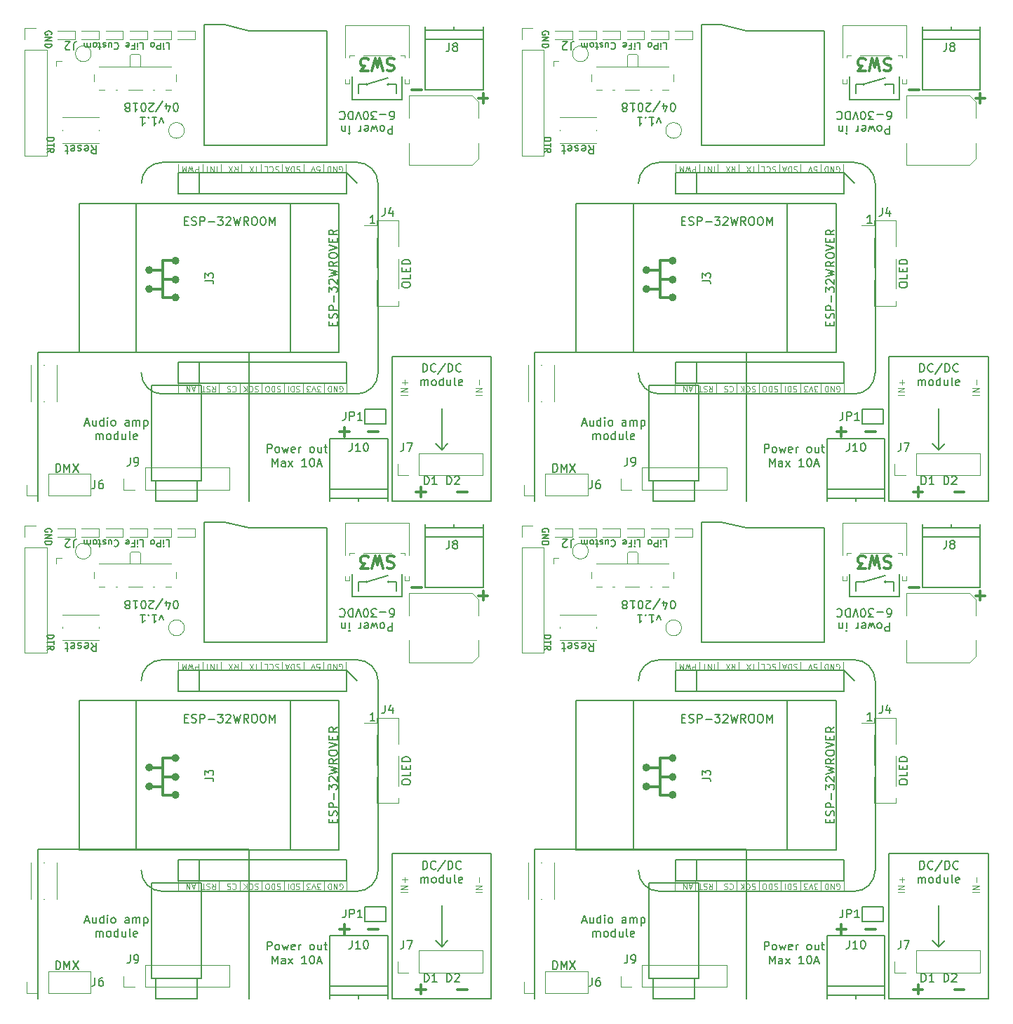
<source format=gto>
G04 #@! TF.FileFunction,Legend,Top*
%FSLAX46Y46*%
G04 Gerber Fmt 4.6, Leading zero omitted, Abs format (unit mm)*
G04 Created by KiCad (PCBNEW 4.0.7) date Fri Mar 30 10:44:33 2018*
%MOMM*%
%LPD*%
G01*
G04 APERTURE LIST*
%ADD10C,0.100000*%
%ADD11C,0.300000*%
%ADD12C,0.200000*%
%ADD13C,0.150000*%
%ADD14C,0.120000*%
%ADD15C,0.127000*%
%ADD16C,0.304800*%
%ADD17C,0.508000*%
G04 APERTURE END LIST*
D10*
D11*
X127178572Y108642857D02*
X128321429Y108642857D01*
X127750000Y108071429D02*
X127750000Y109214286D01*
X119178572Y109642857D02*
X120321429Y109642857D01*
D12*
X113700000Y110300000D02*
X116300000Y111100000D01*
X116400000Y110300000D02*
G75*
G03X116400000Y110300000I-100000J0D01*
G01*
X117300000Y110300000D02*
X117300000Y109200000D01*
X116300000Y110300000D02*
X117300000Y110300000D01*
X80488095Y102952381D02*
X80821429Y102476190D01*
X81059524Y102952381D02*
X81059524Y101952381D01*
X80678571Y101952381D01*
X80583333Y102000000D01*
X80535714Y102047619D01*
X80488095Y102142857D01*
X80488095Y102285714D01*
X80535714Y102380952D01*
X80583333Y102428571D01*
X80678571Y102476190D01*
X81059524Y102476190D01*
X79678571Y102904762D02*
X79773809Y102952381D01*
X79964286Y102952381D01*
X80059524Y102904762D01*
X80107143Y102809524D01*
X80107143Y102428571D01*
X80059524Y102333333D01*
X79964286Y102285714D01*
X79773809Y102285714D01*
X79678571Y102333333D01*
X79630952Y102428571D01*
X79630952Y102523810D01*
X80107143Y102619048D01*
X79250000Y102904762D02*
X79154762Y102952381D01*
X78964286Y102952381D01*
X78869047Y102904762D01*
X78821428Y102809524D01*
X78821428Y102761905D01*
X78869047Y102666667D01*
X78964286Y102619048D01*
X79107143Y102619048D01*
X79202381Y102571429D01*
X79250000Y102476190D01*
X79250000Y102428571D01*
X79202381Y102333333D01*
X79107143Y102285714D01*
X78964286Y102285714D01*
X78869047Y102333333D01*
X78011904Y102904762D02*
X78107142Y102952381D01*
X78297619Y102952381D01*
X78392857Y102904762D01*
X78440476Y102809524D01*
X78440476Y102428571D01*
X78392857Y102333333D01*
X78297619Y102285714D01*
X78107142Y102285714D01*
X78011904Y102333333D01*
X77964285Y102428571D01*
X77964285Y102523810D01*
X78440476Y102619048D01*
X77678571Y102285714D02*
X77297619Y102285714D01*
X77535714Y101952381D02*
X77535714Y102809524D01*
X77488095Y102904762D01*
X77392857Y102952381D01*
X77297619Y102952381D01*
D13*
X75138095Y103857143D02*
X75938095Y103857143D01*
X75938095Y103678571D01*
X75900000Y103571428D01*
X75823810Y103500000D01*
X75747619Y103464285D01*
X75595238Y103428571D01*
X75480952Y103428571D01*
X75328571Y103464285D01*
X75252381Y103500000D01*
X75176190Y103571428D01*
X75138095Y103678571D01*
X75138095Y103857143D01*
X75938095Y103214285D02*
X75938095Y102785714D01*
X75138095Y103000000D02*
X75938095Y103000000D01*
X75138095Y102107142D02*
X75519048Y102357142D01*
X75138095Y102535714D02*
X75938095Y102535714D01*
X75938095Y102249999D01*
X75900000Y102178571D01*
X75861905Y102142856D01*
X75785714Y102107142D01*
X75671429Y102107142D01*
X75595238Y102142856D01*
X75557143Y102178571D01*
X75519048Y102249999D01*
X75519048Y102535714D01*
D12*
X78333333Y114452381D02*
X78333333Y115166667D01*
X78380953Y115309524D01*
X78476191Y115404762D01*
X78619048Y115452381D01*
X78714286Y115452381D01*
X77904762Y114547619D02*
X77857143Y114500000D01*
X77761905Y114452381D01*
X77523809Y114452381D01*
X77428571Y114500000D01*
X77380952Y114547619D01*
X77333333Y114642857D01*
X77333333Y114738095D01*
X77380952Y114880952D01*
X77952381Y115452381D01*
X77333333Y115452381D01*
D13*
X75650000Y116321428D02*
X75688095Y116392857D01*
X75688095Y116500000D01*
X75650000Y116607143D01*
X75573810Y116678571D01*
X75497619Y116714286D01*
X75345238Y116750000D01*
X75230952Y116750000D01*
X75078571Y116714286D01*
X75002381Y116678571D01*
X74926190Y116607143D01*
X74888095Y116500000D01*
X74888095Y116428571D01*
X74926190Y116321428D01*
X74964286Y116285714D01*
X75230952Y116285714D01*
X75230952Y116428571D01*
X74888095Y115964286D02*
X75688095Y115964286D01*
X74888095Y115535714D01*
X75688095Y115535714D01*
X74888095Y115178572D02*
X75688095Y115178572D01*
X75688095Y115000000D01*
X75650000Y114892857D01*
X75573810Y114821429D01*
X75497619Y114785714D01*
X75345238Y114750000D01*
X75230952Y114750000D01*
X75078571Y114785714D01*
X75002381Y114821429D01*
X74926190Y114892857D01*
X74888095Y115000000D01*
X74888095Y115178572D01*
D11*
X117000000Y113357143D02*
X116785714Y113428571D01*
X116428571Y113428571D01*
X116285714Y113357143D01*
X116214285Y113285714D01*
X116142857Y113142857D01*
X116142857Y113000000D01*
X116214285Y112857143D01*
X116285714Y112785714D01*
X116428571Y112714286D01*
X116714285Y112642857D01*
X116857143Y112571429D01*
X116928571Y112500000D01*
X117000000Y112357143D01*
X117000000Y112214286D01*
X116928571Y112071429D01*
X116857143Y112000000D01*
X116714285Y111928571D01*
X116357143Y111928571D01*
X116142857Y112000000D01*
X115642857Y111928571D02*
X115285714Y113428571D01*
X115000000Y112357143D01*
X114714286Y113428571D01*
X114357143Y111928571D01*
X113928571Y111928571D02*
X113000000Y111928571D01*
X113500000Y112500000D01*
X113285714Y112500000D01*
X113142857Y112571429D01*
X113071428Y112642857D01*
X113000000Y112785714D01*
X113000000Y113142857D01*
X113071428Y113285714D01*
X113142857Y113357143D01*
X113285714Y113428571D01*
X113714286Y113428571D01*
X113857143Y113357143D01*
X113928571Y113285714D01*
D12*
X112700000Y110300000D02*
X113700000Y110300000D01*
X112700000Y109200000D02*
X112700000Y110300000D01*
X116797619Y105352381D02*
X116797619Y104352381D01*
X116416666Y104352381D01*
X116321428Y104400000D01*
X116273809Y104447619D01*
X116226190Y104542857D01*
X116226190Y104685714D01*
X116273809Y104780952D01*
X116321428Y104828571D01*
X116416666Y104876190D01*
X116797619Y104876190D01*
X115654762Y105352381D02*
X115750000Y105304762D01*
X115797619Y105257143D01*
X115845238Y105161905D01*
X115845238Y104876190D01*
X115797619Y104780952D01*
X115750000Y104733333D01*
X115654762Y104685714D01*
X115511904Y104685714D01*
X115416666Y104733333D01*
X115369047Y104780952D01*
X115321428Y104876190D01*
X115321428Y105161905D01*
X115369047Y105257143D01*
X115416666Y105304762D01*
X115511904Y105352381D01*
X115654762Y105352381D01*
X114988095Y104685714D02*
X114797619Y105352381D01*
X114607142Y104876190D01*
X114416666Y105352381D01*
X114226190Y104685714D01*
X113464285Y105304762D02*
X113559523Y105352381D01*
X113750000Y105352381D01*
X113845238Y105304762D01*
X113892857Y105209524D01*
X113892857Y104828571D01*
X113845238Y104733333D01*
X113750000Y104685714D01*
X113559523Y104685714D01*
X113464285Y104733333D01*
X113416666Y104828571D01*
X113416666Y104923810D01*
X113892857Y105019048D01*
X112988095Y105352381D02*
X112988095Y104685714D01*
X112988095Y104876190D02*
X112940476Y104780952D01*
X112892857Y104733333D01*
X112797619Y104685714D01*
X112702380Y104685714D01*
X111607142Y105352381D02*
X111607142Y104685714D01*
X111607142Y104352381D02*
X111654761Y104400000D01*
X111607142Y104447619D01*
X111559523Y104400000D01*
X111607142Y104352381D01*
X111607142Y104447619D01*
X111130952Y104685714D02*
X111130952Y105352381D01*
X111130952Y104780952D02*
X111083333Y104733333D01*
X110988095Y104685714D01*
X110845237Y104685714D01*
X110749999Y104733333D01*
X110702380Y104828571D01*
X110702380Y105352381D01*
X116559523Y106052381D02*
X116750000Y106052381D01*
X116845238Y106100000D01*
X116892857Y106147619D01*
X116988095Y106290476D01*
X117035714Y106480952D01*
X117035714Y106861905D01*
X116988095Y106957143D01*
X116940476Y107004762D01*
X116845238Y107052381D01*
X116654761Y107052381D01*
X116559523Y107004762D01*
X116511904Y106957143D01*
X116464285Y106861905D01*
X116464285Y106623810D01*
X116511904Y106528571D01*
X116559523Y106480952D01*
X116654761Y106433333D01*
X116845238Y106433333D01*
X116940476Y106480952D01*
X116988095Y106528571D01*
X117035714Y106623810D01*
X116035714Y106671429D02*
X115273809Y106671429D01*
X114892857Y106052381D02*
X114273809Y106052381D01*
X114607143Y106433333D01*
X114464285Y106433333D01*
X114369047Y106480952D01*
X114321428Y106528571D01*
X114273809Y106623810D01*
X114273809Y106861905D01*
X114321428Y106957143D01*
X114369047Y107004762D01*
X114464285Y107052381D01*
X114750000Y107052381D01*
X114845238Y107004762D01*
X114892857Y106957143D01*
X113654762Y106052381D02*
X113559523Y106052381D01*
X113464285Y106100000D01*
X113416666Y106147619D01*
X113369047Y106242857D01*
X113321428Y106433333D01*
X113321428Y106671429D01*
X113369047Y106861905D01*
X113416666Y106957143D01*
X113464285Y107004762D01*
X113559523Y107052381D01*
X113654762Y107052381D01*
X113750000Y107004762D01*
X113797619Y106957143D01*
X113845238Y106861905D01*
X113892857Y106671429D01*
X113892857Y106433333D01*
X113845238Y106242857D01*
X113797619Y106147619D01*
X113750000Y106100000D01*
X113654762Y106052381D01*
X113035714Y106052381D02*
X112702381Y107052381D01*
X112369047Y106052381D01*
X112035714Y107052381D02*
X112035714Y106052381D01*
X111797619Y106052381D01*
X111654761Y106100000D01*
X111559523Y106195238D01*
X111511904Y106290476D01*
X111464285Y106480952D01*
X111464285Y106623810D01*
X111511904Y106814286D01*
X111559523Y106909524D01*
X111654761Y107004762D01*
X111797619Y107052381D01*
X112035714Y107052381D01*
X110464285Y106957143D02*
X110511904Y107004762D01*
X110654761Y107052381D01*
X110749999Y107052381D01*
X110892857Y107004762D01*
X110988095Y106909524D01*
X111035714Y106814286D01*
X111083333Y106623810D01*
X111083333Y106480952D01*
X111035714Y106290476D01*
X110988095Y106195238D01*
X110892857Y106100000D01*
X110749999Y106052381D01*
X110654761Y106052381D01*
X110511904Y106100000D01*
X110464285Y106147619D01*
X113800000Y110300000D02*
G75*
G03X113800000Y110300000I-100000J0D01*
G01*
X89178571Y105685714D02*
X88940476Y106352381D01*
X88702380Y105685714D01*
X87797618Y106352381D02*
X88369047Y106352381D01*
X88083333Y106352381D02*
X88083333Y105352381D01*
X88178571Y105495238D01*
X88273809Y105590476D01*
X88369047Y105638095D01*
X87369047Y106257143D02*
X87321428Y106304762D01*
X87369047Y106352381D01*
X87416666Y106304762D01*
X87369047Y106257143D01*
X87369047Y106352381D01*
X86369047Y106352381D02*
X86940476Y106352381D01*
X86654762Y106352381D02*
X86654762Y105352381D01*
X86750000Y105495238D01*
X86845238Y105590476D01*
X86940476Y105638095D01*
X90702381Y107052381D02*
X90607142Y107052381D01*
X90511904Y107100000D01*
X90464285Y107147619D01*
X90416666Y107242857D01*
X90369047Y107433333D01*
X90369047Y107671429D01*
X90416666Y107861905D01*
X90464285Y107957143D01*
X90511904Y108004762D01*
X90607142Y108052381D01*
X90702381Y108052381D01*
X90797619Y108004762D01*
X90845238Y107957143D01*
X90892857Y107861905D01*
X90940476Y107671429D01*
X90940476Y107433333D01*
X90892857Y107242857D01*
X90845238Y107147619D01*
X90797619Y107100000D01*
X90702381Y107052381D01*
X89511904Y107385714D02*
X89511904Y108052381D01*
X89750000Y107004762D02*
X89988095Y107719048D01*
X89369047Y107719048D01*
X88273809Y107004762D02*
X89130952Y108290476D01*
X87988095Y107147619D02*
X87940476Y107100000D01*
X87845238Y107052381D01*
X87607142Y107052381D01*
X87511904Y107100000D01*
X87464285Y107147619D01*
X87416666Y107242857D01*
X87416666Y107338095D01*
X87464285Y107480952D01*
X88035714Y108052381D01*
X87416666Y108052381D01*
X86797619Y107052381D02*
X86702380Y107052381D01*
X86607142Y107100000D01*
X86559523Y107147619D01*
X86511904Y107242857D01*
X86464285Y107433333D01*
X86464285Y107671429D01*
X86511904Y107861905D01*
X86559523Y107957143D01*
X86607142Y108004762D01*
X86702380Y108052381D01*
X86797619Y108052381D01*
X86892857Y108004762D01*
X86940476Y107957143D01*
X86988095Y107861905D01*
X87035714Y107671429D01*
X87035714Y107433333D01*
X86988095Y107242857D01*
X86940476Y107147619D01*
X86892857Y107100000D01*
X86797619Y107052381D01*
X85511904Y108052381D02*
X86083333Y108052381D01*
X85797619Y108052381D02*
X85797619Y107052381D01*
X85892857Y107195238D01*
X85988095Y107290476D01*
X86083333Y107338095D01*
X84940476Y107480952D02*
X85035714Y107433333D01*
X85083333Y107385714D01*
X85130952Y107290476D01*
X85130952Y107242857D01*
X85083333Y107147619D01*
X85035714Y107100000D01*
X84940476Y107052381D01*
X84749999Y107052381D01*
X84654761Y107100000D01*
X84607142Y107147619D01*
X84559523Y107242857D01*
X84559523Y107290476D01*
X84607142Y107385714D01*
X84654761Y107433333D01*
X84749999Y107480952D01*
X84940476Y107480952D01*
X85035714Y107528571D01*
X85083333Y107576190D01*
X85130952Y107671429D01*
X85130952Y107861905D01*
X85083333Y107957143D01*
X85035714Y108004762D01*
X84940476Y108052381D01*
X84749999Y108052381D01*
X84654761Y108004762D01*
X84607142Y107957143D01*
X84559523Y107861905D01*
X84559523Y107671429D01*
X84607142Y107576190D01*
X84654761Y107528571D01*
X84749999Y107480952D01*
D13*
X89473809Y115361905D02*
X89854762Y115361905D01*
X89854762Y114561905D01*
X89207143Y115361905D02*
X89207143Y114828571D01*
X89207143Y114561905D02*
X89245238Y114600000D01*
X89207143Y114638095D01*
X89169048Y114600000D01*
X89207143Y114561905D01*
X89207143Y114638095D01*
X88826191Y115361905D02*
X88826191Y114561905D01*
X88521429Y114561905D01*
X88445238Y114600000D01*
X88407143Y114638095D01*
X88369048Y114714286D01*
X88369048Y114828571D01*
X88407143Y114904762D01*
X88445238Y114942857D01*
X88521429Y114980952D01*
X88826191Y114980952D01*
X87911905Y115361905D02*
X87988096Y115323810D01*
X88026191Y115285714D01*
X88064286Y115209524D01*
X88064286Y114980952D01*
X88026191Y114904762D01*
X87988096Y114866667D01*
X87911905Y114828571D01*
X87797619Y114828571D01*
X87721429Y114866667D01*
X87683334Y114904762D01*
X87645238Y114980952D01*
X87645238Y115209524D01*
X87683334Y115285714D01*
X87721429Y115323810D01*
X87797619Y115361905D01*
X87911905Y115361905D01*
X86311904Y115361905D02*
X86692857Y115361905D01*
X86692857Y114561905D01*
X86045238Y115361905D02*
X86045238Y114828571D01*
X86045238Y114561905D02*
X86083333Y114600000D01*
X86045238Y114638095D01*
X86007143Y114600000D01*
X86045238Y114561905D01*
X86045238Y114638095D01*
X85397619Y114942857D02*
X85664286Y114942857D01*
X85664286Y115361905D02*
X85664286Y114561905D01*
X85283333Y114561905D01*
X84673810Y115323810D02*
X84750000Y115361905D01*
X84902381Y115361905D01*
X84978572Y115323810D01*
X85016667Y115247619D01*
X85016667Y114942857D01*
X84978572Y114866667D01*
X84902381Y114828571D01*
X84750000Y114828571D01*
X84673810Y114866667D01*
X84635715Y114942857D01*
X84635715Y115019048D01*
X85016667Y115095238D01*
X83226191Y115285714D02*
X83264286Y115323810D01*
X83378572Y115361905D01*
X83454762Y115361905D01*
X83569048Y115323810D01*
X83645239Y115247619D01*
X83683334Y115171429D01*
X83721429Y115019048D01*
X83721429Y114904762D01*
X83683334Y114752381D01*
X83645239Y114676190D01*
X83569048Y114600000D01*
X83454762Y114561905D01*
X83378572Y114561905D01*
X83264286Y114600000D01*
X83226191Y114638095D01*
X82540477Y114828571D02*
X82540477Y115361905D01*
X82883334Y114828571D02*
X82883334Y115247619D01*
X82845239Y115323810D01*
X82769048Y115361905D01*
X82654762Y115361905D01*
X82578572Y115323810D01*
X82540477Y115285714D01*
X82197619Y115323810D02*
X82121429Y115361905D01*
X81969048Y115361905D01*
X81892857Y115323810D01*
X81854762Y115247619D01*
X81854762Y115209524D01*
X81892857Y115133333D01*
X81969048Y115095238D01*
X82083333Y115095238D01*
X82159524Y115057143D01*
X82197619Y114980952D01*
X82197619Y114942857D01*
X82159524Y114866667D01*
X82083333Y114828571D01*
X81969048Y114828571D01*
X81892857Y114866667D01*
X81626191Y114828571D02*
X81321429Y114828571D01*
X81511905Y114561905D02*
X81511905Y115247619D01*
X81473810Y115323810D01*
X81397619Y115361905D01*
X81321429Y115361905D01*
X80940476Y115361905D02*
X81016667Y115323810D01*
X81054762Y115285714D01*
X81092857Y115209524D01*
X81092857Y114980952D01*
X81054762Y114904762D01*
X81016667Y114866667D01*
X80940476Y114828571D01*
X80826190Y114828571D01*
X80750000Y114866667D01*
X80711905Y114904762D01*
X80673809Y114980952D01*
X80673809Y115209524D01*
X80711905Y115285714D01*
X80750000Y115323810D01*
X80826190Y115361905D01*
X80940476Y115361905D01*
X80330952Y115361905D02*
X80330952Y114828571D01*
X80330952Y114904762D02*
X80292857Y114866667D01*
X80216666Y114828571D01*
X80102380Y114828571D01*
X80026190Y114866667D01*
X79988095Y114942857D01*
X79988095Y115361905D01*
X79988095Y114942857D02*
X79949999Y114866667D01*
X79873809Y114828571D01*
X79759523Y114828571D01*
X79683333Y114866667D01*
X79645238Y114942857D01*
X79645238Y115361905D01*
X120464286Y75622619D02*
X120464286Y76622619D01*
X120702381Y76622619D01*
X120845239Y76575000D01*
X120940477Y76479762D01*
X120988096Y76384524D01*
X121035715Y76194048D01*
X121035715Y76051190D01*
X120988096Y75860714D01*
X120940477Y75765476D01*
X120845239Y75670238D01*
X120702381Y75622619D01*
X120464286Y75622619D01*
X122035715Y75717857D02*
X121988096Y75670238D01*
X121845239Y75622619D01*
X121750001Y75622619D01*
X121607143Y75670238D01*
X121511905Y75765476D01*
X121464286Y75860714D01*
X121416667Y76051190D01*
X121416667Y76194048D01*
X121464286Y76384524D01*
X121511905Y76479762D01*
X121607143Y76575000D01*
X121750001Y76622619D01*
X121845239Y76622619D01*
X121988096Y76575000D01*
X122035715Y76527381D01*
X123178572Y76670238D02*
X122321429Y75384524D01*
X123511905Y75622619D02*
X123511905Y76622619D01*
X123750000Y76622619D01*
X123892858Y76575000D01*
X123988096Y76479762D01*
X124035715Y76384524D01*
X124083334Y76194048D01*
X124083334Y76051190D01*
X124035715Y75860714D01*
X123988096Y75765476D01*
X123892858Y75670238D01*
X123750000Y75622619D01*
X123511905Y75622619D01*
X125083334Y75717857D02*
X125035715Y75670238D01*
X124892858Y75622619D01*
X124797620Y75622619D01*
X124654762Y75670238D01*
X124559524Y75765476D01*
X124511905Y75860714D01*
X124464286Y76051190D01*
X124464286Y76194048D01*
X124511905Y76384524D01*
X124559524Y76479762D01*
X124654762Y76575000D01*
X124797620Y76622619D01*
X124892858Y76622619D01*
X125035715Y76575000D01*
X125083334Y76527381D01*
X120273809Y73972619D02*
X120273809Y74639286D01*
X120273809Y74544048D02*
X120321428Y74591667D01*
X120416666Y74639286D01*
X120559524Y74639286D01*
X120654762Y74591667D01*
X120702381Y74496429D01*
X120702381Y73972619D01*
X120702381Y74496429D02*
X120750000Y74591667D01*
X120845238Y74639286D01*
X120988095Y74639286D01*
X121083333Y74591667D01*
X121130952Y74496429D01*
X121130952Y73972619D01*
X121749999Y73972619D02*
X121654761Y74020238D01*
X121607142Y74067857D01*
X121559523Y74163095D01*
X121559523Y74448810D01*
X121607142Y74544048D01*
X121654761Y74591667D01*
X121749999Y74639286D01*
X121892857Y74639286D01*
X121988095Y74591667D01*
X122035714Y74544048D01*
X122083333Y74448810D01*
X122083333Y74163095D01*
X122035714Y74067857D01*
X121988095Y74020238D01*
X121892857Y73972619D01*
X121749999Y73972619D01*
X122940476Y73972619D02*
X122940476Y74972619D01*
X122940476Y74020238D02*
X122845238Y73972619D01*
X122654761Y73972619D01*
X122559523Y74020238D01*
X122511904Y74067857D01*
X122464285Y74163095D01*
X122464285Y74448810D01*
X122511904Y74544048D01*
X122559523Y74591667D01*
X122654761Y74639286D01*
X122845238Y74639286D01*
X122940476Y74591667D01*
X123845238Y74639286D02*
X123845238Y73972619D01*
X123416666Y74639286D02*
X123416666Y74115476D01*
X123464285Y74020238D01*
X123559523Y73972619D01*
X123702381Y73972619D01*
X123797619Y74020238D01*
X123845238Y74067857D01*
X124464285Y73972619D02*
X124369047Y74020238D01*
X124321428Y74115476D01*
X124321428Y74972619D01*
X125226191Y74020238D02*
X125130953Y73972619D01*
X124940476Y73972619D01*
X124845238Y74020238D01*
X124797619Y74115476D01*
X124797619Y74496429D01*
X124845238Y74591667D01*
X124940476Y74639286D01*
X125130953Y74639286D01*
X125226191Y74591667D01*
X125273810Y74496429D01*
X125273810Y74401190D01*
X124797619Y74305952D01*
D12*
X114685715Y93547619D02*
X114114286Y93547619D01*
X114400000Y93547619D02*
X114400000Y94547619D01*
X114304762Y94404762D01*
X114209524Y94309524D01*
X114114286Y94261905D01*
D11*
X124678572Y61142857D02*
X125821429Y61142857D01*
X119678572Y61142857D02*
X120821429Y61142857D01*
X120250000Y60571429D02*
X120250000Y61714286D01*
D12*
X120654762Y62047619D02*
X120654762Y63047619D01*
X120892857Y63047619D01*
X121035715Y63000000D01*
X121130953Y62904762D01*
X121178572Y62809524D01*
X121226191Y62619048D01*
X121226191Y62476190D01*
X121178572Y62285714D01*
X121130953Y62190476D01*
X121035715Y62095238D01*
X120892857Y62047619D01*
X120654762Y62047619D01*
X122178572Y62047619D02*
X121607143Y62047619D01*
X121892857Y62047619D02*
X121892857Y63047619D01*
X121797619Y62904762D01*
X121702381Y62809524D01*
X121607143Y62761905D01*
X123369048Y62047619D02*
X123369048Y63047619D01*
X123607143Y63047619D01*
X123750001Y63000000D01*
X123845239Y62904762D01*
X123892858Y62809524D01*
X123940477Y62619048D01*
X123940477Y62476190D01*
X123892858Y62285714D01*
X123845239Y62190476D01*
X123750001Y62095238D01*
X123607143Y62047619D01*
X123369048Y62047619D01*
X124321429Y62952381D02*
X124369048Y63000000D01*
X124464286Y63047619D01*
X124702382Y63047619D01*
X124797620Y63000000D01*
X124845239Y62952381D01*
X124892858Y62857143D01*
X124892858Y62761905D01*
X124845239Y62619048D01*
X124273810Y62047619D01*
X124892858Y62047619D01*
D13*
X117952381Y86047619D02*
X117952381Y86238096D01*
X118000000Y86333334D01*
X118095238Y86428572D01*
X118285714Y86476191D01*
X118619048Y86476191D01*
X118809524Y86428572D01*
X118904762Y86333334D01*
X118952381Y86238096D01*
X118952381Y86047619D01*
X118904762Y85952381D01*
X118809524Y85857143D01*
X118619048Y85809524D01*
X118285714Y85809524D01*
X118095238Y85857143D01*
X118000000Y85952381D01*
X117952381Y86047619D01*
X118952381Y87380953D02*
X118952381Y86904762D01*
X117952381Y86904762D01*
X118428571Y87714286D02*
X118428571Y88047620D01*
X118952381Y88190477D02*
X118952381Y87714286D01*
X117952381Y87714286D01*
X117952381Y88190477D01*
X118952381Y88619048D02*
X117952381Y88619048D01*
X117952381Y88857143D01*
X118000000Y89000001D01*
X118095238Y89095239D01*
X118190476Y89142858D01*
X118380952Y89190477D01*
X118523810Y89190477D01*
X118714286Y89142858D01*
X118809524Y89095239D01*
X118904762Y89000001D01*
X118952381Y88857143D01*
X118952381Y88619048D01*
D11*
X113928572Y68392857D02*
X115071429Y68392857D01*
D12*
X101702380Y65897619D02*
X101702380Y66897619D01*
X102083333Y66897619D01*
X102178571Y66850000D01*
X102226190Y66802381D01*
X102273809Y66707143D01*
X102273809Y66564286D01*
X102226190Y66469048D01*
X102178571Y66421429D01*
X102083333Y66373810D01*
X101702380Y66373810D01*
X102845237Y65897619D02*
X102749999Y65945238D01*
X102702380Y65992857D01*
X102654761Y66088095D01*
X102654761Y66373810D01*
X102702380Y66469048D01*
X102749999Y66516667D01*
X102845237Y66564286D01*
X102988095Y66564286D01*
X103083333Y66516667D01*
X103130952Y66469048D01*
X103178571Y66373810D01*
X103178571Y66088095D01*
X103130952Y65992857D01*
X103083333Y65945238D01*
X102988095Y65897619D01*
X102845237Y65897619D01*
X103511904Y66564286D02*
X103702380Y65897619D01*
X103892857Y66373810D01*
X104083333Y65897619D01*
X104273809Y66564286D01*
X105035714Y65945238D02*
X104940476Y65897619D01*
X104749999Y65897619D01*
X104654761Y65945238D01*
X104607142Y66040476D01*
X104607142Y66421429D01*
X104654761Y66516667D01*
X104749999Y66564286D01*
X104940476Y66564286D01*
X105035714Y66516667D01*
X105083333Y66421429D01*
X105083333Y66326190D01*
X104607142Y66230952D01*
X105511904Y65897619D02*
X105511904Y66564286D01*
X105511904Y66373810D02*
X105559523Y66469048D01*
X105607142Y66516667D01*
X105702380Y66564286D01*
X105797619Y66564286D01*
X107035714Y65897619D02*
X106940476Y65945238D01*
X106892857Y65992857D01*
X106845238Y66088095D01*
X106845238Y66373810D01*
X106892857Y66469048D01*
X106940476Y66516667D01*
X107035714Y66564286D01*
X107178572Y66564286D01*
X107273810Y66516667D01*
X107321429Y66469048D01*
X107369048Y66373810D01*
X107369048Y66088095D01*
X107321429Y65992857D01*
X107273810Y65945238D01*
X107178572Y65897619D01*
X107035714Y65897619D01*
X108226191Y66564286D02*
X108226191Y65897619D01*
X107797619Y66564286D02*
X107797619Y66040476D01*
X107845238Y65945238D01*
X107940476Y65897619D01*
X108083334Y65897619D01*
X108178572Y65945238D01*
X108226191Y65992857D01*
X108559524Y66564286D02*
X108940476Y66564286D01*
X108702381Y66897619D02*
X108702381Y66040476D01*
X108750000Y65945238D01*
X108845238Y65897619D01*
X108940476Y65897619D01*
X102297619Y64197619D02*
X102297619Y65197619D01*
X102630953Y64483333D01*
X102964286Y65197619D01*
X102964286Y64197619D01*
X103869048Y64197619D02*
X103869048Y64721429D01*
X103821429Y64816667D01*
X103726191Y64864286D01*
X103535714Y64864286D01*
X103440476Y64816667D01*
X103869048Y64245238D02*
X103773810Y64197619D01*
X103535714Y64197619D01*
X103440476Y64245238D01*
X103392857Y64340476D01*
X103392857Y64435714D01*
X103440476Y64530952D01*
X103535714Y64578571D01*
X103773810Y64578571D01*
X103869048Y64626190D01*
X104250000Y64197619D02*
X104773810Y64864286D01*
X104250000Y64864286D02*
X104773810Y64197619D01*
X106440477Y64197619D02*
X105869048Y64197619D01*
X106154762Y64197619D02*
X106154762Y65197619D01*
X106059524Y65054762D01*
X105964286Y64959524D01*
X105869048Y64911905D01*
X107059524Y65197619D02*
X107154763Y65197619D01*
X107250001Y65150000D01*
X107297620Y65102381D01*
X107345239Y65007143D01*
X107392858Y64816667D01*
X107392858Y64578571D01*
X107345239Y64388095D01*
X107297620Y64292857D01*
X107250001Y64245238D01*
X107154763Y64197619D01*
X107059524Y64197619D01*
X106964286Y64245238D01*
X106916667Y64292857D01*
X106869048Y64388095D01*
X106821429Y64578571D01*
X106821429Y64816667D01*
X106869048Y65007143D01*
X106916667Y65102381D01*
X106964286Y65150000D01*
X107059524Y65197619D01*
X107773810Y64483333D02*
X108250001Y64483333D01*
X107678572Y64197619D02*
X108011905Y65197619D01*
X108345239Y64197619D01*
D11*
X110428572Y68392857D02*
X111571429Y68392857D01*
X111000000Y67821429D02*
X111000000Y68964286D01*
D10*
X111267618Y74150000D02*
X111267618Y73150000D01*
X110425714Y73250000D02*
X110490476Y73216667D01*
X110587619Y73216667D01*
X110684761Y73250000D01*
X110749523Y73316667D01*
X110781904Y73383333D01*
X110814285Y73516667D01*
X110814285Y73616667D01*
X110781904Y73750000D01*
X110749523Y73816667D01*
X110684761Y73883333D01*
X110587619Y73916667D01*
X110522857Y73916667D01*
X110425714Y73883333D01*
X110393333Y73850000D01*
X110393333Y73616667D01*
X110522857Y73616667D01*
X110101904Y73916667D02*
X110101904Y73216667D01*
X109713333Y73916667D01*
X109713333Y73216667D01*
X109389523Y73916667D02*
X109389523Y73216667D01*
X109227618Y73216667D01*
X109130476Y73250000D01*
X109065714Y73316667D01*
X109033333Y73383333D01*
X109000952Y73516667D01*
X109000952Y73616667D01*
X109033333Y73750000D01*
X109065714Y73816667D01*
X109130476Y73883333D01*
X109227618Y73916667D01*
X109389523Y73916667D01*
X108547618Y74150000D02*
X108547618Y73150000D01*
X108126666Y73216667D02*
X107705714Y73216667D01*
X107932380Y73483333D01*
X107835238Y73483333D01*
X107770476Y73516667D01*
X107738095Y73550000D01*
X107705714Y73616667D01*
X107705714Y73783333D01*
X107738095Y73850000D01*
X107770476Y73883333D01*
X107835238Y73916667D01*
X108029523Y73916667D01*
X108094285Y73883333D01*
X108126666Y73850000D01*
X107511428Y73216667D02*
X107284761Y73916667D01*
X107058095Y73216667D01*
X106896190Y73216667D02*
X106475238Y73216667D01*
X106701904Y73483333D01*
X106604762Y73483333D01*
X106540000Y73516667D01*
X106507619Y73550000D01*
X106475238Y73616667D01*
X106475238Y73783333D01*
X106507619Y73850000D01*
X106540000Y73883333D01*
X106604762Y73916667D01*
X106799047Y73916667D01*
X106863809Y73883333D01*
X106896190Y73850000D01*
X106021904Y74150000D02*
X106021904Y73150000D01*
X105568571Y73883333D02*
X105471428Y73916667D01*
X105309524Y73916667D01*
X105244762Y73883333D01*
X105212381Y73850000D01*
X105180000Y73783333D01*
X105180000Y73716667D01*
X105212381Y73650000D01*
X105244762Y73616667D01*
X105309524Y73583333D01*
X105439047Y73550000D01*
X105503809Y73516667D01*
X105536190Y73483333D01*
X105568571Y73416667D01*
X105568571Y73350000D01*
X105536190Y73283333D01*
X105503809Y73250000D01*
X105439047Y73216667D01*
X105277143Y73216667D01*
X105180000Y73250000D01*
X104888571Y73916667D02*
X104888571Y73216667D01*
X104726666Y73216667D01*
X104629524Y73250000D01*
X104564762Y73316667D01*
X104532381Y73383333D01*
X104500000Y73516667D01*
X104500000Y73616667D01*
X104532381Y73750000D01*
X104564762Y73816667D01*
X104629524Y73883333D01*
X104726666Y73916667D01*
X104888571Y73916667D01*
X104208571Y73916667D02*
X104208571Y73216667D01*
X103722856Y74150000D02*
X103722856Y73150000D01*
X103269523Y73883333D02*
X103172380Y73916667D01*
X103010476Y73916667D01*
X102945714Y73883333D01*
X102913333Y73850000D01*
X102880952Y73783333D01*
X102880952Y73716667D01*
X102913333Y73650000D01*
X102945714Y73616667D01*
X103010476Y73583333D01*
X103139999Y73550000D01*
X103204761Y73516667D01*
X103237142Y73483333D01*
X103269523Y73416667D01*
X103269523Y73350000D01*
X103237142Y73283333D01*
X103204761Y73250000D01*
X103139999Y73216667D01*
X102978095Y73216667D01*
X102880952Y73250000D01*
X102589523Y73916667D02*
X102589523Y73216667D01*
X102427618Y73216667D01*
X102330476Y73250000D01*
X102265714Y73316667D01*
X102233333Y73383333D01*
X102200952Y73516667D01*
X102200952Y73616667D01*
X102233333Y73750000D01*
X102265714Y73816667D01*
X102330476Y73883333D01*
X102427618Y73916667D01*
X102589523Y73916667D01*
X101779999Y73216667D02*
X101650476Y73216667D01*
X101585714Y73250000D01*
X101520952Y73316667D01*
X101488571Y73450000D01*
X101488571Y73683333D01*
X101520952Y73816667D01*
X101585714Y73883333D01*
X101650476Y73916667D01*
X101779999Y73916667D01*
X101844761Y73883333D01*
X101909523Y73816667D01*
X101941904Y73683333D01*
X101941904Y73450000D01*
X101909523Y73316667D01*
X101844761Y73250000D01*
X101779999Y73216667D01*
X101035237Y74150000D02*
X101035237Y73150000D01*
X100581904Y73883333D02*
X100484761Y73916667D01*
X100322857Y73916667D01*
X100258095Y73883333D01*
X100225714Y73850000D01*
X100193333Y73783333D01*
X100193333Y73716667D01*
X100225714Y73650000D01*
X100258095Y73616667D01*
X100322857Y73583333D01*
X100452380Y73550000D01*
X100517142Y73516667D01*
X100549523Y73483333D01*
X100581904Y73416667D01*
X100581904Y73350000D01*
X100549523Y73283333D01*
X100517142Y73250000D01*
X100452380Y73216667D01*
X100290476Y73216667D01*
X100193333Y73250000D01*
X99513333Y73850000D02*
X99545714Y73883333D01*
X99642857Y73916667D01*
X99707619Y73916667D01*
X99804761Y73883333D01*
X99869523Y73816667D01*
X99901904Y73750000D01*
X99934285Y73616667D01*
X99934285Y73516667D01*
X99901904Y73383333D01*
X99869523Y73316667D01*
X99804761Y73250000D01*
X99707619Y73216667D01*
X99642857Y73216667D01*
X99545714Y73250000D01*
X99513333Y73283333D01*
X99221904Y73916667D02*
X99221904Y73216667D01*
X98833333Y73916667D02*
X99124761Y73516667D01*
X98833333Y73216667D02*
X99221904Y73616667D01*
X98379999Y74150000D02*
X98379999Y73150000D01*
X97505714Y73850000D02*
X97538095Y73883333D01*
X97635238Y73916667D01*
X97700000Y73916667D01*
X97797142Y73883333D01*
X97861904Y73816667D01*
X97894285Y73750000D01*
X97926666Y73616667D01*
X97926666Y73516667D01*
X97894285Y73383333D01*
X97861904Y73316667D01*
X97797142Y73250000D01*
X97700000Y73216667D01*
X97635238Y73216667D01*
X97538095Y73250000D01*
X97505714Y73283333D01*
X97246666Y73883333D02*
X97149523Y73916667D01*
X96987619Y73916667D01*
X96922857Y73883333D01*
X96890476Y73850000D01*
X96858095Y73783333D01*
X96858095Y73716667D01*
X96890476Y73650000D01*
X96922857Y73616667D01*
X96987619Y73583333D01*
X97117142Y73550000D01*
X97181904Y73516667D01*
X97214285Y73483333D01*
X97246666Y73416667D01*
X97246666Y73350000D01*
X97214285Y73283333D01*
X97181904Y73250000D01*
X97117142Y73216667D01*
X96955238Y73216667D01*
X96858095Y73250000D01*
X95886666Y74150000D02*
X95886666Y73150000D01*
X95012381Y73916667D02*
X95239047Y73583333D01*
X95400952Y73916667D02*
X95400952Y73216667D01*
X95141905Y73216667D01*
X95077143Y73250000D01*
X95044762Y73283333D01*
X95012381Y73350000D01*
X95012381Y73450000D01*
X95044762Y73516667D01*
X95077143Y73550000D01*
X95141905Y73583333D01*
X95400952Y73583333D01*
X94753333Y73883333D02*
X94656190Y73916667D01*
X94494286Y73916667D01*
X94429524Y73883333D01*
X94397143Y73850000D01*
X94364762Y73783333D01*
X94364762Y73716667D01*
X94397143Y73650000D01*
X94429524Y73616667D01*
X94494286Y73583333D01*
X94623809Y73550000D01*
X94688571Y73516667D01*
X94720952Y73483333D01*
X94753333Y73416667D01*
X94753333Y73350000D01*
X94720952Y73283333D01*
X94688571Y73250000D01*
X94623809Y73216667D01*
X94461905Y73216667D01*
X94364762Y73250000D01*
X94170476Y73216667D02*
X93781905Y73216667D01*
X93976190Y73916667D02*
X93976190Y73216667D01*
X93393333Y74150000D02*
X93393333Y73150000D01*
X92940000Y73716667D02*
X92616191Y73716667D01*
X93004762Y73916667D02*
X92778095Y73216667D01*
X92551429Y73916667D01*
X92324762Y73916667D02*
X92324762Y73216667D01*
X91936191Y73916667D01*
X91936191Y73216667D01*
X90932381Y74150000D02*
X90932381Y73150000D01*
D12*
X74000000Y78000000D02*
X74000000Y60000000D01*
X99500000Y78000000D02*
X74000000Y78000000D01*
X76190476Y63547619D02*
X76190476Y64547619D01*
X76428571Y64547619D01*
X76571429Y64500000D01*
X76666667Y64404762D01*
X76714286Y64309524D01*
X76761905Y64119048D01*
X76761905Y63976190D01*
X76714286Y63785714D01*
X76666667Y63690476D01*
X76571429Y63595238D01*
X76428571Y63547619D01*
X76190476Y63547619D01*
X77190476Y63547619D02*
X77190476Y64547619D01*
X77523810Y63833333D01*
X77857143Y64547619D01*
X77857143Y63547619D01*
X78238095Y64547619D02*
X78904762Y63547619D01*
X78904762Y64547619D02*
X78238095Y63547619D01*
D13*
X79714286Y69408333D02*
X80190477Y69408333D01*
X79619048Y69122619D02*
X79952381Y70122619D01*
X80285715Y69122619D01*
X81047620Y69789286D02*
X81047620Y69122619D01*
X80619048Y69789286D02*
X80619048Y69265476D01*
X80666667Y69170238D01*
X80761905Y69122619D01*
X80904763Y69122619D01*
X81000001Y69170238D01*
X81047620Y69217857D01*
X81952382Y69122619D02*
X81952382Y70122619D01*
X81952382Y69170238D02*
X81857144Y69122619D01*
X81666667Y69122619D01*
X81571429Y69170238D01*
X81523810Y69217857D01*
X81476191Y69313095D01*
X81476191Y69598810D01*
X81523810Y69694048D01*
X81571429Y69741667D01*
X81666667Y69789286D01*
X81857144Y69789286D01*
X81952382Y69741667D01*
X82428572Y69122619D02*
X82428572Y69789286D01*
X82428572Y70122619D02*
X82380953Y70075000D01*
X82428572Y70027381D01*
X82476191Y70075000D01*
X82428572Y70122619D01*
X82428572Y70027381D01*
X83047619Y69122619D02*
X82952381Y69170238D01*
X82904762Y69217857D01*
X82857143Y69313095D01*
X82857143Y69598810D01*
X82904762Y69694048D01*
X82952381Y69741667D01*
X83047619Y69789286D01*
X83190477Y69789286D01*
X83285715Y69741667D01*
X83333334Y69694048D01*
X83380953Y69598810D01*
X83380953Y69313095D01*
X83333334Y69217857D01*
X83285715Y69170238D01*
X83190477Y69122619D01*
X83047619Y69122619D01*
X85000001Y69122619D02*
X85000001Y69646429D01*
X84952382Y69741667D01*
X84857144Y69789286D01*
X84666667Y69789286D01*
X84571429Y69741667D01*
X85000001Y69170238D02*
X84904763Y69122619D01*
X84666667Y69122619D01*
X84571429Y69170238D01*
X84523810Y69265476D01*
X84523810Y69360714D01*
X84571429Y69455952D01*
X84666667Y69503571D01*
X84904763Y69503571D01*
X85000001Y69551190D01*
X85476191Y69122619D02*
X85476191Y69789286D01*
X85476191Y69694048D02*
X85523810Y69741667D01*
X85619048Y69789286D01*
X85761906Y69789286D01*
X85857144Y69741667D01*
X85904763Y69646429D01*
X85904763Y69122619D01*
X85904763Y69646429D02*
X85952382Y69741667D01*
X86047620Y69789286D01*
X86190477Y69789286D01*
X86285715Y69741667D01*
X86333334Y69646429D01*
X86333334Y69122619D01*
X86809524Y69789286D02*
X86809524Y68789286D01*
X86809524Y69741667D02*
X86904762Y69789286D01*
X87095239Y69789286D01*
X87190477Y69741667D01*
X87238096Y69694048D01*
X87285715Y69598810D01*
X87285715Y69313095D01*
X87238096Y69217857D01*
X87190477Y69170238D01*
X87095239Y69122619D01*
X86904762Y69122619D01*
X86809524Y69170238D01*
X81023809Y67472619D02*
X81023809Y68139286D01*
X81023809Y68044048D02*
X81071428Y68091667D01*
X81166666Y68139286D01*
X81309524Y68139286D01*
X81404762Y68091667D01*
X81452381Y67996429D01*
X81452381Y67472619D01*
X81452381Y67996429D02*
X81500000Y68091667D01*
X81595238Y68139286D01*
X81738095Y68139286D01*
X81833333Y68091667D01*
X81880952Y67996429D01*
X81880952Y67472619D01*
X82499999Y67472619D02*
X82404761Y67520238D01*
X82357142Y67567857D01*
X82309523Y67663095D01*
X82309523Y67948810D01*
X82357142Y68044048D01*
X82404761Y68091667D01*
X82499999Y68139286D01*
X82642857Y68139286D01*
X82738095Y68091667D01*
X82785714Y68044048D01*
X82833333Y67948810D01*
X82833333Y67663095D01*
X82785714Y67567857D01*
X82738095Y67520238D01*
X82642857Y67472619D01*
X82499999Y67472619D01*
X83690476Y67472619D02*
X83690476Y68472619D01*
X83690476Y67520238D02*
X83595238Y67472619D01*
X83404761Y67472619D01*
X83309523Y67520238D01*
X83261904Y67567857D01*
X83214285Y67663095D01*
X83214285Y67948810D01*
X83261904Y68044048D01*
X83309523Y68091667D01*
X83404761Y68139286D01*
X83595238Y68139286D01*
X83690476Y68091667D01*
X84595238Y68139286D02*
X84595238Y67472619D01*
X84166666Y68139286D02*
X84166666Y67615476D01*
X84214285Y67520238D01*
X84309523Y67472619D01*
X84452381Y67472619D01*
X84547619Y67520238D01*
X84595238Y67567857D01*
X85214285Y67472619D02*
X85119047Y67520238D01*
X85071428Y67615476D01*
X85071428Y68472619D01*
X85976191Y67520238D02*
X85880953Y67472619D01*
X85690476Y67472619D01*
X85595238Y67520238D01*
X85547619Y67615476D01*
X85547619Y67996429D01*
X85595238Y68091667D01*
X85690476Y68139286D01*
X85880953Y68139286D01*
X85976191Y68091667D01*
X86023810Y67996429D01*
X86023810Y67901190D01*
X85547619Y67805952D01*
D12*
X99500000Y60000000D02*
X99500000Y78000000D01*
D10*
X111228215Y100650000D02*
X111228215Y99650000D01*
X110380119Y99750000D02*
X110445357Y99716667D01*
X110543214Y99716667D01*
X110641072Y99750000D01*
X110706310Y99816667D01*
X110738929Y99883333D01*
X110771548Y100016667D01*
X110771548Y100116667D01*
X110738929Y100250000D01*
X110706310Y100316667D01*
X110641072Y100383333D01*
X110543214Y100416667D01*
X110477976Y100416667D01*
X110380119Y100383333D01*
X110347500Y100350000D01*
X110347500Y100116667D01*
X110477976Y100116667D01*
X110053929Y100416667D02*
X110053929Y99716667D01*
X109662500Y100416667D01*
X109662500Y99716667D01*
X109336310Y100416667D02*
X109336310Y99716667D01*
X109173215Y99716667D01*
X109075357Y99750000D01*
X109010119Y99816667D01*
X108977500Y99883333D01*
X108944881Y100016667D01*
X108944881Y100116667D01*
X108977500Y100250000D01*
X109010119Y100316667D01*
X109075357Y100383333D01*
X109173215Y100416667D01*
X109336310Y100416667D01*
X108488215Y100650000D02*
X108488215Y99650000D01*
X107672738Y99716667D02*
X107998929Y99716667D01*
X108031548Y100050000D01*
X107998929Y100016667D01*
X107933691Y99983333D01*
X107770595Y99983333D01*
X107705357Y100016667D01*
X107672738Y100050000D01*
X107640119Y100116667D01*
X107640119Y100283333D01*
X107672738Y100350000D01*
X107705357Y100383333D01*
X107770595Y100416667D01*
X107933691Y100416667D01*
X107998929Y100383333D01*
X108031548Y100350000D01*
X107444405Y99716667D02*
X107216072Y100416667D01*
X106987738Y99716667D01*
X106074405Y100650000D02*
X106074405Y99650000D01*
X105617738Y100383333D02*
X105519881Y100416667D01*
X105356785Y100416667D01*
X105291547Y100383333D01*
X105258928Y100350000D01*
X105226309Y100283333D01*
X105226309Y100216667D01*
X105258928Y100150000D01*
X105291547Y100116667D01*
X105356785Y100083333D01*
X105487262Y100050000D01*
X105552500Y100016667D01*
X105585119Y99983333D01*
X105617738Y99916667D01*
X105617738Y99850000D01*
X105585119Y99783333D01*
X105552500Y99750000D01*
X105487262Y99716667D01*
X105324166Y99716667D01*
X105226309Y99750000D01*
X104932738Y100416667D02*
X104932738Y99716667D01*
X104769643Y99716667D01*
X104671785Y99750000D01*
X104606547Y99816667D01*
X104573928Y99883333D01*
X104541309Y100016667D01*
X104541309Y100116667D01*
X104573928Y100250000D01*
X104606547Y100316667D01*
X104671785Y100383333D01*
X104769643Y100416667D01*
X104932738Y100416667D01*
X104280357Y100216667D02*
X103954166Y100216667D01*
X104345595Y100416667D02*
X104117262Y99716667D01*
X103888928Y100416667D01*
X103497500Y100650000D02*
X103497500Y99650000D01*
X103040833Y100383333D02*
X102942976Y100416667D01*
X102779880Y100416667D01*
X102714642Y100383333D01*
X102682023Y100350000D01*
X102649404Y100283333D01*
X102649404Y100216667D01*
X102682023Y100150000D01*
X102714642Y100116667D01*
X102779880Y100083333D01*
X102910357Y100050000D01*
X102975595Y100016667D01*
X103008214Y99983333D01*
X103040833Y99916667D01*
X103040833Y99850000D01*
X103008214Y99783333D01*
X102975595Y99750000D01*
X102910357Y99716667D01*
X102747261Y99716667D01*
X102649404Y99750000D01*
X101964404Y100350000D02*
X101997023Y100383333D01*
X102094880Y100416667D01*
X102160118Y100416667D01*
X102257976Y100383333D01*
X102323214Y100316667D01*
X102355833Y100250000D01*
X102388452Y100116667D01*
X102388452Y100016667D01*
X102355833Y99883333D01*
X102323214Y99816667D01*
X102257976Y99750000D01*
X102160118Y99716667D01*
X102094880Y99716667D01*
X101997023Y99750000D01*
X101964404Y99783333D01*
X101344642Y100416667D02*
X101670833Y100416667D01*
X101670833Y99716667D01*
X100953214Y100650000D02*
X100953214Y99650000D01*
X100561785Y99716667D02*
X100170356Y99716667D01*
X100366071Y100416667D02*
X100366071Y99716667D01*
X100007261Y99716667D02*
X99550594Y100416667D01*
X99550594Y99716667D02*
X100007261Y100416667D01*
X98604642Y100650000D02*
X98604642Y99650000D01*
X97723927Y100416667D02*
X97952261Y100083333D01*
X98115356Y100416667D02*
X98115356Y99716667D01*
X97854403Y99716667D01*
X97789165Y99750000D01*
X97756546Y99783333D01*
X97723927Y99850000D01*
X97723927Y99950000D01*
X97756546Y100016667D01*
X97789165Y100050000D01*
X97854403Y100083333D01*
X98115356Y100083333D01*
X97495594Y99716667D02*
X97038927Y100416667D01*
X97038927Y99716667D02*
X97495594Y100416667D01*
X96092975Y100650000D02*
X96092975Y99650000D01*
X95603689Y100416667D02*
X95603689Y99716667D01*
X95277499Y100416667D02*
X95277499Y99716667D01*
X94886070Y100416667D01*
X94886070Y99716667D01*
X94657737Y99716667D02*
X94266308Y99716667D01*
X94462023Y100416667D02*
X94462023Y99716667D01*
X93874880Y100650000D02*
X93874880Y99650000D01*
X93385594Y100416667D02*
X93385594Y99716667D01*
X93124641Y99716667D01*
X93059403Y99750000D01*
X93026784Y99783333D01*
X92994165Y99850000D01*
X92994165Y99950000D01*
X93026784Y100016667D01*
X93059403Y100050000D01*
X93124641Y100083333D01*
X93385594Y100083333D01*
X92765832Y99716667D02*
X92602737Y100416667D01*
X92472260Y99916667D01*
X92341784Y100416667D01*
X92178689Y99716667D01*
X91917737Y100416667D02*
X91917737Y99716667D01*
X91689403Y100216667D01*
X91461070Y99716667D01*
X91461070Y100416667D01*
X90971785Y100650000D02*
X90971785Y99650000D01*
D11*
X67178572Y108642857D02*
X68321429Y108642857D01*
X67750000Y108071429D02*
X67750000Y109214286D01*
X59178572Y109642857D02*
X60321429Y109642857D01*
D12*
X53700000Y110300000D02*
X56300000Y111100000D01*
X56400000Y110300000D02*
G75*
G03X56400000Y110300000I-100000J0D01*
G01*
X57300000Y110300000D02*
X57300000Y109200000D01*
X56300000Y110300000D02*
X57300000Y110300000D01*
X20488095Y102952381D02*
X20821429Y102476190D01*
X21059524Y102952381D02*
X21059524Y101952381D01*
X20678571Y101952381D01*
X20583333Y102000000D01*
X20535714Y102047619D01*
X20488095Y102142857D01*
X20488095Y102285714D01*
X20535714Y102380952D01*
X20583333Y102428571D01*
X20678571Y102476190D01*
X21059524Y102476190D01*
X19678571Y102904762D02*
X19773809Y102952381D01*
X19964286Y102952381D01*
X20059524Y102904762D01*
X20107143Y102809524D01*
X20107143Y102428571D01*
X20059524Y102333333D01*
X19964286Y102285714D01*
X19773809Y102285714D01*
X19678571Y102333333D01*
X19630952Y102428571D01*
X19630952Y102523810D01*
X20107143Y102619048D01*
X19250000Y102904762D02*
X19154762Y102952381D01*
X18964286Y102952381D01*
X18869047Y102904762D01*
X18821428Y102809524D01*
X18821428Y102761905D01*
X18869047Y102666667D01*
X18964286Y102619048D01*
X19107143Y102619048D01*
X19202381Y102571429D01*
X19250000Y102476190D01*
X19250000Y102428571D01*
X19202381Y102333333D01*
X19107143Y102285714D01*
X18964286Y102285714D01*
X18869047Y102333333D01*
X18011904Y102904762D02*
X18107142Y102952381D01*
X18297619Y102952381D01*
X18392857Y102904762D01*
X18440476Y102809524D01*
X18440476Y102428571D01*
X18392857Y102333333D01*
X18297619Y102285714D01*
X18107142Y102285714D01*
X18011904Y102333333D01*
X17964285Y102428571D01*
X17964285Y102523810D01*
X18440476Y102619048D01*
X17678571Y102285714D02*
X17297619Y102285714D01*
X17535714Y101952381D02*
X17535714Y102809524D01*
X17488095Y102904762D01*
X17392857Y102952381D01*
X17297619Y102952381D01*
D13*
X15138095Y103857143D02*
X15938095Y103857143D01*
X15938095Y103678571D01*
X15900000Y103571428D01*
X15823810Y103500000D01*
X15747619Y103464285D01*
X15595238Y103428571D01*
X15480952Y103428571D01*
X15328571Y103464285D01*
X15252381Y103500000D01*
X15176190Y103571428D01*
X15138095Y103678571D01*
X15138095Y103857143D01*
X15938095Y103214285D02*
X15938095Y102785714D01*
X15138095Y103000000D02*
X15938095Y103000000D01*
X15138095Y102107142D02*
X15519048Y102357142D01*
X15138095Y102535714D02*
X15938095Y102535714D01*
X15938095Y102249999D01*
X15900000Y102178571D01*
X15861905Y102142856D01*
X15785714Y102107142D01*
X15671429Y102107142D01*
X15595238Y102142856D01*
X15557143Y102178571D01*
X15519048Y102249999D01*
X15519048Y102535714D01*
D12*
X18333333Y114452381D02*
X18333333Y115166667D01*
X18380953Y115309524D01*
X18476191Y115404762D01*
X18619048Y115452381D01*
X18714286Y115452381D01*
X17904762Y114547619D02*
X17857143Y114500000D01*
X17761905Y114452381D01*
X17523809Y114452381D01*
X17428571Y114500000D01*
X17380952Y114547619D01*
X17333333Y114642857D01*
X17333333Y114738095D01*
X17380952Y114880952D01*
X17952381Y115452381D01*
X17333333Y115452381D01*
D13*
X15650000Y116321428D02*
X15688095Y116392857D01*
X15688095Y116500000D01*
X15650000Y116607143D01*
X15573810Y116678571D01*
X15497619Y116714286D01*
X15345238Y116750000D01*
X15230952Y116750000D01*
X15078571Y116714286D01*
X15002381Y116678571D01*
X14926190Y116607143D01*
X14888095Y116500000D01*
X14888095Y116428571D01*
X14926190Y116321428D01*
X14964286Y116285714D01*
X15230952Y116285714D01*
X15230952Y116428571D01*
X14888095Y115964286D02*
X15688095Y115964286D01*
X14888095Y115535714D01*
X15688095Y115535714D01*
X14888095Y115178572D02*
X15688095Y115178572D01*
X15688095Y115000000D01*
X15650000Y114892857D01*
X15573810Y114821429D01*
X15497619Y114785714D01*
X15345238Y114750000D01*
X15230952Y114750000D01*
X15078571Y114785714D01*
X15002381Y114821429D01*
X14926190Y114892857D01*
X14888095Y115000000D01*
X14888095Y115178572D01*
D11*
X57000000Y113357143D02*
X56785714Y113428571D01*
X56428571Y113428571D01*
X56285714Y113357143D01*
X56214285Y113285714D01*
X56142857Y113142857D01*
X56142857Y113000000D01*
X56214285Y112857143D01*
X56285714Y112785714D01*
X56428571Y112714286D01*
X56714285Y112642857D01*
X56857143Y112571429D01*
X56928571Y112500000D01*
X57000000Y112357143D01*
X57000000Y112214286D01*
X56928571Y112071429D01*
X56857143Y112000000D01*
X56714285Y111928571D01*
X56357143Y111928571D01*
X56142857Y112000000D01*
X55642857Y111928571D02*
X55285714Y113428571D01*
X55000000Y112357143D01*
X54714286Y113428571D01*
X54357143Y111928571D01*
X53928571Y111928571D02*
X53000000Y111928571D01*
X53500000Y112500000D01*
X53285714Y112500000D01*
X53142857Y112571429D01*
X53071428Y112642857D01*
X53000000Y112785714D01*
X53000000Y113142857D01*
X53071428Y113285714D01*
X53142857Y113357143D01*
X53285714Y113428571D01*
X53714286Y113428571D01*
X53857143Y113357143D01*
X53928571Y113285714D01*
D12*
X52700000Y110300000D02*
X53700000Y110300000D01*
X52700000Y109200000D02*
X52700000Y110300000D01*
X56797619Y105352381D02*
X56797619Y104352381D01*
X56416666Y104352381D01*
X56321428Y104400000D01*
X56273809Y104447619D01*
X56226190Y104542857D01*
X56226190Y104685714D01*
X56273809Y104780952D01*
X56321428Y104828571D01*
X56416666Y104876190D01*
X56797619Y104876190D01*
X55654762Y105352381D02*
X55750000Y105304762D01*
X55797619Y105257143D01*
X55845238Y105161905D01*
X55845238Y104876190D01*
X55797619Y104780952D01*
X55750000Y104733333D01*
X55654762Y104685714D01*
X55511904Y104685714D01*
X55416666Y104733333D01*
X55369047Y104780952D01*
X55321428Y104876190D01*
X55321428Y105161905D01*
X55369047Y105257143D01*
X55416666Y105304762D01*
X55511904Y105352381D01*
X55654762Y105352381D01*
X54988095Y104685714D02*
X54797619Y105352381D01*
X54607142Y104876190D01*
X54416666Y105352381D01*
X54226190Y104685714D01*
X53464285Y105304762D02*
X53559523Y105352381D01*
X53750000Y105352381D01*
X53845238Y105304762D01*
X53892857Y105209524D01*
X53892857Y104828571D01*
X53845238Y104733333D01*
X53750000Y104685714D01*
X53559523Y104685714D01*
X53464285Y104733333D01*
X53416666Y104828571D01*
X53416666Y104923810D01*
X53892857Y105019048D01*
X52988095Y105352381D02*
X52988095Y104685714D01*
X52988095Y104876190D02*
X52940476Y104780952D01*
X52892857Y104733333D01*
X52797619Y104685714D01*
X52702380Y104685714D01*
X51607142Y105352381D02*
X51607142Y104685714D01*
X51607142Y104352381D02*
X51654761Y104400000D01*
X51607142Y104447619D01*
X51559523Y104400000D01*
X51607142Y104352381D01*
X51607142Y104447619D01*
X51130952Y104685714D02*
X51130952Y105352381D01*
X51130952Y104780952D02*
X51083333Y104733333D01*
X50988095Y104685714D01*
X50845237Y104685714D01*
X50749999Y104733333D01*
X50702380Y104828571D01*
X50702380Y105352381D01*
X56559523Y106052381D02*
X56750000Y106052381D01*
X56845238Y106100000D01*
X56892857Y106147619D01*
X56988095Y106290476D01*
X57035714Y106480952D01*
X57035714Y106861905D01*
X56988095Y106957143D01*
X56940476Y107004762D01*
X56845238Y107052381D01*
X56654761Y107052381D01*
X56559523Y107004762D01*
X56511904Y106957143D01*
X56464285Y106861905D01*
X56464285Y106623810D01*
X56511904Y106528571D01*
X56559523Y106480952D01*
X56654761Y106433333D01*
X56845238Y106433333D01*
X56940476Y106480952D01*
X56988095Y106528571D01*
X57035714Y106623810D01*
X56035714Y106671429D02*
X55273809Y106671429D01*
X54892857Y106052381D02*
X54273809Y106052381D01*
X54607143Y106433333D01*
X54464285Y106433333D01*
X54369047Y106480952D01*
X54321428Y106528571D01*
X54273809Y106623810D01*
X54273809Y106861905D01*
X54321428Y106957143D01*
X54369047Y107004762D01*
X54464285Y107052381D01*
X54750000Y107052381D01*
X54845238Y107004762D01*
X54892857Y106957143D01*
X53654762Y106052381D02*
X53559523Y106052381D01*
X53464285Y106100000D01*
X53416666Y106147619D01*
X53369047Y106242857D01*
X53321428Y106433333D01*
X53321428Y106671429D01*
X53369047Y106861905D01*
X53416666Y106957143D01*
X53464285Y107004762D01*
X53559523Y107052381D01*
X53654762Y107052381D01*
X53750000Y107004762D01*
X53797619Y106957143D01*
X53845238Y106861905D01*
X53892857Y106671429D01*
X53892857Y106433333D01*
X53845238Y106242857D01*
X53797619Y106147619D01*
X53750000Y106100000D01*
X53654762Y106052381D01*
X53035714Y106052381D02*
X52702381Y107052381D01*
X52369047Y106052381D01*
X52035714Y107052381D02*
X52035714Y106052381D01*
X51797619Y106052381D01*
X51654761Y106100000D01*
X51559523Y106195238D01*
X51511904Y106290476D01*
X51464285Y106480952D01*
X51464285Y106623810D01*
X51511904Y106814286D01*
X51559523Y106909524D01*
X51654761Y107004762D01*
X51797619Y107052381D01*
X52035714Y107052381D01*
X50464285Y106957143D02*
X50511904Y107004762D01*
X50654761Y107052381D01*
X50749999Y107052381D01*
X50892857Y107004762D01*
X50988095Y106909524D01*
X51035714Y106814286D01*
X51083333Y106623810D01*
X51083333Y106480952D01*
X51035714Y106290476D01*
X50988095Y106195238D01*
X50892857Y106100000D01*
X50749999Y106052381D01*
X50654761Y106052381D01*
X50511904Y106100000D01*
X50464285Y106147619D01*
X53800000Y110300000D02*
G75*
G03X53800000Y110300000I-100000J0D01*
G01*
X29178571Y105685714D02*
X28940476Y106352381D01*
X28702380Y105685714D01*
X27797618Y106352381D02*
X28369047Y106352381D01*
X28083333Y106352381D02*
X28083333Y105352381D01*
X28178571Y105495238D01*
X28273809Y105590476D01*
X28369047Y105638095D01*
X27369047Y106257143D02*
X27321428Y106304762D01*
X27369047Y106352381D01*
X27416666Y106304762D01*
X27369047Y106257143D01*
X27369047Y106352381D01*
X26369047Y106352381D02*
X26940476Y106352381D01*
X26654762Y106352381D02*
X26654762Y105352381D01*
X26750000Y105495238D01*
X26845238Y105590476D01*
X26940476Y105638095D01*
X30702381Y107052381D02*
X30607142Y107052381D01*
X30511904Y107100000D01*
X30464285Y107147619D01*
X30416666Y107242857D01*
X30369047Y107433333D01*
X30369047Y107671429D01*
X30416666Y107861905D01*
X30464285Y107957143D01*
X30511904Y108004762D01*
X30607142Y108052381D01*
X30702381Y108052381D01*
X30797619Y108004762D01*
X30845238Y107957143D01*
X30892857Y107861905D01*
X30940476Y107671429D01*
X30940476Y107433333D01*
X30892857Y107242857D01*
X30845238Y107147619D01*
X30797619Y107100000D01*
X30702381Y107052381D01*
X29511904Y107385714D02*
X29511904Y108052381D01*
X29750000Y107004762D02*
X29988095Y107719048D01*
X29369047Y107719048D01*
X28273809Y107004762D02*
X29130952Y108290476D01*
X27988095Y107147619D02*
X27940476Y107100000D01*
X27845238Y107052381D01*
X27607142Y107052381D01*
X27511904Y107100000D01*
X27464285Y107147619D01*
X27416666Y107242857D01*
X27416666Y107338095D01*
X27464285Y107480952D01*
X28035714Y108052381D01*
X27416666Y108052381D01*
X26797619Y107052381D02*
X26702380Y107052381D01*
X26607142Y107100000D01*
X26559523Y107147619D01*
X26511904Y107242857D01*
X26464285Y107433333D01*
X26464285Y107671429D01*
X26511904Y107861905D01*
X26559523Y107957143D01*
X26607142Y108004762D01*
X26702380Y108052381D01*
X26797619Y108052381D01*
X26892857Y108004762D01*
X26940476Y107957143D01*
X26988095Y107861905D01*
X27035714Y107671429D01*
X27035714Y107433333D01*
X26988095Y107242857D01*
X26940476Y107147619D01*
X26892857Y107100000D01*
X26797619Y107052381D01*
X25511904Y108052381D02*
X26083333Y108052381D01*
X25797619Y108052381D02*
X25797619Y107052381D01*
X25892857Y107195238D01*
X25988095Y107290476D01*
X26083333Y107338095D01*
X24940476Y107480952D02*
X25035714Y107433333D01*
X25083333Y107385714D01*
X25130952Y107290476D01*
X25130952Y107242857D01*
X25083333Y107147619D01*
X25035714Y107100000D01*
X24940476Y107052381D01*
X24749999Y107052381D01*
X24654761Y107100000D01*
X24607142Y107147619D01*
X24559523Y107242857D01*
X24559523Y107290476D01*
X24607142Y107385714D01*
X24654761Y107433333D01*
X24749999Y107480952D01*
X24940476Y107480952D01*
X25035714Y107528571D01*
X25083333Y107576190D01*
X25130952Y107671429D01*
X25130952Y107861905D01*
X25083333Y107957143D01*
X25035714Y108004762D01*
X24940476Y108052381D01*
X24749999Y108052381D01*
X24654761Y108004762D01*
X24607142Y107957143D01*
X24559523Y107861905D01*
X24559523Y107671429D01*
X24607142Y107576190D01*
X24654761Y107528571D01*
X24749999Y107480952D01*
D13*
X29473809Y115361905D02*
X29854762Y115361905D01*
X29854762Y114561905D01*
X29207143Y115361905D02*
X29207143Y114828571D01*
X29207143Y114561905D02*
X29245238Y114600000D01*
X29207143Y114638095D01*
X29169048Y114600000D01*
X29207143Y114561905D01*
X29207143Y114638095D01*
X28826191Y115361905D02*
X28826191Y114561905D01*
X28521429Y114561905D01*
X28445238Y114600000D01*
X28407143Y114638095D01*
X28369048Y114714286D01*
X28369048Y114828571D01*
X28407143Y114904762D01*
X28445238Y114942857D01*
X28521429Y114980952D01*
X28826191Y114980952D01*
X27911905Y115361905D02*
X27988096Y115323810D01*
X28026191Y115285714D01*
X28064286Y115209524D01*
X28064286Y114980952D01*
X28026191Y114904762D01*
X27988096Y114866667D01*
X27911905Y114828571D01*
X27797619Y114828571D01*
X27721429Y114866667D01*
X27683334Y114904762D01*
X27645238Y114980952D01*
X27645238Y115209524D01*
X27683334Y115285714D01*
X27721429Y115323810D01*
X27797619Y115361905D01*
X27911905Y115361905D01*
X26311904Y115361905D02*
X26692857Y115361905D01*
X26692857Y114561905D01*
X26045238Y115361905D02*
X26045238Y114828571D01*
X26045238Y114561905D02*
X26083333Y114600000D01*
X26045238Y114638095D01*
X26007143Y114600000D01*
X26045238Y114561905D01*
X26045238Y114638095D01*
X25397619Y114942857D02*
X25664286Y114942857D01*
X25664286Y115361905D02*
X25664286Y114561905D01*
X25283333Y114561905D01*
X24673810Y115323810D02*
X24750000Y115361905D01*
X24902381Y115361905D01*
X24978572Y115323810D01*
X25016667Y115247619D01*
X25016667Y114942857D01*
X24978572Y114866667D01*
X24902381Y114828571D01*
X24750000Y114828571D01*
X24673810Y114866667D01*
X24635715Y114942857D01*
X24635715Y115019048D01*
X25016667Y115095238D01*
X23226191Y115285714D02*
X23264286Y115323810D01*
X23378572Y115361905D01*
X23454762Y115361905D01*
X23569048Y115323810D01*
X23645239Y115247619D01*
X23683334Y115171429D01*
X23721429Y115019048D01*
X23721429Y114904762D01*
X23683334Y114752381D01*
X23645239Y114676190D01*
X23569048Y114600000D01*
X23454762Y114561905D01*
X23378572Y114561905D01*
X23264286Y114600000D01*
X23226191Y114638095D01*
X22540477Y114828571D02*
X22540477Y115361905D01*
X22883334Y114828571D02*
X22883334Y115247619D01*
X22845239Y115323810D01*
X22769048Y115361905D01*
X22654762Y115361905D01*
X22578572Y115323810D01*
X22540477Y115285714D01*
X22197619Y115323810D02*
X22121429Y115361905D01*
X21969048Y115361905D01*
X21892857Y115323810D01*
X21854762Y115247619D01*
X21854762Y115209524D01*
X21892857Y115133333D01*
X21969048Y115095238D01*
X22083333Y115095238D01*
X22159524Y115057143D01*
X22197619Y114980952D01*
X22197619Y114942857D01*
X22159524Y114866667D01*
X22083333Y114828571D01*
X21969048Y114828571D01*
X21892857Y114866667D01*
X21626191Y114828571D02*
X21321429Y114828571D01*
X21511905Y114561905D02*
X21511905Y115247619D01*
X21473810Y115323810D01*
X21397619Y115361905D01*
X21321429Y115361905D01*
X20940476Y115361905D02*
X21016667Y115323810D01*
X21054762Y115285714D01*
X21092857Y115209524D01*
X21092857Y114980952D01*
X21054762Y114904762D01*
X21016667Y114866667D01*
X20940476Y114828571D01*
X20826190Y114828571D01*
X20750000Y114866667D01*
X20711905Y114904762D01*
X20673809Y114980952D01*
X20673809Y115209524D01*
X20711905Y115285714D01*
X20750000Y115323810D01*
X20826190Y115361905D01*
X20940476Y115361905D01*
X20330952Y115361905D02*
X20330952Y114828571D01*
X20330952Y114904762D02*
X20292857Y114866667D01*
X20216666Y114828571D01*
X20102380Y114828571D01*
X20026190Y114866667D01*
X19988095Y114942857D01*
X19988095Y115361905D01*
X19988095Y114942857D02*
X19949999Y114866667D01*
X19873809Y114828571D01*
X19759523Y114828571D01*
X19683333Y114866667D01*
X19645238Y114942857D01*
X19645238Y115361905D01*
X60464286Y75622619D02*
X60464286Y76622619D01*
X60702381Y76622619D01*
X60845239Y76575000D01*
X60940477Y76479762D01*
X60988096Y76384524D01*
X61035715Y76194048D01*
X61035715Y76051190D01*
X60988096Y75860714D01*
X60940477Y75765476D01*
X60845239Y75670238D01*
X60702381Y75622619D01*
X60464286Y75622619D01*
X62035715Y75717857D02*
X61988096Y75670238D01*
X61845239Y75622619D01*
X61750001Y75622619D01*
X61607143Y75670238D01*
X61511905Y75765476D01*
X61464286Y75860714D01*
X61416667Y76051190D01*
X61416667Y76194048D01*
X61464286Y76384524D01*
X61511905Y76479762D01*
X61607143Y76575000D01*
X61750001Y76622619D01*
X61845239Y76622619D01*
X61988096Y76575000D01*
X62035715Y76527381D01*
X63178572Y76670238D02*
X62321429Y75384524D01*
X63511905Y75622619D02*
X63511905Y76622619D01*
X63750000Y76622619D01*
X63892858Y76575000D01*
X63988096Y76479762D01*
X64035715Y76384524D01*
X64083334Y76194048D01*
X64083334Y76051190D01*
X64035715Y75860714D01*
X63988096Y75765476D01*
X63892858Y75670238D01*
X63750000Y75622619D01*
X63511905Y75622619D01*
X65083334Y75717857D02*
X65035715Y75670238D01*
X64892858Y75622619D01*
X64797620Y75622619D01*
X64654762Y75670238D01*
X64559524Y75765476D01*
X64511905Y75860714D01*
X64464286Y76051190D01*
X64464286Y76194048D01*
X64511905Y76384524D01*
X64559524Y76479762D01*
X64654762Y76575000D01*
X64797620Y76622619D01*
X64892858Y76622619D01*
X65035715Y76575000D01*
X65083334Y76527381D01*
X60273809Y73972619D02*
X60273809Y74639286D01*
X60273809Y74544048D02*
X60321428Y74591667D01*
X60416666Y74639286D01*
X60559524Y74639286D01*
X60654762Y74591667D01*
X60702381Y74496429D01*
X60702381Y73972619D01*
X60702381Y74496429D02*
X60750000Y74591667D01*
X60845238Y74639286D01*
X60988095Y74639286D01*
X61083333Y74591667D01*
X61130952Y74496429D01*
X61130952Y73972619D01*
X61749999Y73972619D02*
X61654761Y74020238D01*
X61607142Y74067857D01*
X61559523Y74163095D01*
X61559523Y74448810D01*
X61607142Y74544048D01*
X61654761Y74591667D01*
X61749999Y74639286D01*
X61892857Y74639286D01*
X61988095Y74591667D01*
X62035714Y74544048D01*
X62083333Y74448810D01*
X62083333Y74163095D01*
X62035714Y74067857D01*
X61988095Y74020238D01*
X61892857Y73972619D01*
X61749999Y73972619D01*
X62940476Y73972619D02*
X62940476Y74972619D01*
X62940476Y74020238D02*
X62845238Y73972619D01*
X62654761Y73972619D01*
X62559523Y74020238D01*
X62511904Y74067857D01*
X62464285Y74163095D01*
X62464285Y74448810D01*
X62511904Y74544048D01*
X62559523Y74591667D01*
X62654761Y74639286D01*
X62845238Y74639286D01*
X62940476Y74591667D01*
X63845238Y74639286D02*
X63845238Y73972619D01*
X63416666Y74639286D02*
X63416666Y74115476D01*
X63464285Y74020238D01*
X63559523Y73972619D01*
X63702381Y73972619D01*
X63797619Y74020238D01*
X63845238Y74067857D01*
X64464285Y73972619D02*
X64369047Y74020238D01*
X64321428Y74115476D01*
X64321428Y74972619D01*
X65226191Y74020238D02*
X65130953Y73972619D01*
X64940476Y73972619D01*
X64845238Y74020238D01*
X64797619Y74115476D01*
X64797619Y74496429D01*
X64845238Y74591667D01*
X64940476Y74639286D01*
X65130953Y74639286D01*
X65226191Y74591667D01*
X65273810Y74496429D01*
X65273810Y74401190D01*
X64797619Y74305952D01*
D12*
X54685715Y93547619D02*
X54114286Y93547619D01*
X54400000Y93547619D02*
X54400000Y94547619D01*
X54304762Y94404762D01*
X54209524Y94309524D01*
X54114286Y94261905D01*
D11*
X64678572Y61142857D02*
X65821429Y61142857D01*
X59678572Y61142857D02*
X60821429Y61142857D01*
X60250000Y60571429D02*
X60250000Y61714286D01*
D12*
X60654762Y62047619D02*
X60654762Y63047619D01*
X60892857Y63047619D01*
X61035715Y63000000D01*
X61130953Y62904762D01*
X61178572Y62809524D01*
X61226191Y62619048D01*
X61226191Y62476190D01*
X61178572Y62285714D01*
X61130953Y62190476D01*
X61035715Y62095238D01*
X60892857Y62047619D01*
X60654762Y62047619D01*
X62178572Y62047619D02*
X61607143Y62047619D01*
X61892857Y62047619D02*
X61892857Y63047619D01*
X61797619Y62904762D01*
X61702381Y62809524D01*
X61607143Y62761905D01*
X63369048Y62047619D02*
X63369048Y63047619D01*
X63607143Y63047619D01*
X63750001Y63000000D01*
X63845239Y62904762D01*
X63892858Y62809524D01*
X63940477Y62619048D01*
X63940477Y62476190D01*
X63892858Y62285714D01*
X63845239Y62190476D01*
X63750001Y62095238D01*
X63607143Y62047619D01*
X63369048Y62047619D01*
X64321429Y62952381D02*
X64369048Y63000000D01*
X64464286Y63047619D01*
X64702382Y63047619D01*
X64797620Y63000000D01*
X64845239Y62952381D01*
X64892858Y62857143D01*
X64892858Y62761905D01*
X64845239Y62619048D01*
X64273810Y62047619D01*
X64892858Y62047619D01*
D13*
X57952381Y86047619D02*
X57952381Y86238096D01*
X58000000Y86333334D01*
X58095238Y86428572D01*
X58285714Y86476191D01*
X58619048Y86476191D01*
X58809524Y86428572D01*
X58904762Y86333334D01*
X58952381Y86238096D01*
X58952381Y86047619D01*
X58904762Y85952381D01*
X58809524Y85857143D01*
X58619048Y85809524D01*
X58285714Y85809524D01*
X58095238Y85857143D01*
X58000000Y85952381D01*
X57952381Y86047619D01*
X58952381Y87380953D02*
X58952381Y86904762D01*
X57952381Y86904762D01*
X58428571Y87714286D02*
X58428571Y88047620D01*
X58952381Y88190477D02*
X58952381Y87714286D01*
X57952381Y87714286D01*
X57952381Y88190477D01*
X58952381Y88619048D02*
X57952381Y88619048D01*
X57952381Y88857143D01*
X58000000Y89000001D01*
X58095238Y89095239D01*
X58190476Y89142858D01*
X58380952Y89190477D01*
X58523810Y89190477D01*
X58714286Y89142858D01*
X58809524Y89095239D01*
X58904762Y89000001D01*
X58952381Y88857143D01*
X58952381Y88619048D01*
D11*
X53928572Y68392857D02*
X55071429Y68392857D01*
D12*
X41702380Y65897619D02*
X41702380Y66897619D01*
X42083333Y66897619D01*
X42178571Y66850000D01*
X42226190Y66802381D01*
X42273809Y66707143D01*
X42273809Y66564286D01*
X42226190Y66469048D01*
X42178571Y66421429D01*
X42083333Y66373810D01*
X41702380Y66373810D01*
X42845237Y65897619D02*
X42749999Y65945238D01*
X42702380Y65992857D01*
X42654761Y66088095D01*
X42654761Y66373810D01*
X42702380Y66469048D01*
X42749999Y66516667D01*
X42845237Y66564286D01*
X42988095Y66564286D01*
X43083333Y66516667D01*
X43130952Y66469048D01*
X43178571Y66373810D01*
X43178571Y66088095D01*
X43130952Y65992857D01*
X43083333Y65945238D01*
X42988095Y65897619D01*
X42845237Y65897619D01*
X43511904Y66564286D02*
X43702380Y65897619D01*
X43892857Y66373810D01*
X44083333Y65897619D01*
X44273809Y66564286D01*
X45035714Y65945238D02*
X44940476Y65897619D01*
X44749999Y65897619D01*
X44654761Y65945238D01*
X44607142Y66040476D01*
X44607142Y66421429D01*
X44654761Y66516667D01*
X44749999Y66564286D01*
X44940476Y66564286D01*
X45035714Y66516667D01*
X45083333Y66421429D01*
X45083333Y66326190D01*
X44607142Y66230952D01*
X45511904Y65897619D02*
X45511904Y66564286D01*
X45511904Y66373810D02*
X45559523Y66469048D01*
X45607142Y66516667D01*
X45702380Y66564286D01*
X45797619Y66564286D01*
X47035714Y65897619D02*
X46940476Y65945238D01*
X46892857Y65992857D01*
X46845238Y66088095D01*
X46845238Y66373810D01*
X46892857Y66469048D01*
X46940476Y66516667D01*
X47035714Y66564286D01*
X47178572Y66564286D01*
X47273810Y66516667D01*
X47321429Y66469048D01*
X47369048Y66373810D01*
X47369048Y66088095D01*
X47321429Y65992857D01*
X47273810Y65945238D01*
X47178572Y65897619D01*
X47035714Y65897619D01*
X48226191Y66564286D02*
X48226191Y65897619D01*
X47797619Y66564286D02*
X47797619Y66040476D01*
X47845238Y65945238D01*
X47940476Y65897619D01*
X48083334Y65897619D01*
X48178572Y65945238D01*
X48226191Y65992857D01*
X48559524Y66564286D02*
X48940476Y66564286D01*
X48702381Y66897619D02*
X48702381Y66040476D01*
X48750000Y65945238D01*
X48845238Y65897619D01*
X48940476Y65897619D01*
X42297619Y64197619D02*
X42297619Y65197619D01*
X42630953Y64483333D01*
X42964286Y65197619D01*
X42964286Y64197619D01*
X43869048Y64197619D02*
X43869048Y64721429D01*
X43821429Y64816667D01*
X43726191Y64864286D01*
X43535714Y64864286D01*
X43440476Y64816667D01*
X43869048Y64245238D02*
X43773810Y64197619D01*
X43535714Y64197619D01*
X43440476Y64245238D01*
X43392857Y64340476D01*
X43392857Y64435714D01*
X43440476Y64530952D01*
X43535714Y64578571D01*
X43773810Y64578571D01*
X43869048Y64626190D01*
X44250000Y64197619D02*
X44773810Y64864286D01*
X44250000Y64864286D02*
X44773810Y64197619D01*
X46440477Y64197619D02*
X45869048Y64197619D01*
X46154762Y64197619D02*
X46154762Y65197619D01*
X46059524Y65054762D01*
X45964286Y64959524D01*
X45869048Y64911905D01*
X47059524Y65197619D02*
X47154763Y65197619D01*
X47250001Y65150000D01*
X47297620Y65102381D01*
X47345239Y65007143D01*
X47392858Y64816667D01*
X47392858Y64578571D01*
X47345239Y64388095D01*
X47297620Y64292857D01*
X47250001Y64245238D01*
X47154763Y64197619D01*
X47059524Y64197619D01*
X46964286Y64245238D01*
X46916667Y64292857D01*
X46869048Y64388095D01*
X46821429Y64578571D01*
X46821429Y64816667D01*
X46869048Y65007143D01*
X46916667Y65102381D01*
X46964286Y65150000D01*
X47059524Y65197619D01*
X47773810Y64483333D02*
X48250001Y64483333D01*
X47678572Y64197619D02*
X48011905Y65197619D01*
X48345239Y64197619D01*
D11*
X50428572Y68392857D02*
X51571429Y68392857D01*
X51000000Y67821429D02*
X51000000Y68964286D01*
D10*
X51267618Y74150000D02*
X51267618Y73150000D01*
X50425714Y73250000D02*
X50490476Y73216667D01*
X50587619Y73216667D01*
X50684761Y73250000D01*
X50749523Y73316667D01*
X50781904Y73383333D01*
X50814285Y73516667D01*
X50814285Y73616667D01*
X50781904Y73750000D01*
X50749523Y73816667D01*
X50684761Y73883333D01*
X50587619Y73916667D01*
X50522857Y73916667D01*
X50425714Y73883333D01*
X50393333Y73850000D01*
X50393333Y73616667D01*
X50522857Y73616667D01*
X50101904Y73916667D02*
X50101904Y73216667D01*
X49713333Y73916667D01*
X49713333Y73216667D01*
X49389523Y73916667D02*
X49389523Y73216667D01*
X49227618Y73216667D01*
X49130476Y73250000D01*
X49065714Y73316667D01*
X49033333Y73383333D01*
X49000952Y73516667D01*
X49000952Y73616667D01*
X49033333Y73750000D01*
X49065714Y73816667D01*
X49130476Y73883333D01*
X49227618Y73916667D01*
X49389523Y73916667D01*
X48547618Y74150000D02*
X48547618Y73150000D01*
X48126666Y73216667D02*
X47705714Y73216667D01*
X47932380Y73483333D01*
X47835238Y73483333D01*
X47770476Y73516667D01*
X47738095Y73550000D01*
X47705714Y73616667D01*
X47705714Y73783333D01*
X47738095Y73850000D01*
X47770476Y73883333D01*
X47835238Y73916667D01*
X48029523Y73916667D01*
X48094285Y73883333D01*
X48126666Y73850000D01*
X47511428Y73216667D02*
X47284761Y73916667D01*
X47058095Y73216667D01*
X46896190Y73216667D02*
X46475238Y73216667D01*
X46701904Y73483333D01*
X46604762Y73483333D01*
X46540000Y73516667D01*
X46507619Y73550000D01*
X46475238Y73616667D01*
X46475238Y73783333D01*
X46507619Y73850000D01*
X46540000Y73883333D01*
X46604762Y73916667D01*
X46799047Y73916667D01*
X46863809Y73883333D01*
X46896190Y73850000D01*
X46021904Y74150000D02*
X46021904Y73150000D01*
X45568571Y73883333D02*
X45471428Y73916667D01*
X45309524Y73916667D01*
X45244762Y73883333D01*
X45212381Y73850000D01*
X45180000Y73783333D01*
X45180000Y73716667D01*
X45212381Y73650000D01*
X45244762Y73616667D01*
X45309524Y73583333D01*
X45439047Y73550000D01*
X45503809Y73516667D01*
X45536190Y73483333D01*
X45568571Y73416667D01*
X45568571Y73350000D01*
X45536190Y73283333D01*
X45503809Y73250000D01*
X45439047Y73216667D01*
X45277143Y73216667D01*
X45180000Y73250000D01*
X44888571Y73916667D02*
X44888571Y73216667D01*
X44726666Y73216667D01*
X44629524Y73250000D01*
X44564762Y73316667D01*
X44532381Y73383333D01*
X44500000Y73516667D01*
X44500000Y73616667D01*
X44532381Y73750000D01*
X44564762Y73816667D01*
X44629524Y73883333D01*
X44726666Y73916667D01*
X44888571Y73916667D01*
X44208571Y73916667D02*
X44208571Y73216667D01*
X43722856Y74150000D02*
X43722856Y73150000D01*
X43269523Y73883333D02*
X43172380Y73916667D01*
X43010476Y73916667D01*
X42945714Y73883333D01*
X42913333Y73850000D01*
X42880952Y73783333D01*
X42880952Y73716667D01*
X42913333Y73650000D01*
X42945714Y73616667D01*
X43010476Y73583333D01*
X43139999Y73550000D01*
X43204761Y73516667D01*
X43237142Y73483333D01*
X43269523Y73416667D01*
X43269523Y73350000D01*
X43237142Y73283333D01*
X43204761Y73250000D01*
X43139999Y73216667D01*
X42978095Y73216667D01*
X42880952Y73250000D01*
X42589523Y73916667D02*
X42589523Y73216667D01*
X42427618Y73216667D01*
X42330476Y73250000D01*
X42265714Y73316667D01*
X42233333Y73383333D01*
X42200952Y73516667D01*
X42200952Y73616667D01*
X42233333Y73750000D01*
X42265714Y73816667D01*
X42330476Y73883333D01*
X42427618Y73916667D01*
X42589523Y73916667D01*
X41779999Y73216667D02*
X41650476Y73216667D01*
X41585714Y73250000D01*
X41520952Y73316667D01*
X41488571Y73450000D01*
X41488571Y73683333D01*
X41520952Y73816667D01*
X41585714Y73883333D01*
X41650476Y73916667D01*
X41779999Y73916667D01*
X41844761Y73883333D01*
X41909523Y73816667D01*
X41941904Y73683333D01*
X41941904Y73450000D01*
X41909523Y73316667D01*
X41844761Y73250000D01*
X41779999Y73216667D01*
X41035237Y74150000D02*
X41035237Y73150000D01*
X40581904Y73883333D02*
X40484761Y73916667D01*
X40322857Y73916667D01*
X40258095Y73883333D01*
X40225714Y73850000D01*
X40193333Y73783333D01*
X40193333Y73716667D01*
X40225714Y73650000D01*
X40258095Y73616667D01*
X40322857Y73583333D01*
X40452380Y73550000D01*
X40517142Y73516667D01*
X40549523Y73483333D01*
X40581904Y73416667D01*
X40581904Y73350000D01*
X40549523Y73283333D01*
X40517142Y73250000D01*
X40452380Y73216667D01*
X40290476Y73216667D01*
X40193333Y73250000D01*
X39513333Y73850000D02*
X39545714Y73883333D01*
X39642857Y73916667D01*
X39707619Y73916667D01*
X39804761Y73883333D01*
X39869523Y73816667D01*
X39901904Y73750000D01*
X39934285Y73616667D01*
X39934285Y73516667D01*
X39901904Y73383333D01*
X39869523Y73316667D01*
X39804761Y73250000D01*
X39707619Y73216667D01*
X39642857Y73216667D01*
X39545714Y73250000D01*
X39513333Y73283333D01*
X39221904Y73916667D02*
X39221904Y73216667D01*
X38833333Y73916667D02*
X39124761Y73516667D01*
X38833333Y73216667D02*
X39221904Y73616667D01*
X38379999Y74150000D02*
X38379999Y73150000D01*
X37505714Y73850000D02*
X37538095Y73883333D01*
X37635238Y73916667D01*
X37700000Y73916667D01*
X37797142Y73883333D01*
X37861904Y73816667D01*
X37894285Y73750000D01*
X37926666Y73616667D01*
X37926666Y73516667D01*
X37894285Y73383333D01*
X37861904Y73316667D01*
X37797142Y73250000D01*
X37700000Y73216667D01*
X37635238Y73216667D01*
X37538095Y73250000D01*
X37505714Y73283333D01*
X37246666Y73883333D02*
X37149523Y73916667D01*
X36987619Y73916667D01*
X36922857Y73883333D01*
X36890476Y73850000D01*
X36858095Y73783333D01*
X36858095Y73716667D01*
X36890476Y73650000D01*
X36922857Y73616667D01*
X36987619Y73583333D01*
X37117142Y73550000D01*
X37181904Y73516667D01*
X37214285Y73483333D01*
X37246666Y73416667D01*
X37246666Y73350000D01*
X37214285Y73283333D01*
X37181904Y73250000D01*
X37117142Y73216667D01*
X36955238Y73216667D01*
X36858095Y73250000D01*
X35886666Y74150000D02*
X35886666Y73150000D01*
X35012381Y73916667D02*
X35239047Y73583333D01*
X35400952Y73916667D02*
X35400952Y73216667D01*
X35141905Y73216667D01*
X35077143Y73250000D01*
X35044762Y73283333D01*
X35012381Y73350000D01*
X35012381Y73450000D01*
X35044762Y73516667D01*
X35077143Y73550000D01*
X35141905Y73583333D01*
X35400952Y73583333D01*
X34753333Y73883333D02*
X34656190Y73916667D01*
X34494286Y73916667D01*
X34429524Y73883333D01*
X34397143Y73850000D01*
X34364762Y73783333D01*
X34364762Y73716667D01*
X34397143Y73650000D01*
X34429524Y73616667D01*
X34494286Y73583333D01*
X34623809Y73550000D01*
X34688571Y73516667D01*
X34720952Y73483333D01*
X34753333Y73416667D01*
X34753333Y73350000D01*
X34720952Y73283333D01*
X34688571Y73250000D01*
X34623809Y73216667D01*
X34461905Y73216667D01*
X34364762Y73250000D01*
X34170476Y73216667D02*
X33781905Y73216667D01*
X33976190Y73916667D02*
X33976190Y73216667D01*
X33393333Y74150000D02*
X33393333Y73150000D01*
X32940000Y73716667D02*
X32616191Y73716667D01*
X33004762Y73916667D02*
X32778095Y73216667D01*
X32551429Y73916667D01*
X32324762Y73916667D02*
X32324762Y73216667D01*
X31936191Y73916667D01*
X31936191Y73216667D01*
X30932381Y74150000D02*
X30932381Y73150000D01*
D12*
X14000000Y78000000D02*
X14000000Y60000000D01*
X39500000Y78000000D02*
X14000000Y78000000D01*
X16190476Y63547619D02*
X16190476Y64547619D01*
X16428571Y64547619D01*
X16571429Y64500000D01*
X16666667Y64404762D01*
X16714286Y64309524D01*
X16761905Y64119048D01*
X16761905Y63976190D01*
X16714286Y63785714D01*
X16666667Y63690476D01*
X16571429Y63595238D01*
X16428571Y63547619D01*
X16190476Y63547619D01*
X17190476Y63547619D02*
X17190476Y64547619D01*
X17523810Y63833333D01*
X17857143Y64547619D01*
X17857143Y63547619D01*
X18238095Y64547619D02*
X18904762Y63547619D01*
X18904762Y64547619D02*
X18238095Y63547619D01*
D13*
X19714286Y69408333D02*
X20190477Y69408333D01*
X19619048Y69122619D02*
X19952381Y70122619D01*
X20285715Y69122619D01*
X21047620Y69789286D02*
X21047620Y69122619D01*
X20619048Y69789286D02*
X20619048Y69265476D01*
X20666667Y69170238D01*
X20761905Y69122619D01*
X20904763Y69122619D01*
X21000001Y69170238D01*
X21047620Y69217857D01*
X21952382Y69122619D02*
X21952382Y70122619D01*
X21952382Y69170238D02*
X21857144Y69122619D01*
X21666667Y69122619D01*
X21571429Y69170238D01*
X21523810Y69217857D01*
X21476191Y69313095D01*
X21476191Y69598810D01*
X21523810Y69694048D01*
X21571429Y69741667D01*
X21666667Y69789286D01*
X21857144Y69789286D01*
X21952382Y69741667D01*
X22428572Y69122619D02*
X22428572Y69789286D01*
X22428572Y70122619D02*
X22380953Y70075000D01*
X22428572Y70027381D01*
X22476191Y70075000D01*
X22428572Y70122619D01*
X22428572Y70027381D01*
X23047619Y69122619D02*
X22952381Y69170238D01*
X22904762Y69217857D01*
X22857143Y69313095D01*
X22857143Y69598810D01*
X22904762Y69694048D01*
X22952381Y69741667D01*
X23047619Y69789286D01*
X23190477Y69789286D01*
X23285715Y69741667D01*
X23333334Y69694048D01*
X23380953Y69598810D01*
X23380953Y69313095D01*
X23333334Y69217857D01*
X23285715Y69170238D01*
X23190477Y69122619D01*
X23047619Y69122619D01*
X25000001Y69122619D02*
X25000001Y69646429D01*
X24952382Y69741667D01*
X24857144Y69789286D01*
X24666667Y69789286D01*
X24571429Y69741667D01*
X25000001Y69170238D02*
X24904763Y69122619D01*
X24666667Y69122619D01*
X24571429Y69170238D01*
X24523810Y69265476D01*
X24523810Y69360714D01*
X24571429Y69455952D01*
X24666667Y69503571D01*
X24904763Y69503571D01*
X25000001Y69551190D01*
X25476191Y69122619D02*
X25476191Y69789286D01*
X25476191Y69694048D02*
X25523810Y69741667D01*
X25619048Y69789286D01*
X25761906Y69789286D01*
X25857144Y69741667D01*
X25904763Y69646429D01*
X25904763Y69122619D01*
X25904763Y69646429D02*
X25952382Y69741667D01*
X26047620Y69789286D01*
X26190477Y69789286D01*
X26285715Y69741667D01*
X26333334Y69646429D01*
X26333334Y69122619D01*
X26809524Y69789286D02*
X26809524Y68789286D01*
X26809524Y69741667D02*
X26904762Y69789286D01*
X27095239Y69789286D01*
X27190477Y69741667D01*
X27238096Y69694048D01*
X27285715Y69598810D01*
X27285715Y69313095D01*
X27238096Y69217857D01*
X27190477Y69170238D01*
X27095239Y69122619D01*
X26904762Y69122619D01*
X26809524Y69170238D01*
X21023809Y67472619D02*
X21023809Y68139286D01*
X21023809Y68044048D02*
X21071428Y68091667D01*
X21166666Y68139286D01*
X21309524Y68139286D01*
X21404762Y68091667D01*
X21452381Y67996429D01*
X21452381Y67472619D01*
X21452381Y67996429D02*
X21500000Y68091667D01*
X21595238Y68139286D01*
X21738095Y68139286D01*
X21833333Y68091667D01*
X21880952Y67996429D01*
X21880952Y67472619D01*
X22499999Y67472619D02*
X22404761Y67520238D01*
X22357142Y67567857D01*
X22309523Y67663095D01*
X22309523Y67948810D01*
X22357142Y68044048D01*
X22404761Y68091667D01*
X22499999Y68139286D01*
X22642857Y68139286D01*
X22738095Y68091667D01*
X22785714Y68044048D01*
X22833333Y67948810D01*
X22833333Y67663095D01*
X22785714Y67567857D01*
X22738095Y67520238D01*
X22642857Y67472619D01*
X22499999Y67472619D01*
X23690476Y67472619D02*
X23690476Y68472619D01*
X23690476Y67520238D02*
X23595238Y67472619D01*
X23404761Y67472619D01*
X23309523Y67520238D01*
X23261904Y67567857D01*
X23214285Y67663095D01*
X23214285Y67948810D01*
X23261904Y68044048D01*
X23309523Y68091667D01*
X23404761Y68139286D01*
X23595238Y68139286D01*
X23690476Y68091667D01*
X24595238Y68139286D02*
X24595238Y67472619D01*
X24166666Y68139286D02*
X24166666Y67615476D01*
X24214285Y67520238D01*
X24309523Y67472619D01*
X24452381Y67472619D01*
X24547619Y67520238D01*
X24595238Y67567857D01*
X25214285Y67472619D02*
X25119047Y67520238D01*
X25071428Y67615476D01*
X25071428Y68472619D01*
X25976191Y67520238D02*
X25880953Y67472619D01*
X25690476Y67472619D01*
X25595238Y67520238D01*
X25547619Y67615476D01*
X25547619Y67996429D01*
X25595238Y68091667D01*
X25690476Y68139286D01*
X25880953Y68139286D01*
X25976191Y68091667D01*
X26023810Y67996429D01*
X26023810Y67901190D01*
X25547619Y67805952D01*
D12*
X39500000Y60000000D02*
X39500000Y78000000D01*
D10*
X51228215Y100650000D02*
X51228215Y99650000D01*
X50380119Y99750000D02*
X50445357Y99716667D01*
X50543214Y99716667D01*
X50641072Y99750000D01*
X50706310Y99816667D01*
X50738929Y99883333D01*
X50771548Y100016667D01*
X50771548Y100116667D01*
X50738929Y100250000D01*
X50706310Y100316667D01*
X50641072Y100383333D01*
X50543214Y100416667D01*
X50477976Y100416667D01*
X50380119Y100383333D01*
X50347500Y100350000D01*
X50347500Y100116667D01*
X50477976Y100116667D01*
X50053929Y100416667D02*
X50053929Y99716667D01*
X49662500Y100416667D01*
X49662500Y99716667D01*
X49336310Y100416667D02*
X49336310Y99716667D01*
X49173215Y99716667D01*
X49075357Y99750000D01*
X49010119Y99816667D01*
X48977500Y99883333D01*
X48944881Y100016667D01*
X48944881Y100116667D01*
X48977500Y100250000D01*
X49010119Y100316667D01*
X49075357Y100383333D01*
X49173215Y100416667D01*
X49336310Y100416667D01*
X48488215Y100650000D02*
X48488215Y99650000D01*
X47672738Y99716667D02*
X47998929Y99716667D01*
X48031548Y100050000D01*
X47998929Y100016667D01*
X47933691Y99983333D01*
X47770595Y99983333D01*
X47705357Y100016667D01*
X47672738Y100050000D01*
X47640119Y100116667D01*
X47640119Y100283333D01*
X47672738Y100350000D01*
X47705357Y100383333D01*
X47770595Y100416667D01*
X47933691Y100416667D01*
X47998929Y100383333D01*
X48031548Y100350000D01*
X47444405Y99716667D02*
X47216072Y100416667D01*
X46987738Y99716667D01*
X46074405Y100650000D02*
X46074405Y99650000D01*
X45617738Y100383333D02*
X45519881Y100416667D01*
X45356785Y100416667D01*
X45291547Y100383333D01*
X45258928Y100350000D01*
X45226309Y100283333D01*
X45226309Y100216667D01*
X45258928Y100150000D01*
X45291547Y100116667D01*
X45356785Y100083333D01*
X45487262Y100050000D01*
X45552500Y100016667D01*
X45585119Y99983333D01*
X45617738Y99916667D01*
X45617738Y99850000D01*
X45585119Y99783333D01*
X45552500Y99750000D01*
X45487262Y99716667D01*
X45324166Y99716667D01*
X45226309Y99750000D01*
X44932738Y100416667D02*
X44932738Y99716667D01*
X44769643Y99716667D01*
X44671785Y99750000D01*
X44606547Y99816667D01*
X44573928Y99883333D01*
X44541309Y100016667D01*
X44541309Y100116667D01*
X44573928Y100250000D01*
X44606547Y100316667D01*
X44671785Y100383333D01*
X44769643Y100416667D01*
X44932738Y100416667D01*
X44280357Y100216667D02*
X43954166Y100216667D01*
X44345595Y100416667D02*
X44117262Y99716667D01*
X43888928Y100416667D01*
X43497500Y100650000D02*
X43497500Y99650000D01*
X43040833Y100383333D02*
X42942976Y100416667D01*
X42779880Y100416667D01*
X42714642Y100383333D01*
X42682023Y100350000D01*
X42649404Y100283333D01*
X42649404Y100216667D01*
X42682023Y100150000D01*
X42714642Y100116667D01*
X42779880Y100083333D01*
X42910357Y100050000D01*
X42975595Y100016667D01*
X43008214Y99983333D01*
X43040833Y99916667D01*
X43040833Y99850000D01*
X43008214Y99783333D01*
X42975595Y99750000D01*
X42910357Y99716667D01*
X42747261Y99716667D01*
X42649404Y99750000D01*
X41964404Y100350000D02*
X41997023Y100383333D01*
X42094880Y100416667D01*
X42160118Y100416667D01*
X42257976Y100383333D01*
X42323214Y100316667D01*
X42355833Y100250000D01*
X42388452Y100116667D01*
X42388452Y100016667D01*
X42355833Y99883333D01*
X42323214Y99816667D01*
X42257976Y99750000D01*
X42160118Y99716667D01*
X42094880Y99716667D01*
X41997023Y99750000D01*
X41964404Y99783333D01*
X41344642Y100416667D02*
X41670833Y100416667D01*
X41670833Y99716667D01*
X40953214Y100650000D02*
X40953214Y99650000D01*
X40561785Y99716667D02*
X40170356Y99716667D01*
X40366071Y100416667D02*
X40366071Y99716667D01*
X40007261Y99716667D02*
X39550594Y100416667D01*
X39550594Y99716667D02*
X40007261Y100416667D01*
X38604642Y100650000D02*
X38604642Y99650000D01*
X37723927Y100416667D02*
X37952261Y100083333D01*
X38115356Y100416667D02*
X38115356Y99716667D01*
X37854403Y99716667D01*
X37789165Y99750000D01*
X37756546Y99783333D01*
X37723927Y99850000D01*
X37723927Y99950000D01*
X37756546Y100016667D01*
X37789165Y100050000D01*
X37854403Y100083333D01*
X38115356Y100083333D01*
X37495594Y99716667D02*
X37038927Y100416667D01*
X37038927Y99716667D02*
X37495594Y100416667D01*
X36092975Y100650000D02*
X36092975Y99650000D01*
X35603689Y100416667D02*
X35603689Y99716667D01*
X35277499Y100416667D02*
X35277499Y99716667D01*
X34886070Y100416667D01*
X34886070Y99716667D01*
X34657737Y99716667D02*
X34266308Y99716667D01*
X34462023Y100416667D02*
X34462023Y99716667D01*
X33874880Y100650000D02*
X33874880Y99650000D01*
X33385594Y100416667D02*
X33385594Y99716667D01*
X33124641Y99716667D01*
X33059403Y99750000D01*
X33026784Y99783333D01*
X32994165Y99850000D01*
X32994165Y99950000D01*
X33026784Y100016667D01*
X33059403Y100050000D01*
X33124641Y100083333D01*
X33385594Y100083333D01*
X32765832Y99716667D02*
X32602737Y100416667D01*
X32472260Y99916667D01*
X32341784Y100416667D01*
X32178689Y99716667D01*
X31917737Y100416667D02*
X31917737Y99716667D01*
X31689403Y100216667D01*
X31461070Y99716667D01*
X31461070Y100416667D01*
X30971785Y100650000D02*
X30971785Y99650000D01*
D11*
X127178572Y48642857D02*
X128321429Y48642857D01*
X127750000Y48071429D02*
X127750000Y49214286D01*
X119178572Y49642857D02*
X120321429Y49642857D01*
D12*
X113700000Y50300000D02*
X116300000Y51100000D01*
X116400000Y50300000D02*
G75*
G03X116400000Y50300000I-100000J0D01*
G01*
X117300000Y50300000D02*
X117300000Y49200000D01*
X116300000Y50300000D02*
X117300000Y50300000D01*
X80488095Y42952381D02*
X80821429Y42476190D01*
X81059524Y42952381D02*
X81059524Y41952381D01*
X80678571Y41952381D01*
X80583333Y42000000D01*
X80535714Y42047619D01*
X80488095Y42142857D01*
X80488095Y42285714D01*
X80535714Y42380952D01*
X80583333Y42428571D01*
X80678571Y42476190D01*
X81059524Y42476190D01*
X79678571Y42904762D02*
X79773809Y42952381D01*
X79964286Y42952381D01*
X80059524Y42904762D01*
X80107143Y42809524D01*
X80107143Y42428571D01*
X80059524Y42333333D01*
X79964286Y42285714D01*
X79773809Y42285714D01*
X79678571Y42333333D01*
X79630952Y42428571D01*
X79630952Y42523810D01*
X80107143Y42619048D01*
X79250000Y42904762D02*
X79154762Y42952381D01*
X78964286Y42952381D01*
X78869047Y42904762D01*
X78821428Y42809524D01*
X78821428Y42761905D01*
X78869047Y42666667D01*
X78964286Y42619048D01*
X79107143Y42619048D01*
X79202381Y42571429D01*
X79250000Y42476190D01*
X79250000Y42428571D01*
X79202381Y42333333D01*
X79107143Y42285714D01*
X78964286Y42285714D01*
X78869047Y42333333D01*
X78011904Y42904762D02*
X78107142Y42952381D01*
X78297619Y42952381D01*
X78392857Y42904762D01*
X78440476Y42809524D01*
X78440476Y42428571D01*
X78392857Y42333333D01*
X78297619Y42285714D01*
X78107142Y42285714D01*
X78011904Y42333333D01*
X77964285Y42428571D01*
X77964285Y42523810D01*
X78440476Y42619048D01*
X77678571Y42285714D02*
X77297619Y42285714D01*
X77535714Y41952381D02*
X77535714Y42809524D01*
X77488095Y42904762D01*
X77392857Y42952381D01*
X77297619Y42952381D01*
D13*
X75138095Y43857143D02*
X75938095Y43857143D01*
X75938095Y43678571D01*
X75900000Y43571428D01*
X75823810Y43500000D01*
X75747619Y43464285D01*
X75595238Y43428571D01*
X75480952Y43428571D01*
X75328571Y43464285D01*
X75252381Y43500000D01*
X75176190Y43571428D01*
X75138095Y43678571D01*
X75138095Y43857143D01*
X75938095Y43214285D02*
X75938095Y42785714D01*
X75138095Y43000000D02*
X75938095Y43000000D01*
X75138095Y42107142D02*
X75519048Y42357142D01*
X75138095Y42535714D02*
X75938095Y42535714D01*
X75938095Y42249999D01*
X75900000Y42178571D01*
X75861905Y42142856D01*
X75785714Y42107142D01*
X75671429Y42107142D01*
X75595238Y42142856D01*
X75557143Y42178571D01*
X75519048Y42249999D01*
X75519048Y42535714D01*
D12*
X78333333Y54452381D02*
X78333333Y55166667D01*
X78380953Y55309524D01*
X78476191Y55404762D01*
X78619048Y55452381D01*
X78714286Y55452381D01*
X77904762Y54547619D02*
X77857143Y54500000D01*
X77761905Y54452381D01*
X77523809Y54452381D01*
X77428571Y54500000D01*
X77380952Y54547619D01*
X77333333Y54642857D01*
X77333333Y54738095D01*
X77380952Y54880952D01*
X77952381Y55452381D01*
X77333333Y55452381D01*
D13*
X75650000Y56321428D02*
X75688095Y56392857D01*
X75688095Y56500000D01*
X75650000Y56607143D01*
X75573810Y56678571D01*
X75497619Y56714286D01*
X75345238Y56750000D01*
X75230952Y56750000D01*
X75078571Y56714286D01*
X75002381Y56678571D01*
X74926190Y56607143D01*
X74888095Y56500000D01*
X74888095Y56428571D01*
X74926190Y56321428D01*
X74964286Y56285714D01*
X75230952Y56285714D01*
X75230952Y56428571D01*
X74888095Y55964286D02*
X75688095Y55964286D01*
X74888095Y55535714D01*
X75688095Y55535714D01*
X74888095Y55178572D02*
X75688095Y55178572D01*
X75688095Y55000000D01*
X75650000Y54892857D01*
X75573810Y54821429D01*
X75497619Y54785714D01*
X75345238Y54750000D01*
X75230952Y54750000D01*
X75078571Y54785714D01*
X75002381Y54821429D01*
X74926190Y54892857D01*
X74888095Y55000000D01*
X74888095Y55178572D01*
D11*
X117000000Y53357143D02*
X116785714Y53428571D01*
X116428571Y53428571D01*
X116285714Y53357143D01*
X116214285Y53285714D01*
X116142857Y53142857D01*
X116142857Y53000000D01*
X116214285Y52857143D01*
X116285714Y52785714D01*
X116428571Y52714286D01*
X116714285Y52642857D01*
X116857143Y52571429D01*
X116928571Y52500000D01*
X117000000Y52357143D01*
X117000000Y52214286D01*
X116928571Y52071429D01*
X116857143Y52000000D01*
X116714285Y51928571D01*
X116357143Y51928571D01*
X116142857Y52000000D01*
X115642857Y51928571D02*
X115285714Y53428571D01*
X115000000Y52357143D01*
X114714286Y53428571D01*
X114357143Y51928571D01*
X113928571Y51928571D02*
X113000000Y51928571D01*
X113500000Y52500000D01*
X113285714Y52500000D01*
X113142857Y52571429D01*
X113071428Y52642857D01*
X113000000Y52785714D01*
X113000000Y53142857D01*
X113071428Y53285714D01*
X113142857Y53357143D01*
X113285714Y53428571D01*
X113714286Y53428571D01*
X113857143Y53357143D01*
X113928571Y53285714D01*
D12*
X112700000Y50300000D02*
X113700000Y50300000D01*
X112700000Y49200000D02*
X112700000Y50300000D01*
X116797619Y45352381D02*
X116797619Y44352381D01*
X116416666Y44352381D01*
X116321428Y44400000D01*
X116273809Y44447619D01*
X116226190Y44542857D01*
X116226190Y44685714D01*
X116273809Y44780952D01*
X116321428Y44828571D01*
X116416666Y44876190D01*
X116797619Y44876190D01*
X115654762Y45352381D02*
X115750000Y45304762D01*
X115797619Y45257143D01*
X115845238Y45161905D01*
X115845238Y44876190D01*
X115797619Y44780952D01*
X115750000Y44733333D01*
X115654762Y44685714D01*
X115511904Y44685714D01*
X115416666Y44733333D01*
X115369047Y44780952D01*
X115321428Y44876190D01*
X115321428Y45161905D01*
X115369047Y45257143D01*
X115416666Y45304762D01*
X115511904Y45352381D01*
X115654762Y45352381D01*
X114988095Y44685714D02*
X114797619Y45352381D01*
X114607142Y44876190D01*
X114416666Y45352381D01*
X114226190Y44685714D01*
X113464285Y45304762D02*
X113559523Y45352381D01*
X113750000Y45352381D01*
X113845238Y45304762D01*
X113892857Y45209524D01*
X113892857Y44828571D01*
X113845238Y44733333D01*
X113750000Y44685714D01*
X113559523Y44685714D01*
X113464285Y44733333D01*
X113416666Y44828571D01*
X113416666Y44923810D01*
X113892857Y45019048D01*
X112988095Y45352381D02*
X112988095Y44685714D01*
X112988095Y44876190D02*
X112940476Y44780952D01*
X112892857Y44733333D01*
X112797619Y44685714D01*
X112702380Y44685714D01*
X111607142Y45352381D02*
X111607142Y44685714D01*
X111607142Y44352381D02*
X111654761Y44400000D01*
X111607142Y44447619D01*
X111559523Y44400000D01*
X111607142Y44352381D01*
X111607142Y44447619D01*
X111130952Y44685714D02*
X111130952Y45352381D01*
X111130952Y44780952D02*
X111083333Y44733333D01*
X110988095Y44685714D01*
X110845237Y44685714D01*
X110749999Y44733333D01*
X110702380Y44828571D01*
X110702380Y45352381D01*
X116559523Y46052381D02*
X116750000Y46052381D01*
X116845238Y46100000D01*
X116892857Y46147619D01*
X116988095Y46290476D01*
X117035714Y46480952D01*
X117035714Y46861905D01*
X116988095Y46957143D01*
X116940476Y47004762D01*
X116845238Y47052381D01*
X116654761Y47052381D01*
X116559523Y47004762D01*
X116511904Y46957143D01*
X116464285Y46861905D01*
X116464285Y46623810D01*
X116511904Y46528571D01*
X116559523Y46480952D01*
X116654761Y46433333D01*
X116845238Y46433333D01*
X116940476Y46480952D01*
X116988095Y46528571D01*
X117035714Y46623810D01*
X116035714Y46671429D02*
X115273809Y46671429D01*
X114892857Y46052381D02*
X114273809Y46052381D01*
X114607143Y46433333D01*
X114464285Y46433333D01*
X114369047Y46480952D01*
X114321428Y46528571D01*
X114273809Y46623810D01*
X114273809Y46861905D01*
X114321428Y46957143D01*
X114369047Y47004762D01*
X114464285Y47052381D01*
X114750000Y47052381D01*
X114845238Y47004762D01*
X114892857Y46957143D01*
X113654762Y46052381D02*
X113559523Y46052381D01*
X113464285Y46100000D01*
X113416666Y46147619D01*
X113369047Y46242857D01*
X113321428Y46433333D01*
X113321428Y46671429D01*
X113369047Y46861905D01*
X113416666Y46957143D01*
X113464285Y47004762D01*
X113559523Y47052381D01*
X113654762Y47052381D01*
X113750000Y47004762D01*
X113797619Y46957143D01*
X113845238Y46861905D01*
X113892857Y46671429D01*
X113892857Y46433333D01*
X113845238Y46242857D01*
X113797619Y46147619D01*
X113750000Y46100000D01*
X113654762Y46052381D01*
X113035714Y46052381D02*
X112702381Y47052381D01*
X112369047Y46052381D01*
X112035714Y47052381D02*
X112035714Y46052381D01*
X111797619Y46052381D01*
X111654761Y46100000D01*
X111559523Y46195238D01*
X111511904Y46290476D01*
X111464285Y46480952D01*
X111464285Y46623810D01*
X111511904Y46814286D01*
X111559523Y46909524D01*
X111654761Y47004762D01*
X111797619Y47052381D01*
X112035714Y47052381D01*
X110464285Y46957143D02*
X110511904Y47004762D01*
X110654761Y47052381D01*
X110749999Y47052381D01*
X110892857Y47004762D01*
X110988095Y46909524D01*
X111035714Y46814286D01*
X111083333Y46623810D01*
X111083333Y46480952D01*
X111035714Y46290476D01*
X110988095Y46195238D01*
X110892857Y46100000D01*
X110749999Y46052381D01*
X110654761Y46052381D01*
X110511904Y46100000D01*
X110464285Y46147619D01*
X113800000Y50300000D02*
G75*
G03X113800000Y50300000I-100000J0D01*
G01*
X89178571Y45685714D02*
X88940476Y46352381D01*
X88702380Y45685714D01*
X87797618Y46352381D02*
X88369047Y46352381D01*
X88083333Y46352381D02*
X88083333Y45352381D01*
X88178571Y45495238D01*
X88273809Y45590476D01*
X88369047Y45638095D01*
X87369047Y46257143D02*
X87321428Y46304762D01*
X87369047Y46352381D01*
X87416666Y46304762D01*
X87369047Y46257143D01*
X87369047Y46352381D01*
X86369047Y46352381D02*
X86940476Y46352381D01*
X86654762Y46352381D02*
X86654762Y45352381D01*
X86750000Y45495238D01*
X86845238Y45590476D01*
X86940476Y45638095D01*
X90702381Y47052381D02*
X90607142Y47052381D01*
X90511904Y47100000D01*
X90464285Y47147619D01*
X90416666Y47242857D01*
X90369047Y47433333D01*
X90369047Y47671429D01*
X90416666Y47861905D01*
X90464285Y47957143D01*
X90511904Y48004762D01*
X90607142Y48052381D01*
X90702381Y48052381D01*
X90797619Y48004762D01*
X90845238Y47957143D01*
X90892857Y47861905D01*
X90940476Y47671429D01*
X90940476Y47433333D01*
X90892857Y47242857D01*
X90845238Y47147619D01*
X90797619Y47100000D01*
X90702381Y47052381D01*
X89511904Y47385714D02*
X89511904Y48052381D01*
X89750000Y47004762D02*
X89988095Y47719048D01*
X89369047Y47719048D01*
X88273809Y47004762D02*
X89130952Y48290476D01*
X87988095Y47147619D02*
X87940476Y47100000D01*
X87845238Y47052381D01*
X87607142Y47052381D01*
X87511904Y47100000D01*
X87464285Y47147619D01*
X87416666Y47242857D01*
X87416666Y47338095D01*
X87464285Y47480952D01*
X88035714Y48052381D01*
X87416666Y48052381D01*
X86797619Y47052381D02*
X86702380Y47052381D01*
X86607142Y47100000D01*
X86559523Y47147619D01*
X86511904Y47242857D01*
X86464285Y47433333D01*
X86464285Y47671429D01*
X86511904Y47861905D01*
X86559523Y47957143D01*
X86607142Y48004762D01*
X86702380Y48052381D01*
X86797619Y48052381D01*
X86892857Y48004762D01*
X86940476Y47957143D01*
X86988095Y47861905D01*
X87035714Y47671429D01*
X87035714Y47433333D01*
X86988095Y47242857D01*
X86940476Y47147619D01*
X86892857Y47100000D01*
X86797619Y47052381D01*
X85511904Y48052381D02*
X86083333Y48052381D01*
X85797619Y48052381D02*
X85797619Y47052381D01*
X85892857Y47195238D01*
X85988095Y47290476D01*
X86083333Y47338095D01*
X84940476Y47480952D02*
X85035714Y47433333D01*
X85083333Y47385714D01*
X85130952Y47290476D01*
X85130952Y47242857D01*
X85083333Y47147619D01*
X85035714Y47100000D01*
X84940476Y47052381D01*
X84749999Y47052381D01*
X84654761Y47100000D01*
X84607142Y47147619D01*
X84559523Y47242857D01*
X84559523Y47290476D01*
X84607142Y47385714D01*
X84654761Y47433333D01*
X84749999Y47480952D01*
X84940476Y47480952D01*
X85035714Y47528571D01*
X85083333Y47576190D01*
X85130952Y47671429D01*
X85130952Y47861905D01*
X85083333Y47957143D01*
X85035714Y48004762D01*
X84940476Y48052381D01*
X84749999Y48052381D01*
X84654761Y48004762D01*
X84607142Y47957143D01*
X84559523Y47861905D01*
X84559523Y47671429D01*
X84607142Y47576190D01*
X84654761Y47528571D01*
X84749999Y47480952D01*
D13*
X89473809Y55361905D02*
X89854762Y55361905D01*
X89854762Y54561905D01*
X89207143Y55361905D02*
X89207143Y54828571D01*
X89207143Y54561905D02*
X89245238Y54600000D01*
X89207143Y54638095D01*
X89169048Y54600000D01*
X89207143Y54561905D01*
X89207143Y54638095D01*
X88826191Y55361905D02*
X88826191Y54561905D01*
X88521429Y54561905D01*
X88445238Y54600000D01*
X88407143Y54638095D01*
X88369048Y54714286D01*
X88369048Y54828571D01*
X88407143Y54904762D01*
X88445238Y54942857D01*
X88521429Y54980952D01*
X88826191Y54980952D01*
X87911905Y55361905D02*
X87988096Y55323810D01*
X88026191Y55285714D01*
X88064286Y55209524D01*
X88064286Y54980952D01*
X88026191Y54904762D01*
X87988096Y54866667D01*
X87911905Y54828571D01*
X87797619Y54828571D01*
X87721429Y54866667D01*
X87683334Y54904762D01*
X87645238Y54980952D01*
X87645238Y55209524D01*
X87683334Y55285714D01*
X87721429Y55323810D01*
X87797619Y55361905D01*
X87911905Y55361905D01*
X86311904Y55361905D02*
X86692857Y55361905D01*
X86692857Y54561905D01*
X86045238Y55361905D02*
X86045238Y54828571D01*
X86045238Y54561905D02*
X86083333Y54600000D01*
X86045238Y54638095D01*
X86007143Y54600000D01*
X86045238Y54561905D01*
X86045238Y54638095D01*
X85397619Y54942857D02*
X85664286Y54942857D01*
X85664286Y55361905D02*
X85664286Y54561905D01*
X85283333Y54561905D01*
X84673810Y55323810D02*
X84750000Y55361905D01*
X84902381Y55361905D01*
X84978572Y55323810D01*
X85016667Y55247619D01*
X85016667Y54942857D01*
X84978572Y54866667D01*
X84902381Y54828571D01*
X84750000Y54828571D01*
X84673810Y54866667D01*
X84635715Y54942857D01*
X84635715Y55019048D01*
X85016667Y55095238D01*
X83226191Y55285714D02*
X83264286Y55323810D01*
X83378572Y55361905D01*
X83454762Y55361905D01*
X83569048Y55323810D01*
X83645239Y55247619D01*
X83683334Y55171429D01*
X83721429Y55019048D01*
X83721429Y54904762D01*
X83683334Y54752381D01*
X83645239Y54676190D01*
X83569048Y54600000D01*
X83454762Y54561905D01*
X83378572Y54561905D01*
X83264286Y54600000D01*
X83226191Y54638095D01*
X82540477Y54828571D02*
X82540477Y55361905D01*
X82883334Y54828571D02*
X82883334Y55247619D01*
X82845239Y55323810D01*
X82769048Y55361905D01*
X82654762Y55361905D01*
X82578572Y55323810D01*
X82540477Y55285714D01*
X82197619Y55323810D02*
X82121429Y55361905D01*
X81969048Y55361905D01*
X81892857Y55323810D01*
X81854762Y55247619D01*
X81854762Y55209524D01*
X81892857Y55133333D01*
X81969048Y55095238D01*
X82083333Y55095238D01*
X82159524Y55057143D01*
X82197619Y54980952D01*
X82197619Y54942857D01*
X82159524Y54866667D01*
X82083333Y54828571D01*
X81969048Y54828571D01*
X81892857Y54866667D01*
X81626191Y54828571D02*
X81321429Y54828571D01*
X81511905Y54561905D02*
X81511905Y55247619D01*
X81473810Y55323810D01*
X81397619Y55361905D01*
X81321429Y55361905D01*
X80940476Y55361905D02*
X81016667Y55323810D01*
X81054762Y55285714D01*
X81092857Y55209524D01*
X81092857Y54980952D01*
X81054762Y54904762D01*
X81016667Y54866667D01*
X80940476Y54828571D01*
X80826190Y54828571D01*
X80750000Y54866667D01*
X80711905Y54904762D01*
X80673809Y54980952D01*
X80673809Y55209524D01*
X80711905Y55285714D01*
X80750000Y55323810D01*
X80826190Y55361905D01*
X80940476Y55361905D01*
X80330952Y55361905D02*
X80330952Y54828571D01*
X80330952Y54904762D02*
X80292857Y54866667D01*
X80216666Y54828571D01*
X80102380Y54828571D01*
X80026190Y54866667D01*
X79988095Y54942857D01*
X79988095Y55361905D01*
X79988095Y54942857D02*
X79949999Y54866667D01*
X79873809Y54828571D01*
X79759523Y54828571D01*
X79683333Y54866667D01*
X79645238Y54942857D01*
X79645238Y55361905D01*
X120464286Y15622619D02*
X120464286Y16622619D01*
X120702381Y16622619D01*
X120845239Y16575000D01*
X120940477Y16479762D01*
X120988096Y16384524D01*
X121035715Y16194048D01*
X121035715Y16051190D01*
X120988096Y15860714D01*
X120940477Y15765476D01*
X120845239Y15670238D01*
X120702381Y15622619D01*
X120464286Y15622619D01*
X122035715Y15717857D02*
X121988096Y15670238D01*
X121845239Y15622619D01*
X121750001Y15622619D01*
X121607143Y15670238D01*
X121511905Y15765476D01*
X121464286Y15860714D01*
X121416667Y16051190D01*
X121416667Y16194048D01*
X121464286Y16384524D01*
X121511905Y16479762D01*
X121607143Y16575000D01*
X121750001Y16622619D01*
X121845239Y16622619D01*
X121988096Y16575000D01*
X122035715Y16527381D01*
X123178572Y16670238D02*
X122321429Y15384524D01*
X123511905Y15622619D02*
X123511905Y16622619D01*
X123750000Y16622619D01*
X123892858Y16575000D01*
X123988096Y16479762D01*
X124035715Y16384524D01*
X124083334Y16194048D01*
X124083334Y16051190D01*
X124035715Y15860714D01*
X123988096Y15765476D01*
X123892858Y15670238D01*
X123750000Y15622619D01*
X123511905Y15622619D01*
X125083334Y15717857D02*
X125035715Y15670238D01*
X124892858Y15622619D01*
X124797620Y15622619D01*
X124654762Y15670238D01*
X124559524Y15765476D01*
X124511905Y15860714D01*
X124464286Y16051190D01*
X124464286Y16194048D01*
X124511905Y16384524D01*
X124559524Y16479762D01*
X124654762Y16575000D01*
X124797620Y16622619D01*
X124892858Y16622619D01*
X125035715Y16575000D01*
X125083334Y16527381D01*
X120273809Y13972619D02*
X120273809Y14639286D01*
X120273809Y14544048D02*
X120321428Y14591667D01*
X120416666Y14639286D01*
X120559524Y14639286D01*
X120654762Y14591667D01*
X120702381Y14496429D01*
X120702381Y13972619D01*
X120702381Y14496429D02*
X120750000Y14591667D01*
X120845238Y14639286D01*
X120988095Y14639286D01*
X121083333Y14591667D01*
X121130952Y14496429D01*
X121130952Y13972619D01*
X121749999Y13972619D02*
X121654761Y14020238D01*
X121607142Y14067857D01*
X121559523Y14163095D01*
X121559523Y14448810D01*
X121607142Y14544048D01*
X121654761Y14591667D01*
X121749999Y14639286D01*
X121892857Y14639286D01*
X121988095Y14591667D01*
X122035714Y14544048D01*
X122083333Y14448810D01*
X122083333Y14163095D01*
X122035714Y14067857D01*
X121988095Y14020238D01*
X121892857Y13972619D01*
X121749999Y13972619D01*
X122940476Y13972619D02*
X122940476Y14972619D01*
X122940476Y14020238D02*
X122845238Y13972619D01*
X122654761Y13972619D01*
X122559523Y14020238D01*
X122511904Y14067857D01*
X122464285Y14163095D01*
X122464285Y14448810D01*
X122511904Y14544048D01*
X122559523Y14591667D01*
X122654761Y14639286D01*
X122845238Y14639286D01*
X122940476Y14591667D01*
X123845238Y14639286D02*
X123845238Y13972619D01*
X123416666Y14639286D02*
X123416666Y14115476D01*
X123464285Y14020238D01*
X123559523Y13972619D01*
X123702381Y13972619D01*
X123797619Y14020238D01*
X123845238Y14067857D01*
X124464285Y13972619D02*
X124369047Y14020238D01*
X124321428Y14115476D01*
X124321428Y14972619D01*
X125226191Y14020238D02*
X125130953Y13972619D01*
X124940476Y13972619D01*
X124845238Y14020238D01*
X124797619Y14115476D01*
X124797619Y14496429D01*
X124845238Y14591667D01*
X124940476Y14639286D01*
X125130953Y14639286D01*
X125226191Y14591667D01*
X125273810Y14496429D01*
X125273810Y14401190D01*
X124797619Y14305952D01*
D12*
X114685715Y33547619D02*
X114114286Y33547619D01*
X114400000Y33547619D02*
X114400000Y34547619D01*
X114304762Y34404762D01*
X114209524Y34309524D01*
X114114286Y34261905D01*
D11*
X124678572Y1142857D02*
X125821429Y1142857D01*
X119678572Y1142857D02*
X120821429Y1142857D01*
X120250000Y571429D02*
X120250000Y1714286D01*
D12*
X120654762Y2047619D02*
X120654762Y3047619D01*
X120892857Y3047619D01*
X121035715Y3000000D01*
X121130953Y2904762D01*
X121178572Y2809524D01*
X121226191Y2619048D01*
X121226191Y2476190D01*
X121178572Y2285714D01*
X121130953Y2190476D01*
X121035715Y2095238D01*
X120892857Y2047619D01*
X120654762Y2047619D01*
X122178572Y2047619D02*
X121607143Y2047619D01*
X121892857Y2047619D02*
X121892857Y3047619D01*
X121797619Y2904762D01*
X121702381Y2809524D01*
X121607143Y2761905D01*
X123369048Y2047619D02*
X123369048Y3047619D01*
X123607143Y3047619D01*
X123750001Y3000000D01*
X123845239Y2904762D01*
X123892858Y2809524D01*
X123940477Y2619048D01*
X123940477Y2476190D01*
X123892858Y2285714D01*
X123845239Y2190476D01*
X123750001Y2095238D01*
X123607143Y2047619D01*
X123369048Y2047619D01*
X124321429Y2952381D02*
X124369048Y3000000D01*
X124464286Y3047619D01*
X124702382Y3047619D01*
X124797620Y3000000D01*
X124845239Y2952381D01*
X124892858Y2857143D01*
X124892858Y2761905D01*
X124845239Y2619048D01*
X124273810Y2047619D01*
X124892858Y2047619D01*
D13*
X117952381Y26047619D02*
X117952381Y26238096D01*
X118000000Y26333334D01*
X118095238Y26428572D01*
X118285714Y26476191D01*
X118619048Y26476191D01*
X118809524Y26428572D01*
X118904762Y26333334D01*
X118952381Y26238096D01*
X118952381Y26047619D01*
X118904762Y25952381D01*
X118809524Y25857143D01*
X118619048Y25809524D01*
X118285714Y25809524D01*
X118095238Y25857143D01*
X118000000Y25952381D01*
X117952381Y26047619D01*
X118952381Y27380953D02*
X118952381Y26904762D01*
X117952381Y26904762D01*
X118428571Y27714286D02*
X118428571Y28047620D01*
X118952381Y28190477D02*
X118952381Y27714286D01*
X117952381Y27714286D01*
X117952381Y28190477D01*
X118952381Y28619048D02*
X117952381Y28619048D01*
X117952381Y28857143D01*
X118000000Y29000001D01*
X118095238Y29095239D01*
X118190476Y29142858D01*
X118380952Y29190477D01*
X118523810Y29190477D01*
X118714286Y29142858D01*
X118809524Y29095239D01*
X118904762Y29000001D01*
X118952381Y28857143D01*
X118952381Y28619048D01*
D11*
X113928572Y8392857D02*
X115071429Y8392857D01*
D12*
X101702380Y5897619D02*
X101702380Y6897619D01*
X102083333Y6897619D01*
X102178571Y6850000D01*
X102226190Y6802381D01*
X102273809Y6707143D01*
X102273809Y6564286D01*
X102226190Y6469048D01*
X102178571Y6421429D01*
X102083333Y6373810D01*
X101702380Y6373810D01*
X102845237Y5897619D02*
X102749999Y5945238D01*
X102702380Y5992857D01*
X102654761Y6088095D01*
X102654761Y6373810D01*
X102702380Y6469048D01*
X102749999Y6516667D01*
X102845237Y6564286D01*
X102988095Y6564286D01*
X103083333Y6516667D01*
X103130952Y6469048D01*
X103178571Y6373810D01*
X103178571Y6088095D01*
X103130952Y5992857D01*
X103083333Y5945238D01*
X102988095Y5897619D01*
X102845237Y5897619D01*
X103511904Y6564286D02*
X103702380Y5897619D01*
X103892857Y6373810D01*
X104083333Y5897619D01*
X104273809Y6564286D01*
X105035714Y5945238D02*
X104940476Y5897619D01*
X104749999Y5897619D01*
X104654761Y5945238D01*
X104607142Y6040476D01*
X104607142Y6421429D01*
X104654761Y6516667D01*
X104749999Y6564286D01*
X104940476Y6564286D01*
X105035714Y6516667D01*
X105083333Y6421429D01*
X105083333Y6326190D01*
X104607142Y6230952D01*
X105511904Y5897619D02*
X105511904Y6564286D01*
X105511904Y6373810D02*
X105559523Y6469048D01*
X105607142Y6516667D01*
X105702380Y6564286D01*
X105797619Y6564286D01*
X107035714Y5897619D02*
X106940476Y5945238D01*
X106892857Y5992857D01*
X106845238Y6088095D01*
X106845238Y6373810D01*
X106892857Y6469048D01*
X106940476Y6516667D01*
X107035714Y6564286D01*
X107178572Y6564286D01*
X107273810Y6516667D01*
X107321429Y6469048D01*
X107369048Y6373810D01*
X107369048Y6088095D01*
X107321429Y5992857D01*
X107273810Y5945238D01*
X107178572Y5897619D01*
X107035714Y5897619D01*
X108226191Y6564286D02*
X108226191Y5897619D01*
X107797619Y6564286D02*
X107797619Y6040476D01*
X107845238Y5945238D01*
X107940476Y5897619D01*
X108083334Y5897619D01*
X108178572Y5945238D01*
X108226191Y5992857D01*
X108559524Y6564286D02*
X108940476Y6564286D01*
X108702381Y6897619D02*
X108702381Y6040476D01*
X108750000Y5945238D01*
X108845238Y5897619D01*
X108940476Y5897619D01*
X102297619Y4197619D02*
X102297619Y5197619D01*
X102630953Y4483333D01*
X102964286Y5197619D01*
X102964286Y4197619D01*
X103869048Y4197619D02*
X103869048Y4721429D01*
X103821429Y4816667D01*
X103726191Y4864286D01*
X103535714Y4864286D01*
X103440476Y4816667D01*
X103869048Y4245238D02*
X103773810Y4197619D01*
X103535714Y4197619D01*
X103440476Y4245238D01*
X103392857Y4340476D01*
X103392857Y4435714D01*
X103440476Y4530952D01*
X103535714Y4578571D01*
X103773810Y4578571D01*
X103869048Y4626190D01*
X104250000Y4197619D02*
X104773810Y4864286D01*
X104250000Y4864286D02*
X104773810Y4197619D01*
X106440477Y4197619D02*
X105869048Y4197619D01*
X106154762Y4197619D02*
X106154762Y5197619D01*
X106059524Y5054762D01*
X105964286Y4959524D01*
X105869048Y4911905D01*
X107059524Y5197619D02*
X107154763Y5197619D01*
X107250001Y5150000D01*
X107297620Y5102381D01*
X107345239Y5007143D01*
X107392858Y4816667D01*
X107392858Y4578571D01*
X107345239Y4388095D01*
X107297620Y4292857D01*
X107250001Y4245238D01*
X107154763Y4197619D01*
X107059524Y4197619D01*
X106964286Y4245238D01*
X106916667Y4292857D01*
X106869048Y4388095D01*
X106821429Y4578571D01*
X106821429Y4816667D01*
X106869048Y5007143D01*
X106916667Y5102381D01*
X106964286Y5150000D01*
X107059524Y5197619D01*
X107773810Y4483333D02*
X108250001Y4483333D01*
X107678572Y4197619D02*
X108011905Y5197619D01*
X108345239Y4197619D01*
D11*
X110428572Y8392857D02*
X111571429Y8392857D01*
X111000000Y7821429D02*
X111000000Y8964286D01*
D10*
X111267618Y14150000D02*
X111267618Y13150000D01*
X110425714Y13250000D02*
X110490476Y13216667D01*
X110587619Y13216667D01*
X110684761Y13250000D01*
X110749523Y13316667D01*
X110781904Y13383333D01*
X110814285Y13516667D01*
X110814285Y13616667D01*
X110781904Y13750000D01*
X110749523Y13816667D01*
X110684761Y13883333D01*
X110587619Y13916667D01*
X110522857Y13916667D01*
X110425714Y13883333D01*
X110393333Y13850000D01*
X110393333Y13616667D01*
X110522857Y13616667D01*
X110101904Y13916667D02*
X110101904Y13216667D01*
X109713333Y13916667D01*
X109713333Y13216667D01*
X109389523Y13916667D02*
X109389523Y13216667D01*
X109227618Y13216667D01*
X109130476Y13250000D01*
X109065714Y13316667D01*
X109033333Y13383333D01*
X109000952Y13516667D01*
X109000952Y13616667D01*
X109033333Y13750000D01*
X109065714Y13816667D01*
X109130476Y13883333D01*
X109227618Y13916667D01*
X109389523Y13916667D01*
X108547618Y14150000D02*
X108547618Y13150000D01*
X108126666Y13216667D02*
X107705714Y13216667D01*
X107932380Y13483333D01*
X107835238Y13483333D01*
X107770476Y13516667D01*
X107738095Y13550000D01*
X107705714Y13616667D01*
X107705714Y13783333D01*
X107738095Y13850000D01*
X107770476Y13883333D01*
X107835238Y13916667D01*
X108029523Y13916667D01*
X108094285Y13883333D01*
X108126666Y13850000D01*
X107511428Y13216667D02*
X107284761Y13916667D01*
X107058095Y13216667D01*
X106896190Y13216667D02*
X106475238Y13216667D01*
X106701904Y13483333D01*
X106604762Y13483333D01*
X106540000Y13516667D01*
X106507619Y13550000D01*
X106475238Y13616667D01*
X106475238Y13783333D01*
X106507619Y13850000D01*
X106540000Y13883333D01*
X106604762Y13916667D01*
X106799047Y13916667D01*
X106863809Y13883333D01*
X106896190Y13850000D01*
X106021904Y14150000D02*
X106021904Y13150000D01*
X105568571Y13883333D02*
X105471428Y13916667D01*
X105309524Y13916667D01*
X105244762Y13883333D01*
X105212381Y13850000D01*
X105180000Y13783333D01*
X105180000Y13716667D01*
X105212381Y13650000D01*
X105244762Y13616667D01*
X105309524Y13583333D01*
X105439047Y13550000D01*
X105503809Y13516667D01*
X105536190Y13483333D01*
X105568571Y13416667D01*
X105568571Y13350000D01*
X105536190Y13283333D01*
X105503809Y13250000D01*
X105439047Y13216667D01*
X105277143Y13216667D01*
X105180000Y13250000D01*
X104888571Y13916667D02*
X104888571Y13216667D01*
X104726666Y13216667D01*
X104629524Y13250000D01*
X104564762Y13316667D01*
X104532381Y13383333D01*
X104500000Y13516667D01*
X104500000Y13616667D01*
X104532381Y13750000D01*
X104564762Y13816667D01*
X104629524Y13883333D01*
X104726666Y13916667D01*
X104888571Y13916667D01*
X104208571Y13916667D02*
X104208571Y13216667D01*
X103722856Y14150000D02*
X103722856Y13150000D01*
X103269523Y13883333D02*
X103172380Y13916667D01*
X103010476Y13916667D01*
X102945714Y13883333D01*
X102913333Y13850000D01*
X102880952Y13783333D01*
X102880952Y13716667D01*
X102913333Y13650000D01*
X102945714Y13616667D01*
X103010476Y13583333D01*
X103139999Y13550000D01*
X103204761Y13516667D01*
X103237142Y13483333D01*
X103269523Y13416667D01*
X103269523Y13350000D01*
X103237142Y13283333D01*
X103204761Y13250000D01*
X103139999Y13216667D01*
X102978095Y13216667D01*
X102880952Y13250000D01*
X102589523Y13916667D02*
X102589523Y13216667D01*
X102427618Y13216667D01*
X102330476Y13250000D01*
X102265714Y13316667D01*
X102233333Y13383333D01*
X102200952Y13516667D01*
X102200952Y13616667D01*
X102233333Y13750000D01*
X102265714Y13816667D01*
X102330476Y13883333D01*
X102427618Y13916667D01*
X102589523Y13916667D01*
X101779999Y13216667D02*
X101650476Y13216667D01*
X101585714Y13250000D01*
X101520952Y13316667D01*
X101488571Y13450000D01*
X101488571Y13683333D01*
X101520952Y13816667D01*
X101585714Y13883333D01*
X101650476Y13916667D01*
X101779999Y13916667D01*
X101844761Y13883333D01*
X101909523Y13816667D01*
X101941904Y13683333D01*
X101941904Y13450000D01*
X101909523Y13316667D01*
X101844761Y13250000D01*
X101779999Y13216667D01*
X101035237Y14150000D02*
X101035237Y13150000D01*
X100581904Y13883333D02*
X100484761Y13916667D01*
X100322857Y13916667D01*
X100258095Y13883333D01*
X100225714Y13850000D01*
X100193333Y13783333D01*
X100193333Y13716667D01*
X100225714Y13650000D01*
X100258095Y13616667D01*
X100322857Y13583333D01*
X100452380Y13550000D01*
X100517142Y13516667D01*
X100549523Y13483333D01*
X100581904Y13416667D01*
X100581904Y13350000D01*
X100549523Y13283333D01*
X100517142Y13250000D01*
X100452380Y13216667D01*
X100290476Y13216667D01*
X100193333Y13250000D01*
X99513333Y13850000D02*
X99545714Y13883333D01*
X99642857Y13916667D01*
X99707619Y13916667D01*
X99804761Y13883333D01*
X99869523Y13816667D01*
X99901904Y13750000D01*
X99934285Y13616667D01*
X99934285Y13516667D01*
X99901904Y13383333D01*
X99869523Y13316667D01*
X99804761Y13250000D01*
X99707619Y13216667D01*
X99642857Y13216667D01*
X99545714Y13250000D01*
X99513333Y13283333D01*
X99221904Y13916667D02*
X99221904Y13216667D01*
X98833333Y13916667D02*
X99124761Y13516667D01*
X98833333Y13216667D02*
X99221904Y13616667D01*
X98379999Y14150000D02*
X98379999Y13150000D01*
X97505714Y13850000D02*
X97538095Y13883333D01*
X97635238Y13916667D01*
X97700000Y13916667D01*
X97797142Y13883333D01*
X97861904Y13816667D01*
X97894285Y13750000D01*
X97926666Y13616667D01*
X97926666Y13516667D01*
X97894285Y13383333D01*
X97861904Y13316667D01*
X97797142Y13250000D01*
X97700000Y13216667D01*
X97635238Y13216667D01*
X97538095Y13250000D01*
X97505714Y13283333D01*
X97246666Y13883333D02*
X97149523Y13916667D01*
X96987619Y13916667D01*
X96922857Y13883333D01*
X96890476Y13850000D01*
X96858095Y13783333D01*
X96858095Y13716667D01*
X96890476Y13650000D01*
X96922857Y13616667D01*
X96987619Y13583333D01*
X97117142Y13550000D01*
X97181904Y13516667D01*
X97214285Y13483333D01*
X97246666Y13416667D01*
X97246666Y13350000D01*
X97214285Y13283333D01*
X97181904Y13250000D01*
X97117142Y13216667D01*
X96955238Y13216667D01*
X96858095Y13250000D01*
X95886666Y14150000D02*
X95886666Y13150000D01*
X95012381Y13916667D02*
X95239047Y13583333D01*
X95400952Y13916667D02*
X95400952Y13216667D01*
X95141905Y13216667D01*
X95077143Y13250000D01*
X95044762Y13283333D01*
X95012381Y13350000D01*
X95012381Y13450000D01*
X95044762Y13516667D01*
X95077143Y13550000D01*
X95141905Y13583333D01*
X95400952Y13583333D01*
X94753333Y13883333D02*
X94656190Y13916667D01*
X94494286Y13916667D01*
X94429524Y13883333D01*
X94397143Y13850000D01*
X94364762Y13783333D01*
X94364762Y13716667D01*
X94397143Y13650000D01*
X94429524Y13616667D01*
X94494286Y13583333D01*
X94623809Y13550000D01*
X94688571Y13516667D01*
X94720952Y13483333D01*
X94753333Y13416667D01*
X94753333Y13350000D01*
X94720952Y13283333D01*
X94688571Y13250000D01*
X94623809Y13216667D01*
X94461905Y13216667D01*
X94364762Y13250000D01*
X94170476Y13216667D02*
X93781905Y13216667D01*
X93976190Y13916667D02*
X93976190Y13216667D01*
X93393333Y14150000D02*
X93393333Y13150000D01*
X92940000Y13716667D02*
X92616191Y13716667D01*
X93004762Y13916667D02*
X92778095Y13216667D01*
X92551429Y13916667D01*
X92324762Y13916667D02*
X92324762Y13216667D01*
X91936191Y13916667D01*
X91936191Y13216667D01*
X90932381Y14150000D02*
X90932381Y13150000D01*
D12*
X74000000Y18000000D02*
X74000000Y0D01*
X99500000Y18000000D02*
X74000000Y18000000D01*
X76190476Y3547619D02*
X76190476Y4547619D01*
X76428571Y4547619D01*
X76571429Y4500000D01*
X76666667Y4404762D01*
X76714286Y4309524D01*
X76761905Y4119048D01*
X76761905Y3976190D01*
X76714286Y3785714D01*
X76666667Y3690476D01*
X76571429Y3595238D01*
X76428571Y3547619D01*
X76190476Y3547619D01*
X77190476Y3547619D02*
X77190476Y4547619D01*
X77523810Y3833333D01*
X77857143Y4547619D01*
X77857143Y3547619D01*
X78238095Y4547619D02*
X78904762Y3547619D01*
X78904762Y4547619D02*
X78238095Y3547619D01*
D13*
X79714286Y9408333D02*
X80190477Y9408333D01*
X79619048Y9122619D02*
X79952381Y10122619D01*
X80285715Y9122619D01*
X81047620Y9789286D02*
X81047620Y9122619D01*
X80619048Y9789286D02*
X80619048Y9265476D01*
X80666667Y9170238D01*
X80761905Y9122619D01*
X80904763Y9122619D01*
X81000001Y9170238D01*
X81047620Y9217857D01*
X81952382Y9122619D02*
X81952382Y10122619D01*
X81952382Y9170238D02*
X81857144Y9122619D01*
X81666667Y9122619D01*
X81571429Y9170238D01*
X81523810Y9217857D01*
X81476191Y9313095D01*
X81476191Y9598810D01*
X81523810Y9694048D01*
X81571429Y9741667D01*
X81666667Y9789286D01*
X81857144Y9789286D01*
X81952382Y9741667D01*
X82428572Y9122619D02*
X82428572Y9789286D01*
X82428572Y10122619D02*
X82380953Y10075000D01*
X82428572Y10027381D01*
X82476191Y10075000D01*
X82428572Y10122619D01*
X82428572Y10027381D01*
X83047619Y9122619D02*
X82952381Y9170238D01*
X82904762Y9217857D01*
X82857143Y9313095D01*
X82857143Y9598810D01*
X82904762Y9694048D01*
X82952381Y9741667D01*
X83047619Y9789286D01*
X83190477Y9789286D01*
X83285715Y9741667D01*
X83333334Y9694048D01*
X83380953Y9598810D01*
X83380953Y9313095D01*
X83333334Y9217857D01*
X83285715Y9170238D01*
X83190477Y9122619D01*
X83047619Y9122619D01*
X85000001Y9122619D02*
X85000001Y9646429D01*
X84952382Y9741667D01*
X84857144Y9789286D01*
X84666667Y9789286D01*
X84571429Y9741667D01*
X85000001Y9170238D02*
X84904763Y9122619D01*
X84666667Y9122619D01*
X84571429Y9170238D01*
X84523810Y9265476D01*
X84523810Y9360714D01*
X84571429Y9455952D01*
X84666667Y9503571D01*
X84904763Y9503571D01*
X85000001Y9551190D01*
X85476191Y9122619D02*
X85476191Y9789286D01*
X85476191Y9694048D02*
X85523810Y9741667D01*
X85619048Y9789286D01*
X85761906Y9789286D01*
X85857144Y9741667D01*
X85904763Y9646429D01*
X85904763Y9122619D01*
X85904763Y9646429D02*
X85952382Y9741667D01*
X86047620Y9789286D01*
X86190477Y9789286D01*
X86285715Y9741667D01*
X86333334Y9646429D01*
X86333334Y9122619D01*
X86809524Y9789286D02*
X86809524Y8789286D01*
X86809524Y9741667D02*
X86904762Y9789286D01*
X87095239Y9789286D01*
X87190477Y9741667D01*
X87238096Y9694048D01*
X87285715Y9598810D01*
X87285715Y9313095D01*
X87238096Y9217857D01*
X87190477Y9170238D01*
X87095239Y9122619D01*
X86904762Y9122619D01*
X86809524Y9170238D01*
X81023809Y7472619D02*
X81023809Y8139286D01*
X81023809Y8044048D02*
X81071428Y8091667D01*
X81166666Y8139286D01*
X81309524Y8139286D01*
X81404762Y8091667D01*
X81452381Y7996429D01*
X81452381Y7472619D01*
X81452381Y7996429D02*
X81500000Y8091667D01*
X81595238Y8139286D01*
X81738095Y8139286D01*
X81833333Y8091667D01*
X81880952Y7996429D01*
X81880952Y7472619D01*
X82499999Y7472619D02*
X82404761Y7520238D01*
X82357142Y7567857D01*
X82309523Y7663095D01*
X82309523Y7948810D01*
X82357142Y8044048D01*
X82404761Y8091667D01*
X82499999Y8139286D01*
X82642857Y8139286D01*
X82738095Y8091667D01*
X82785714Y8044048D01*
X82833333Y7948810D01*
X82833333Y7663095D01*
X82785714Y7567857D01*
X82738095Y7520238D01*
X82642857Y7472619D01*
X82499999Y7472619D01*
X83690476Y7472619D02*
X83690476Y8472619D01*
X83690476Y7520238D02*
X83595238Y7472619D01*
X83404761Y7472619D01*
X83309523Y7520238D01*
X83261904Y7567857D01*
X83214285Y7663095D01*
X83214285Y7948810D01*
X83261904Y8044048D01*
X83309523Y8091667D01*
X83404761Y8139286D01*
X83595238Y8139286D01*
X83690476Y8091667D01*
X84595238Y8139286D02*
X84595238Y7472619D01*
X84166666Y8139286D02*
X84166666Y7615476D01*
X84214285Y7520238D01*
X84309523Y7472619D01*
X84452381Y7472619D01*
X84547619Y7520238D01*
X84595238Y7567857D01*
X85214285Y7472619D02*
X85119047Y7520238D01*
X85071428Y7615476D01*
X85071428Y8472619D01*
X85976191Y7520238D02*
X85880953Y7472619D01*
X85690476Y7472619D01*
X85595238Y7520238D01*
X85547619Y7615476D01*
X85547619Y7996429D01*
X85595238Y8091667D01*
X85690476Y8139286D01*
X85880953Y8139286D01*
X85976191Y8091667D01*
X86023810Y7996429D01*
X86023810Y7901190D01*
X85547619Y7805952D01*
D12*
X99500000Y0D02*
X99500000Y18000000D01*
D10*
X111228215Y40650000D02*
X111228215Y39650000D01*
X110380119Y39750000D02*
X110445357Y39716667D01*
X110543214Y39716667D01*
X110641072Y39750000D01*
X110706310Y39816667D01*
X110738929Y39883333D01*
X110771548Y40016667D01*
X110771548Y40116667D01*
X110738929Y40250000D01*
X110706310Y40316667D01*
X110641072Y40383333D01*
X110543214Y40416667D01*
X110477976Y40416667D01*
X110380119Y40383333D01*
X110347500Y40350000D01*
X110347500Y40116667D01*
X110477976Y40116667D01*
X110053929Y40416667D02*
X110053929Y39716667D01*
X109662500Y40416667D01*
X109662500Y39716667D01*
X109336310Y40416667D02*
X109336310Y39716667D01*
X109173215Y39716667D01*
X109075357Y39750000D01*
X109010119Y39816667D01*
X108977500Y39883333D01*
X108944881Y40016667D01*
X108944881Y40116667D01*
X108977500Y40250000D01*
X109010119Y40316667D01*
X109075357Y40383333D01*
X109173215Y40416667D01*
X109336310Y40416667D01*
X108488215Y40650000D02*
X108488215Y39650000D01*
X107672738Y39716667D02*
X107998929Y39716667D01*
X108031548Y40050000D01*
X107998929Y40016667D01*
X107933691Y39983333D01*
X107770595Y39983333D01*
X107705357Y40016667D01*
X107672738Y40050000D01*
X107640119Y40116667D01*
X107640119Y40283333D01*
X107672738Y40350000D01*
X107705357Y40383333D01*
X107770595Y40416667D01*
X107933691Y40416667D01*
X107998929Y40383333D01*
X108031548Y40350000D01*
X107444405Y39716667D02*
X107216072Y40416667D01*
X106987738Y39716667D01*
X106074405Y40650000D02*
X106074405Y39650000D01*
X105617738Y40383333D02*
X105519881Y40416667D01*
X105356785Y40416667D01*
X105291547Y40383333D01*
X105258928Y40350000D01*
X105226309Y40283333D01*
X105226309Y40216667D01*
X105258928Y40150000D01*
X105291547Y40116667D01*
X105356785Y40083333D01*
X105487262Y40050000D01*
X105552500Y40016667D01*
X105585119Y39983333D01*
X105617738Y39916667D01*
X105617738Y39850000D01*
X105585119Y39783333D01*
X105552500Y39750000D01*
X105487262Y39716667D01*
X105324166Y39716667D01*
X105226309Y39750000D01*
X104932738Y40416667D02*
X104932738Y39716667D01*
X104769643Y39716667D01*
X104671785Y39750000D01*
X104606547Y39816667D01*
X104573928Y39883333D01*
X104541309Y40016667D01*
X104541309Y40116667D01*
X104573928Y40250000D01*
X104606547Y40316667D01*
X104671785Y40383333D01*
X104769643Y40416667D01*
X104932738Y40416667D01*
X104280357Y40216667D02*
X103954166Y40216667D01*
X104345595Y40416667D02*
X104117262Y39716667D01*
X103888928Y40416667D01*
X103497500Y40650000D02*
X103497500Y39650000D01*
X103040833Y40383333D02*
X102942976Y40416667D01*
X102779880Y40416667D01*
X102714642Y40383333D01*
X102682023Y40350000D01*
X102649404Y40283333D01*
X102649404Y40216667D01*
X102682023Y40150000D01*
X102714642Y40116667D01*
X102779880Y40083333D01*
X102910357Y40050000D01*
X102975595Y40016667D01*
X103008214Y39983333D01*
X103040833Y39916667D01*
X103040833Y39850000D01*
X103008214Y39783333D01*
X102975595Y39750000D01*
X102910357Y39716667D01*
X102747261Y39716667D01*
X102649404Y39750000D01*
X101964404Y40350000D02*
X101997023Y40383333D01*
X102094880Y40416667D01*
X102160118Y40416667D01*
X102257976Y40383333D01*
X102323214Y40316667D01*
X102355833Y40250000D01*
X102388452Y40116667D01*
X102388452Y40016667D01*
X102355833Y39883333D01*
X102323214Y39816667D01*
X102257976Y39750000D01*
X102160118Y39716667D01*
X102094880Y39716667D01*
X101997023Y39750000D01*
X101964404Y39783333D01*
X101344642Y40416667D02*
X101670833Y40416667D01*
X101670833Y39716667D01*
X100953214Y40650000D02*
X100953214Y39650000D01*
X100561785Y39716667D02*
X100170356Y39716667D01*
X100366071Y40416667D02*
X100366071Y39716667D01*
X100007261Y39716667D02*
X99550594Y40416667D01*
X99550594Y39716667D02*
X100007261Y40416667D01*
X98604642Y40650000D02*
X98604642Y39650000D01*
X97723927Y40416667D02*
X97952261Y40083333D01*
X98115356Y40416667D02*
X98115356Y39716667D01*
X97854403Y39716667D01*
X97789165Y39750000D01*
X97756546Y39783333D01*
X97723927Y39850000D01*
X97723927Y39950000D01*
X97756546Y40016667D01*
X97789165Y40050000D01*
X97854403Y40083333D01*
X98115356Y40083333D01*
X97495594Y39716667D02*
X97038927Y40416667D01*
X97038927Y39716667D02*
X97495594Y40416667D01*
X96092975Y40650000D02*
X96092975Y39650000D01*
X95603689Y40416667D02*
X95603689Y39716667D01*
X95277499Y40416667D02*
X95277499Y39716667D01*
X94886070Y40416667D01*
X94886070Y39716667D01*
X94657737Y39716667D02*
X94266308Y39716667D01*
X94462023Y40416667D02*
X94462023Y39716667D01*
X93874880Y40650000D02*
X93874880Y39650000D01*
X93385594Y40416667D02*
X93385594Y39716667D01*
X93124641Y39716667D01*
X93059403Y39750000D01*
X93026784Y39783333D01*
X92994165Y39850000D01*
X92994165Y39950000D01*
X93026784Y40016667D01*
X93059403Y40050000D01*
X93124641Y40083333D01*
X93385594Y40083333D01*
X92765832Y39716667D02*
X92602737Y40416667D01*
X92472260Y39916667D01*
X92341784Y40416667D01*
X92178689Y39716667D01*
X91917737Y40416667D02*
X91917737Y39716667D01*
X91689403Y40216667D01*
X91461070Y39716667D01*
X91461070Y40416667D01*
X90971785Y40650000D02*
X90971785Y39650000D01*
D13*
X15650000Y56321428D02*
X15688095Y56392857D01*
X15688095Y56500000D01*
X15650000Y56607143D01*
X15573810Y56678571D01*
X15497619Y56714286D01*
X15345238Y56750000D01*
X15230952Y56750000D01*
X15078571Y56714286D01*
X15002381Y56678571D01*
X14926190Y56607143D01*
X14888095Y56500000D01*
X14888095Y56428571D01*
X14926190Y56321428D01*
X14964286Y56285714D01*
X15230952Y56285714D01*
X15230952Y56428571D01*
X14888095Y55964286D02*
X15688095Y55964286D01*
X14888095Y55535714D01*
X15688095Y55535714D01*
X14888095Y55178572D02*
X15688095Y55178572D01*
X15688095Y55000000D01*
X15650000Y54892857D01*
X15573810Y54821429D01*
X15497619Y54785714D01*
X15345238Y54750000D01*
X15230952Y54750000D01*
X15078571Y54785714D01*
X15002381Y54821429D01*
X14926190Y54892857D01*
X14888095Y55000000D01*
X14888095Y55178572D01*
X15138095Y43857143D02*
X15938095Y43857143D01*
X15938095Y43678571D01*
X15900000Y43571428D01*
X15823810Y43500000D01*
X15747619Y43464285D01*
X15595238Y43428571D01*
X15480952Y43428571D01*
X15328571Y43464285D01*
X15252381Y43500000D01*
X15176190Y43571428D01*
X15138095Y43678571D01*
X15138095Y43857143D01*
X15938095Y43214285D02*
X15938095Y42785714D01*
X15138095Y43000000D02*
X15938095Y43000000D01*
X15138095Y42107142D02*
X15519048Y42357142D01*
X15138095Y42535714D02*
X15938095Y42535714D01*
X15938095Y42249999D01*
X15900000Y42178571D01*
X15861905Y42142856D01*
X15785714Y42107142D01*
X15671429Y42107142D01*
X15595238Y42142856D01*
X15557143Y42178571D01*
X15519048Y42249999D01*
X15519048Y42535714D01*
D12*
X29178571Y45685714D02*
X28940476Y46352381D01*
X28702380Y45685714D01*
X27797618Y46352381D02*
X28369047Y46352381D01*
X28083333Y46352381D02*
X28083333Y45352381D01*
X28178571Y45495238D01*
X28273809Y45590476D01*
X28369047Y45638095D01*
X27369047Y46257143D02*
X27321428Y46304762D01*
X27369047Y46352381D01*
X27416666Y46304762D01*
X27369047Y46257143D01*
X27369047Y46352381D01*
X26369047Y46352381D02*
X26940476Y46352381D01*
X26654762Y46352381D02*
X26654762Y45352381D01*
X26750000Y45495238D01*
X26845238Y45590476D01*
X26940476Y45638095D01*
X30702381Y47052381D02*
X30607142Y47052381D01*
X30511904Y47100000D01*
X30464285Y47147619D01*
X30416666Y47242857D01*
X30369047Y47433333D01*
X30369047Y47671429D01*
X30416666Y47861905D01*
X30464285Y47957143D01*
X30511904Y48004762D01*
X30607142Y48052381D01*
X30702381Y48052381D01*
X30797619Y48004762D01*
X30845238Y47957143D01*
X30892857Y47861905D01*
X30940476Y47671429D01*
X30940476Y47433333D01*
X30892857Y47242857D01*
X30845238Y47147619D01*
X30797619Y47100000D01*
X30702381Y47052381D01*
X29511904Y47385714D02*
X29511904Y48052381D01*
X29750000Y47004762D02*
X29988095Y47719048D01*
X29369047Y47719048D01*
X28273809Y47004762D02*
X29130952Y48290476D01*
X27988095Y47147619D02*
X27940476Y47100000D01*
X27845238Y47052381D01*
X27607142Y47052381D01*
X27511904Y47100000D01*
X27464285Y47147619D01*
X27416666Y47242857D01*
X27416666Y47338095D01*
X27464285Y47480952D01*
X28035714Y48052381D01*
X27416666Y48052381D01*
X26797619Y47052381D02*
X26702380Y47052381D01*
X26607142Y47100000D01*
X26559523Y47147619D01*
X26511904Y47242857D01*
X26464285Y47433333D01*
X26464285Y47671429D01*
X26511904Y47861905D01*
X26559523Y47957143D01*
X26607142Y48004762D01*
X26702380Y48052381D01*
X26797619Y48052381D01*
X26892857Y48004762D01*
X26940476Y47957143D01*
X26988095Y47861905D01*
X27035714Y47671429D01*
X27035714Y47433333D01*
X26988095Y47242857D01*
X26940476Y47147619D01*
X26892857Y47100000D01*
X26797619Y47052381D01*
X25511904Y48052381D02*
X26083333Y48052381D01*
X25797619Y48052381D02*
X25797619Y47052381D01*
X25892857Y47195238D01*
X25988095Y47290476D01*
X26083333Y47338095D01*
X24940476Y47480952D02*
X25035714Y47433333D01*
X25083333Y47385714D01*
X25130952Y47290476D01*
X25130952Y47242857D01*
X25083333Y47147619D01*
X25035714Y47100000D01*
X24940476Y47052381D01*
X24749999Y47052381D01*
X24654761Y47100000D01*
X24607142Y47147619D01*
X24559523Y47242857D01*
X24559523Y47290476D01*
X24607142Y47385714D01*
X24654761Y47433333D01*
X24749999Y47480952D01*
X24940476Y47480952D01*
X25035714Y47528571D01*
X25083333Y47576190D01*
X25130952Y47671429D01*
X25130952Y47861905D01*
X25083333Y47957143D01*
X25035714Y48004762D01*
X24940476Y48052381D01*
X24749999Y48052381D01*
X24654761Y48004762D01*
X24607142Y47957143D01*
X24559523Y47861905D01*
X24559523Y47671429D01*
X24607142Y47576190D01*
X24654761Y47528571D01*
X24749999Y47480952D01*
X54685715Y33547619D02*
X54114286Y33547619D01*
X54400000Y33547619D02*
X54400000Y34547619D01*
X54304762Y34404762D01*
X54209524Y34309524D01*
X54114286Y34261905D01*
D10*
X51228215Y40650000D02*
X51228215Y39650000D01*
X50380119Y39750000D02*
X50445357Y39716667D01*
X50543214Y39716667D01*
X50641072Y39750000D01*
X50706310Y39816667D01*
X50738929Y39883333D01*
X50771548Y40016667D01*
X50771548Y40116667D01*
X50738929Y40250000D01*
X50706310Y40316667D01*
X50641072Y40383333D01*
X50543214Y40416667D01*
X50477976Y40416667D01*
X50380119Y40383333D01*
X50347500Y40350000D01*
X50347500Y40116667D01*
X50477976Y40116667D01*
X50053929Y40416667D02*
X50053929Y39716667D01*
X49662500Y40416667D01*
X49662500Y39716667D01*
X49336310Y40416667D02*
X49336310Y39716667D01*
X49173215Y39716667D01*
X49075357Y39750000D01*
X49010119Y39816667D01*
X48977500Y39883333D01*
X48944881Y40016667D01*
X48944881Y40116667D01*
X48977500Y40250000D01*
X49010119Y40316667D01*
X49075357Y40383333D01*
X49173215Y40416667D01*
X49336310Y40416667D01*
X48488215Y40650000D02*
X48488215Y39650000D01*
X47672738Y39716667D02*
X47998929Y39716667D01*
X48031548Y40050000D01*
X47998929Y40016667D01*
X47933691Y39983333D01*
X47770595Y39983333D01*
X47705357Y40016667D01*
X47672738Y40050000D01*
X47640119Y40116667D01*
X47640119Y40283333D01*
X47672738Y40350000D01*
X47705357Y40383333D01*
X47770595Y40416667D01*
X47933691Y40416667D01*
X47998929Y40383333D01*
X48031548Y40350000D01*
X47444405Y39716667D02*
X47216072Y40416667D01*
X46987738Y39716667D01*
X46074405Y40650000D02*
X46074405Y39650000D01*
X45617738Y40383333D02*
X45519881Y40416667D01*
X45356785Y40416667D01*
X45291547Y40383333D01*
X45258928Y40350000D01*
X45226309Y40283333D01*
X45226309Y40216667D01*
X45258928Y40150000D01*
X45291547Y40116667D01*
X45356785Y40083333D01*
X45487262Y40050000D01*
X45552500Y40016667D01*
X45585119Y39983333D01*
X45617738Y39916667D01*
X45617738Y39850000D01*
X45585119Y39783333D01*
X45552500Y39750000D01*
X45487262Y39716667D01*
X45324166Y39716667D01*
X45226309Y39750000D01*
X44932738Y40416667D02*
X44932738Y39716667D01*
X44769643Y39716667D01*
X44671785Y39750000D01*
X44606547Y39816667D01*
X44573928Y39883333D01*
X44541309Y40016667D01*
X44541309Y40116667D01*
X44573928Y40250000D01*
X44606547Y40316667D01*
X44671785Y40383333D01*
X44769643Y40416667D01*
X44932738Y40416667D01*
X44280357Y40216667D02*
X43954166Y40216667D01*
X44345595Y40416667D02*
X44117262Y39716667D01*
X43888928Y40416667D01*
X43497500Y40650000D02*
X43497500Y39650000D01*
X43040833Y40383333D02*
X42942976Y40416667D01*
X42779880Y40416667D01*
X42714642Y40383333D01*
X42682023Y40350000D01*
X42649404Y40283333D01*
X42649404Y40216667D01*
X42682023Y40150000D01*
X42714642Y40116667D01*
X42779880Y40083333D01*
X42910357Y40050000D01*
X42975595Y40016667D01*
X43008214Y39983333D01*
X43040833Y39916667D01*
X43040833Y39850000D01*
X43008214Y39783333D01*
X42975595Y39750000D01*
X42910357Y39716667D01*
X42747261Y39716667D01*
X42649404Y39750000D01*
X41964404Y40350000D02*
X41997023Y40383333D01*
X42094880Y40416667D01*
X42160118Y40416667D01*
X42257976Y40383333D01*
X42323214Y40316667D01*
X42355833Y40250000D01*
X42388452Y40116667D01*
X42388452Y40016667D01*
X42355833Y39883333D01*
X42323214Y39816667D01*
X42257976Y39750000D01*
X42160118Y39716667D01*
X42094880Y39716667D01*
X41997023Y39750000D01*
X41964404Y39783333D01*
X41344642Y40416667D02*
X41670833Y40416667D01*
X41670833Y39716667D01*
X40953214Y40650000D02*
X40953214Y39650000D01*
X40561785Y39716667D02*
X40170356Y39716667D01*
X40366071Y40416667D02*
X40366071Y39716667D01*
X40007261Y39716667D02*
X39550594Y40416667D01*
X39550594Y39716667D02*
X40007261Y40416667D01*
X38604642Y40650000D02*
X38604642Y39650000D01*
X37723927Y40416667D02*
X37952261Y40083333D01*
X38115356Y40416667D02*
X38115356Y39716667D01*
X37854403Y39716667D01*
X37789165Y39750000D01*
X37756546Y39783333D01*
X37723927Y39850000D01*
X37723927Y39950000D01*
X37756546Y40016667D01*
X37789165Y40050000D01*
X37854403Y40083333D01*
X38115356Y40083333D01*
X37495594Y39716667D02*
X37038927Y40416667D01*
X37038927Y39716667D02*
X37495594Y40416667D01*
X36092975Y40650000D02*
X36092975Y39650000D01*
X35603689Y40416667D02*
X35603689Y39716667D01*
X35277499Y40416667D02*
X35277499Y39716667D01*
X34886070Y40416667D01*
X34886070Y39716667D01*
X34657737Y39716667D02*
X34266308Y39716667D01*
X34462023Y40416667D02*
X34462023Y39716667D01*
X33874880Y40650000D02*
X33874880Y39650000D01*
X33385594Y40416667D02*
X33385594Y39716667D01*
X33124641Y39716667D01*
X33059403Y39750000D01*
X33026784Y39783333D01*
X32994165Y39850000D01*
X32994165Y39950000D01*
X33026784Y40016667D01*
X33059403Y40050000D01*
X33124641Y40083333D01*
X33385594Y40083333D01*
X32765832Y39716667D02*
X32602737Y40416667D01*
X32472260Y39916667D01*
X32341784Y40416667D01*
X32178689Y39716667D01*
X31917737Y40416667D02*
X31917737Y39716667D01*
X31689403Y40216667D01*
X31461070Y39716667D01*
X31461070Y40416667D01*
X30971785Y40650000D02*
X30971785Y39650000D01*
X51267618Y14150000D02*
X51267618Y13150000D01*
X50425714Y13250000D02*
X50490476Y13216667D01*
X50587619Y13216667D01*
X50684761Y13250000D01*
X50749523Y13316667D01*
X50781904Y13383333D01*
X50814285Y13516667D01*
X50814285Y13616667D01*
X50781904Y13750000D01*
X50749523Y13816667D01*
X50684761Y13883333D01*
X50587619Y13916667D01*
X50522857Y13916667D01*
X50425714Y13883333D01*
X50393333Y13850000D01*
X50393333Y13616667D01*
X50522857Y13616667D01*
X50101904Y13916667D02*
X50101904Y13216667D01*
X49713333Y13916667D01*
X49713333Y13216667D01*
X49389523Y13916667D02*
X49389523Y13216667D01*
X49227618Y13216667D01*
X49130476Y13250000D01*
X49065714Y13316667D01*
X49033333Y13383333D01*
X49000952Y13516667D01*
X49000952Y13616667D01*
X49033333Y13750000D01*
X49065714Y13816667D01*
X49130476Y13883333D01*
X49227618Y13916667D01*
X49389523Y13916667D01*
X48547618Y14150000D02*
X48547618Y13150000D01*
X48126666Y13216667D02*
X47705714Y13216667D01*
X47932380Y13483333D01*
X47835238Y13483333D01*
X47770476Y13516667D01*
X47738095Y13550000D01*
X47705714Y13616667D01*
X47705714Y13783333D01*
X47738095Y13850000D01*
X47770476Y13883333D01*
X47835238Y13916667D01*
X48029523Y13916667D01*
X48094285Y13883333D01*
X48126666Y13850000D01*
X47511428Y13216667D02*
X47284761Y13916667D01*
X47058095Y13216667D01*
X46896190Y13216667D02*
X46475238Y13216667D01*
X46701904Y13483333D01*
X46604762Y13483333D01*
X46540000Y13516667D01*
X46507619Y13550000D01*
X46475238Y13616667D01*
X46475238Y13783333D01*
X46507619Y13850000D01*
X46540000Y13883333D01*
X46604762Y13916667D01*
X46799047Y13916667D01*
X46863809Y13883333D01*
X46896190Y13850000D01*
X46021904Y14150000D02*
X46021904Y13150000D01*
X45568571Y13883333D02*
X45471428Y13916667D01*
X45309524Y13916667D01*
X45244762Y13883333D01*
X45212381Y13850000D01*
X45180000Y13783333D01*
X45180000Y13716667D01*
X45212381Y13650000D01*
X45244762Y13616667D01*
X45309524Y13583333D01*
X45439047Y13550000D01*
X45503809Y13516667D01*
X45536190Y13483333D01*
X45568571Y13416667D01*
X45568571Y13350000D01*
X45536190Y13283333D01*
X45503809Y13250000D01*
X45439047Y13216667D01*
X45277143Y13216667D01*
X45180000Y13250000D01*
X44888571Y13916667D02*
X44888571Y13216667D01*
X44726666Y13216667D01*
X44629524Y13250000D01*
X44564762Y13316667D01*
X44532381Y13383333D01*
X44500000Y13516667D01*
X44500000Y13616667D01*
X44532381Y13750000D01*
X44564762Y13816667D01*
X44629524Y13883333D01*
X44726666Y13916667D01*
X44888571Y13916667D01*
X44208571Y13916667D02*
X44208571Y13216667D01*
X43722856Y14150000D02*
X43722856Y13150000D01*
X43269523Y13883333D02*
X43172380Y13916667D01*
X43010476Y13916667D01*
X42945714Y13883333D01*
X42913333Y13850000D01*
X42880952Y13783333D01*
X42880952Y13716667D01*
X42913333Y13650000D01*
X42945714Y13616667D01*
X43010476Y13583333D01*
X43139999Y13550000D01*
X43204761Y13516667D01*
X43237142Y13483333D01*
X43269523Y13416667D01*
X43269523Y13350000D01*
X43237142Y13283333D01*
X43204761Y13250000D01*
X43139999Y13216667D01*
X42978095Y13216667D01*
X42880952Y13250000D01*
X42589523Y13916667D02*
X42589523Y13216667D01*
X42427618Y13216667D01*
X42330476Y13250000D01*
X42265714Y13316667D01*
X42233333Y13383333D01*
X42200952Y13516667D01*
X42200952Y13616667D01*
X42233333Y13750000D01*
X42265714Y13816667D01*
X42330476Y13883333D01*
X42427618Y13916667D01*
X42589523Y13916667D01*
X41779999Y13216667D02*
X41650476Y13216667D01*
X41585714Y13250000D01*
X41520952Y13316667D01*
X41488571Y13450000D01*
X41488571Y13683333D01*
X41520952Y13816667D01*
X41585714Y13883333D01*
X41650476Y13916667D01*
X41779999Y13916667D01*
X41844761Y13883333D01*
X41909523Y13816667D01*
X41941904Y13683333D01*
X41941904Y13450000D01*
X41909523Y13316667D01*
X41844761Y13250000D01*
X41779999Y13216667D01*
X41035237Y14150000D02*
X41035237Y13150000D01*
X40581904Y13883333D02*
X40484761Y13916667D01*
X40322857Y13916667D01*
X40258095Y13883333D01*
X40225714Y13850000D01*
X40193333Y13783333D01*
X40193333Y13716667D01*
X40225714Y13650000D01*
X40258095Y13616667D01*
X40322857Y13583333D01*
X40452380Y13550000D01*
X40517142Y13516667D01*
X40549523Y13483333D01*
X40581904Y13416667D01*
X40581904Y13350000D01*
X40549523Y13283333D01*
X40517142Y13250000D01*
X40452380Y13216667D01*
X40290476Y13216667D01*
X40193333Y13250000D01*
X39513333Y13850000D02*
X39545714Y13883333D01*
X39642857Y13916667D01*
X39707619Y13916667D01*
X39804761Y13883333D01*
X39869523Y13816667D01*
X39901904Y13750000D01*
X39934285Y13616667D01*
X39934285Y13516667D01*
X39901904Y13383333D01*
X39869523Y13316667D01*
X39804761Y13250000D01*
X39707619Y13216667D01*
X39642857Y13216667D01*
X39545714Y13250000D01*
X39513333Y13283333D01*
X39221904Y13916667D02*
X39221904Y13216667D01*
X38833333Y13916667D02*
X39124761Y13516667D01*
X38833333Y13216667D02*
X39221904Y13616667D01*
X38379999Y14150000D02*
X38379999Y13150000D01*
X37505714Y13850000D02*
X37538095Y13883333D01*
X37635238Y13916667D01*
X37700000Y13916667D01*
X37797142Y13883333D01*
X37861904Y13816667D01*
X37894285Y13750000D01*
X37926666Y13616667D01*
X37926666Y13516667D01*
X37894285Y13383333D01*
X37861904Y13316667D01*
X37797142Y13250000D01*
X37700000Y13216667D01*
X37635238Y13216667D01*
X37538095Y13250000D01*
X37505714Y13283333D01*
X37246666Y13883333D02*
X37149523Y13916667D01*
X36987619Y13916667D01*
X36922857Y13883333D01*
X36890476Y13850000D01*
X36858095Y13783333D01*
X36858095Y13716667D01*
X36890476Y13650000D01*
X36922857Y13616667D01*
X36987619Y13583333D01*
X37117142Y13550000D01*
X37181904Y13516667D01*
X37214285Y13483333D01*
X37246666Y13416667D01*
X37246666Y13350000D01*
X37214285Y13283333D01*
X37181904Y13250000D01*
X37117142Y13216667D01*
X36955238Y13216667D01*
X36858095Y13250000D01*
X35886666Y14150000D02*
X35886666Y13150000D01*
X35012381Y13916667D02*
X35239047Y13583333D01*
X35400952Y13916667D02*
X35400952Y13216667D01*
X35141905Y13216667D01*
X35077143Y13250000D01*
X35044762Y13283333D01*
X35012381Y13350000D01*
X35012381Y13450000D01*
X35044762Y13516667D01*
X35077143Y13550000D01*
X35141905Y13583333D01*
X35400952Y13583333D01*
X34753333Y13883333D02*
X34656190Y13916667D01*
X34494286Y13916667D01*
X34429524Y13883333D01*
X34397143Y13850000D01*
X34364762Y13783333D01*
X34364762Y13716667D01*
X34397143Y13650000D01*
X34429524Y13616667D01*
X34494286Y13583333D01*
X34623809Y13550000D01*
X34688571Y13516667D01*
X34720952Y13483333D01*
X34753333Y13416667D01*
X34753333Y13350000D01*
X34720952Y13283333D01*
X34688571Y13250000D01*
X34623809Y13216667D01*
X34461905Y13216667D01*
X34364762Y13250000D01*
X34170476Y13216667D02*
X33781905Y13216667D01*
X33976190Y13916667D02*
X33976190Y13216667D01*
X33393333Y14150000D02*
X33393333Y13150000D01*
X32940000Y13716667D02*
X32616191Y13716667D01*
X33004762Y13916667D02*
X32778095Y13216667D01*
X32551429Y13916667D01*
X32324762Y13916667D02*
X32324762Y13216667D01*
X31936191Y13916667D01*
X31936191Y13216667D01*
X30932381Y14150000D02*
X30932381Y13150000D01*
D11*
X59678572Y1142857D02*
X60821429Y1142857D01*
X60250000Y571429D02*
X60250000Y1714286D01*
X64678572Y1142857D02*
X65821429Y1142857D01*
D12*
X60654762Y2047619D02*
X60654762Y3047619D01*
X60892857Y3047619D01*
X61035715Y3000000D01*
X61130953Y2904762D01*
X61178572Y2809524D01*
X61226191Y2619048D01*
X61226191Y2476190D01*
X61178572Y2285714D01*
X61130953Y2190476D01*
X61035715Y2095238D01*
X60892857Y2047619D01*
X60654762Y2047619D01*
X62178572Y2047619D02*
X61607143Y2047619D01*
X61892857Y2047619D02*
X61892857Y3047619D01*
X61797619Y2904762D01*
X61702381Y2809524D01*
X61607143Y2761905D01*
X63369048Y2047619D02*
X63369048Y3047619D01*
X63607143Y3047619D01*
X63750001Y3000000D01*
X63845239Y2904762D01*
X63892858Y2809524D01*
X63940477Y2619048D01*
X63940477Y2476190D01*
X63892858Y2285714D01*
X63845239Y2190476D01*
X63750001Y2095238D01*
X63607143Y2047619D01*
X63369048Y2047619D01*
X64321429Y2952381D02*
X64369048Y3000000D01*
X64464286Y3047619D01*
X64702382Y3047619D01*
X64797620Y3000000D01*
X64845239Y2952381D01*
X64892858Y2857143D01*
X64892858Y2761905D01*
X64845239Y2619048D01*
X64273810Y2047619D01*
X64892858Y2047619D01*
D11*
X53928572Y8392857D02*
X55071429Y8392857D01*
X50428572Y8392857D02*
X51571429Y8392857D01*
X51000000Y7821429D02*
X51000000Y8964286D01*
D12*
X16190476Y3547619D02*
X16190476Y4547619D01*
X16428571Y4547619D01*
X16571429Y4500000D01*
X16666667Y4404762D01*
X16714286Y4309524D01*
X16761905Y4119048D01*
X16761905Y3976190D01*
X16714286Y3785714D01*
X16666667Y3690476D01*
X16571429Y3595238D01*
X16428571Y3547619D01*
X16190476Y3547619D01*
X17190476Y3547619D02*
X17190476Y4547619D01*
X17523810Y3833333D01*
X17857143Y4547619D01*
X17857143Y3547619D01*
X18238095Y4547619D02*
X18904762Y3547619D01*
X18904762Y4547619D02*
X18238095Y3547619D01*
X41702380Y5897619D02*
X41702380Y6897619D01*
X42083333Y6897619D01*
X42178571Y6850000D01*
X42226190Y6802381D01*
X42273809Y6707143D01*
X42273809Y6564286D01*
X42226190Y6469048D01*
X42178571Y6421429D01*
X42083333Y6373810D01*
X41702380Y6373810D01*
X42845237Y5897619D02*
X42749999Y5945238D01*
X42702380Y5992857D01*
X42654761Y6088095D01*
X42654761Y6373810D01*
X42702380Y6469048D01*
X42749999Y6516667D01*
X42845237Y6564286D01*
X42988095Y6564286D01*
X43083333Y6516667D01*
X43130952Y6469048D01*
X43178571Y6373810D01*
X43178571Y6088095D01*
X43130952Y5992857D01*
X43083333Y5945238D01*
X42988095Y5897619D01*
X42845237Y5897619D01*
X43511904Y6564286D02*
X43702380Y5897619D01*
X43892857Y6373810D01*
X44083333Y5897619D01*
X44273809Y6564286D01*
X45035714Y5945238D02*
X44940476Y5897619D01*
X44749999Y5897619D01*
X44654761Y5945238D01*
X44607142Y6040476D01*
X44607142Y6421429D01*
X44654761Y6516667D01*
X44749999Y6564286D01*
X44940476Y6564286D01*
X45035714Y6516667D01*
X45083333Y6421429D01*
X45083333Y6326190D01*
X44607142Y6230952D01*
X45511904Y5897619D02*
X45511904Y6564286D01*
X45511904Y6373810D02*
X45559523Y6469048D01*
X45607142Y6516667D01*
X45702380Y6564286D01*
X45797619Y6564286D01*
X47035714Y5897619D02*
X46940476Y5945238D01*
X46892857Y5992857D01*
X46845238Y6088095D01*
X46845238Y6373810D01*
X46892857Y6469048D01*
X46940476Y6516667D01*
X47035714Y6564286D01*
X47178572Y6564286D01*
X47273810Y6516667D01*
X47321429Y6469048D01*
X47369048Y6373810D01*
X47369048Y6088095D01*
X47321429Y5992857D01*
X47273810Y5945238D01*
X47178572Y5897619D01*
X47035714Y5897619D01*
X48226191Y6564286D02*
X48226191Y5897619D01*
X47797619Y6564286D02*
X47797619Y6040476D01*
X47845238Y5945238D01*
X47940476Y5897619D01*
X48083334Y5897619D01*
X48178572Y5945238D01*
X48226191Y5992857D01*
X48559524Y6564286D02*
X48940476Y6564286D01*
X48702381Y6897619D02*
X48702381Y6040476D01*
X48750000Y5945238D01*
X48845238Y5897619D01*
X48940476Y5897619D01*
X42297619Y4197619D02*
X42297619Y5197619D01*
X42630953Y4483333D01*
X42964286Y5197619D01*
X42964286Y4197619D01*
X43869048Y4197619D02*
X43869048Y4721429D01*
X43821429Y4816667D01*
X43726191Y4864286D01*
X43535714Y4864286D01*
X43440476Y4816667D01*
X43869048Y4245238D02*
X43773810Y4197619D01*
X43535714Y4197619D01*
X43440476Y4245238D01*
X43392857Y4340476D01*
X43392857Y4435714D01*
X43440476Y4530952D01*
X43535714Y4578571D01*
X43773810Y4578571D01*
X43869048Y4626190D01*
X44250000Y4197619D02*
X44773810Y4864286D01*
X44250000Y4864286D02*
X44773810Y4197619D01*
X46440477Y4197619D02*
X45869048Y4197619D01*
X46154762Y4197619D02*
X46154762Y5197619D01*
X46059524Y5054762D01*
X45964286Y4959524D01*
X45869048Y4911905D01*
X47059524Y5197619D02*
X47154763Y5197619D01*
X47250001Y5150000D01*
X47297620Y5102381D01*
X47345239Y5007143D01*
X47392858Y4816667D01*
X47392858Y4578571D01*
X47345239Y4388095D01*
X47297620Y4292857D01*
X47250001Y4245238D01*
X47154763Y4197619D01*
X47059524Y4197619D01*
X46964286Y4245238D01*
X46916667Y4292857D01*
X46869048Y4388095D01*
X46821429Y4578571D01*
X46821429Y4816667D01*
X46869048Y5007143D01*
X46916667Y5102381D01*
X46964286Y5150000D01*
X47059524Y5197619D01*
X47773810Y4483333D02*
X48250001Y4483333D01*
X47678572Y4197619D02*
X48011905Y5197619D01*
X48345239Y4197619D01*
X18333333Y54452381D02*
X18333333Y55166667D01*
X18380953Y55309524D01*
X18476191Y55404762D01*
X18619048Y55452381D01*
X18714286Y55452381D01*
X17904762Y54547619D02*
X17857143Y54500000D01*
X17761905Y54452381D01*
X17523809Y54452381D01*
X17428571Y54500000D01*
X17380952Y54547619D01*
X17333333Y54642857D01*
X17333333Y54738095D01*
X17380952Y54880952D01*
X17952381Y55452381D01*
X17333333Y55452381D01*
D13*
X29473809Y55361905D02*
X29854762Y55361905D01*
X29854762Y54561905D01*
X29207143Y55361905D02*
X29207143Y54828571D01*
X29207143Y54561905D02*
X29245238Y54600000D01*
X29207143Y54638095D01*
X29169048Y54600000D01*
X29207143Y54561905D01*
X29207143Y54638095D01*
X28826191Y55361905D02*
X28826191Y54561905D01*
X28521429Y54561905D01*
X28445238Y54600000D01*
X28407143Y54638095D01*
X28369048Y54714286D01*
X28369048Y54828571D01*
X28407143Y54904762D01*
X28445238Y54942857D01*
X28521429Y54980952D01*
X28826191Y54980952D01*
X27911905Y55361905D02*
X27988096Y55323810D01*
X28026191Y55285714D01*
X28064286Y55209524D01*
X28064286Y54980952D01*
X28026191Y54904762D01*
X27988096Y54866667D01*
X27911905Y54828571D01*
X27797619Y54828571D01*
X27721429Y54866667D01*
X27683334Y54904762D01*
X27645238Y54980952D01*
X27645238Y55209524D01*
X27683334Y55285714D01*
X27721429Y55323810D01*
X27797619Y55361905D01*
X27911905Y55361905D01*
X26311904Y55361905D02*
X26692857Y55361905D01*
X26692857Y54561905D01*
X26045238Y55361905D02*
X26045238Y54828571D01*
X26045238Y54561905D02*
X26083333Y54600000D01*
X26045238Y54638095D01*
X26007143Y54600000D01*
X26045238Y54561905D01*
X26045238Y54638095D01*
X25397619Y54942857D02*
X25664286Y54942857D01*
X25664286Y55361905D02*
X25664286Y54561905D01*
X25283333Y54561905D01*
X24673810Y55323810D02*
X24750000Y55361905D01*
X24902381Y55361905D01*
X24978572Y55323810D01*
X25016667Y55247619D01*
X25016667Y54942857D01*
X24978572Y54866667D01*
X24902381Y54828571D01*
X24750000Y54828571D01*
X24673810Y54866667D01*
X24635715Y54942857D01*
X24635715Y55019048D01*
X25016667Y55095238D01*
X23226191Y55285714D02*
X23264286Y55323810D01*
X23378572Y55361905D01*
X23454762Y55361905D01*
X23569048Y55323810D01*
X23645239Y55247619D01*
X23683334Y55171429D01*
X23721429Y55019048D01*
X23721429Y54904762D01*
X23683334Y54752381D01*
X23645239Y54676190D01*
X23569048Y54600000D01*
X23454762Y54561905D01*
X23378572Y54561905D01*
X23264286Y54600000D01*
X23226191Y54638095D01*
X22540477Y54828571D02*
X22540477Y55361905D01*
X22883334Y54828571D02*
X22883334Y55247619D01*
X22845239Y55323810D01*
X22769048Y55361905D01*
X22654762Y55361905D01*
X22578572Y55323810D01*
X22540477Y55285714D01*
X22197619Y55323810D02*
X22121429Y55361905D01*
X21969048Y55361905D01*
X21892857Y55323810D01*
X21854762Y55247619D01*
X21854762Y55209524D01*
X21892857Y55133333D01*
X21969048Y55095238D01*
X22083333Y55095238D01*
X22159524Y55057143D01*
X22197619Y54980952D01*
X22197619Y54942857D01*
X22159524Y54866667D01*
X22083333Y54828571D01*
X21969048Y54828571D01*
X21892857Y54866667D01*
X21626191Y54828571D02*
X21321429Y54828571D01*
X21511905Y54561905D02*
X21511905Y55247619D01*
X21473810Y55323810D01*
X21397619Y55361905D01*
X21321429Y55361905D01*
X20940476Y55361905D02*
X21016667Y55323810D01*
X21054762Y55285714D01*
X21092857Y55209524D01*
X21092857Y54980952D01*
X21054762Y54904762D01*
X21016667Y54866667D01*
X20940476Y54828571D01*
X20826190Y54828571D01*
X20750000Y54866667D01*
X20711905Y54904762D01*
X20673809Y54980952D01*
X20673809Y55209524D01*
X20711905Y55285714D01*
X20750000Y55323810D01*
X20826190Y55361905D01*
X20940476Y55361905D01*
X20330952Y55361905D02*
X20330952Y54828571D01*
X20330952Y54904762D02*
X20292857Y54866667D01*
X20216666Y54828571D01*
X20102380Y54828571D01*
X20026190Y54866667D01*
X19988095Y54942857D01*
X19988095Y55361905D01*
X19988095Y54942857D02*
X19949999Y54866667D01*
X19873809Y54828571D01*
X19759523Y54828571D01*
X19683333Y54866667D01*
X19645238Y54942857D01*
X19645238Y55361905D01*
D12*
X20488095Y42952381D02*
X20821429Y42476190D01*
X21059524Y42952381D02*
X21059524Y41952381D01*
X20678571Y41952381D01*
X20583333Y42000000D01*
X20535714Y42047619D01*
X20488095Y42142857D01*
X20488095Y42285714D01*
X20535714Y42380952D01*
X20583333Y42428571D01*
X20678571Y42476190D01*
X21059524Y42476190D01*
X19678571Y42904762D02*
X19773809Y42952381D01*
X19964286Y42952381D01*
X20059524Y42904762D01*
X20107143Y42809524D01*
X20107143Y42428571D01*
X20059524Y42333333D01*
X19964286Y42285714D01*
X19773809Y42285714D01*
X19678571Y42333333D01*
X19630952Y42428571D01*
X19630952Y42523810D01*
X20107143Y42619048D01*
X19250000Y42904762D02*
X19154762Y42952381D01*
X18964286Y42952381D01*
X18869047Y42904762D01*
X18821428Y42809524D01*
X18821428Y42761905D01*
X18869047Y42666667D01*
X18964286Y42619048D01*
X19107143Y42619048D01*
X19202381Y42571429D01*
X19250000Y42476190D01*
X19250000Y42428571D01*
X19202381Y42333333D01*
X19107143Y42285714D01*
X18964286Y42285714D01*
X18869047Y42333333D01*
X18011904Y42904762D02*
X18107142Y42952381D01*
X18297619Y42952381D01*
X18392857Y42904762D01*
X18440476Y42809524D01*
X18440476Y42428571D01*
X18392857Y42333333D01*
X18297619Y42285714D01*
X18107142Y42285714D01*
X18011904Y42333333D01*
X17964285Y42428571D01*
X17964285Y42523810D01*
X18440476Y42619048D01*
X17678571Y42285714D02*
X17297619Y42285714D01*
X17535714Y41952381D02*
X17535714Y42809524D01*
X17488095Y42904762D01*
X17392857Y42952381D01*
X17297619Y42952381D01*
X56797619Y45352381D02*
X56797619Y44352381D01*
X56416666Y44352381D01*
X56321428Y44400000D01*
X56273809Y44447619D01*
X56226190Y44542857D01*
X56226190Y44685714D01*
X56273809Y44780952D01*
X56321428Y44828571D01*
X56416666Y44876190D01*
X56797619Y44876190D01*
X55654762Y45352381D02*
X55750000Y45304762D01*
X55797619Y45257143D01*
X55845238Y45161905D01*
X55845238Y44876190D01*
X55797619Y44780952D01*
X55750000Y44733333D01*
X55654762Y44685714D01*
X55511904Y44685714D01*
X55416666Y44733333D01*
X55369047Y44780952D01*
X55321428Y44876190D01*
X55321428Y45161905D01*
X55369047Y45257143D01*
X55416666Y45304762D01*
X55511904Y45352381D01*
X55654762Y45352381D01*
X54988095Y44685714D02*
X54797619Y45352381D01*
X54607142Y44876190D01*
X54416666Y45352381D01*
X54226190Y44685714D01*
X53464285Y45304762D02*
X53559523Y45352381D01*
X53750000Y45352381D01*
X53845238Y45304762D01*
X53892857Y45209524D01*
X53892857Y44828571D01*
X53845238Y44733333D01*
X53750000Y44685714D01*
X53559523Y44685714D01*
X53464285Y44733333D01*
X53416666Y44828571D01*
X53416666Y44923810D01*
X53892857Y45019048D01*
X52988095Y45352381D02*
X52988095Y44685714D01*
X52988095Y44876190D02*
X52940476Y44780952D01*
X52892857Y44733333D01*
X52797619Y44685714D01*
X52702380Y44685714D01*
X51607142Y45352381D02*
X51607142Y44685714D01*
X51607142Y44352381D02*
X51654761Y44400000D01*
X51607142Y44447619D01*
X51559523Y44400000D01*
X51607142Y44352381D01*
X51607142Y44447619D01*
X51130952Y44685714D02*
X51130952Y45352381D01*
X51130952Y44780952D02*
X51083333Y44733333D01*
X50988095Y44685714D01*
X50845237Y44685714D01*
X50749999Y44733333D01*
X50702380Y44828571D01*
X50702380Y45352381D01*
X56559523Y46052381D02*
X56750000Y46052381D01*
X56845238Y46100000D01*
X56892857Y46147619D01*
X56988095Y46290476D01*
X57035714Y46480952D01*
X57035714Y46861905D01*
X56988095Y46957143D01*
X56940476Y47004762D01*
X56845238Y47052381D01*
X56654761Y47052381D01*
X56559523Y47004762D01*
X56511904Y46957143D01*
X56464285Y46861905D01*
X56464285Y46623810D01*
X56511904Y46528571D01*
X56559523Y46480952D01*
X56654761Y46433333D01*
X56845238Y46433333D01*
X56940476Y46480952D01*
X56988095Y46528571D01*
X57035714Y46623810D01*
X56035714Y46671429D02*
X55273809Y46671429D01*
X54892857Y46052381D02*
X54273809Y46052381D01*
X54607143Y46433333D01*
X54464285Y46433333D01*
X54369047Y46480952D01*
X54321428Y46528571D01*
X54273809Y46623810D01*
X54273809Y46861905D01*
X54321428Y46957143D01*
X54369047Y47004762D01*
X54464285Y47052381D01*
X54750000Y47052381D01*
X54845238Y47004762D01*
X54892857Y46957143D01*
X53654762Y46052381D02*
X53559523Y46052381D01*
X53464285Y46100000D01*
X53416666Y46147619D01*
X53369047Y46242857D01*
X53321428Y46433333D01*
X53321428Y46671429D01*
X53369047Y46861905D01*
X53416666Y46957143D01*
X53464285Y47004762D01*
X53559523Y47052381D01*
X53654762Y47052381D01*
X53750000Y47004762D01*
X53797619Y46957143D01*
X53845238Y46861905D01*
X53892857Y46671429D01*
X53892857Y46433333D01*
X53845238Y46242857D01*
X53797619Y46147619D01*
X53750000Y46100000D01*
X53654762Y46052381D01*
X53035714Y46052381D02*
X52702381Y47052381D01*
X52369047Y46052381D01*
X52035714Y47052381D02*
X52035714Y46052381D01*
X51797619Y46052381D01*
X51654761Y46100000D01*
X51559523Y46195238D01*
X51511904Y46290476D01*
X51464285Y46480952D01*
X51464285Y46623810D01*
X51511904Y46814286D01*
X51559523Y46909524D01*
X51654761Y47004762D01*
X51797619Y47052381D01*
X52035714Y47052381D01*
X50464285Y46957143D02*
X50511904Y47004762D01*
X50654761Y47052381D01*
X50749999Y47052381D01*
X50892857Y47004762D01*
X50988095Y46909524D01*
X51035714Y46814286D01*
X51083333Y46623810D01*
X51083333Y46480952D01*
X51035714Y46290476D01*
X50988095Y46195238D01*
X50892857Y46100000D01*
X50749999Y46052381D01*
X50654761Y46052381D01*
X50511904Y46100000D01*
X50464285Y46147619D01*
D11*
X59178572Y49642857D02*
X60321429Y49642857D01*
X67178572Y48642857D02*
X68321429Y48642857D01*
X67750000Y48071429D02*
X67750000Y49214286D01*
X57000000Y53357143D02*
X56785714Y53428571D01*
X56428571Y53428571D01*
X56285714Y53357143D01*
X56214285Y53285714D01*
X56142857Y53142857D01*
X56142857Y53000000D01*
X56214285Y52857143D01*
X56285714Y52785714D01*
X56428571Y52714286D01*
X56714285Y52642857D01*
X56857143Y52571429D01*
X56928571Y52500000D01*
X57000000Y52357143D01*
X57000000Y52214286D01*
X56928571Y52071429D01*
X56857143Y52000000D01*
X56714285Y51928571D01*
X56357143Y51928571D01*
X56142857Y52000000D01*
X55642857Y51928571D02*
X55285714Y53428571D01*
X55000000Y52357143D01*
X54714286Y53428571D01*
X54357143Y51928571D01*
X53928571Y51928571D02*
X53000000Y51928571D01*
X53500000Y52500000D01*
X53285714Y52500000D01*
X53142857Y52571429D01*
X53071428Y52642857D01*
X53000000Y52785714D01*
X53000000Y53142857D01*
X53071428Y53285714D01*
X53142857Y53357143D01*
X53285714Y53428571D01*
X53714286Y53428571D01*
X53857143Y53357143D01*
X53928571Y53285714D01*
D12*
X56400000Y50300000D02*
G75*
G03X56400000Y50300000I-100000J0D01*
G01*
X53800000Y50300000D02*
G75*
G03X53800000Y50300000I-100000J0D01*
G01*
X57300000Y50300000D02*
X57300000Y49200000D01*
X56300000Y50300000D02*
X57300000Y50300000D01*
X53700000Y50300000D02*
X56300000Y51100000D01*
X52700000Y50300000D02*
X53700000Y50300000D01*
X52700000Y49200000D02*
X52700000Y50300000D01*
D13*
X57952381Y26047619D02*
X57952381Y26238096D01*
X58000000Y26333334D01*
X58095238Y26428572D01*
X58285714Y26476191D01*
X58619048Y26476191D01*
X58809524Y26428572D01*
X58904762Y26333334D01*
X58952381Y26238096D01*
X58952381Y26047619D01*
X58904762Y25952381D01*
X58809524Y25857143D01*
X58619048Y25809524D01*
X58285714Y25809524D01*
X58095238Y25857143D01*
X58000000Y25952381D01*
X57952381Y26047619D01*
X58952381Y27380953D02*
X58952381Y26904762D01*
X57952381Y26904762D01*
X58428571Y27714286D02*
X58428571Y28047620D01*
X58952381Y28190477D02*
X58952381Y27714286D01*
X57952381Y27714286D01*
X57952381Y28190477D01*
X58952381Y28619048D02*
X57952381Y28619048D01*
X57952381Y28857143D01*
X58000000Y29000001D01*
X58095238Y29095239D01*
X58190476Y29142858D01*
X58380952Y29190477D01*
X58523810Y29190477D01*
X58714286Y29142858D01*
X58809524Y29095239D01*
X58904762Y29000001D01*
X58952381Y28857143D01*
X58952381Y28619048D01*
X19714286Y9408333D02*
X20190477Y9408333D01*
X19619048Y9122619D02*
X19952381Y10122619D01*
X20285715Y9122619D01*
X21047620Y9789286D02*
X21047620Y9122619D01*
X20619048Y9789286D02*
X20619048Y9265476D01*
X20666667Y9170238D01*
X20761905Y9122619D01*
X20904763Y9122619D01*
X21000001Y9170238D01*
X21047620Y9217857D01*
X21952382Y9122619D02*
X21952382Y10122619D01*
X21952382Y9170238D02*
X21857144Y9122619D01*
X21666667Y9122619D01*
X21571429Y9170238D01*
X21523810Y9217857D01*
X21476191Y9313095D01*
X21476191Y9598810D01*
X21523810Y9694048D01*
X21571429Y9741667D01*
X21666667Y9789286D01*
X21857144Y9789286D01*
X21952382Y9741667D01*
X22428572Y9122619D02*
X22428572Y9789286D01*
X22428572Y10122619D02*
X22380953Y10075000D01*
X22428572Y10027381D01*
X22476191Y10075000D01*
X22428572Y10122619D01*
X22428572Y10027381D01*
X23047619Y9122619D02*
X22952381Y9170238D01*
X22904762Y9217857D01*
X22857143Y9313095D01*
X22857143Y9598810D01*
X22904762Y9694048D01*
X22952381Y9741667D01*
X23047619Y9789286D01*
X23190477Y9789286D01*
X23285715Y9741667D01*
X23333334Y9694048D01*
X23380953Y9598810D01*
X23380953Y9313095D01*
X23333334Y9217857D01*
X23285715Y9170238D01*
X23190477Y9122619D01*
X23047619Y9122619D01*
X25000001Y9122619D02*
X25000001Y9646429D01*
X24952382Y9741667D01*
X24857144Y9789286D01*
X24666667Y9789286D01*
X24571429Y9741667D01*
X25000001Y9170238D02*
X24904763Y9122619D01*
X24666667Y9122619D01*
X24571429Y9170238D01*
X24523810Y9265476D01*
X24523810Y9360714D01*
X24571429Y9455952D01*
X24666667Y9503571D01*
X24904763Y9503571D01*
X25000001Y9551190D01*
X25476191Y9122619D02*
X25476191Y9789286D01*
X25476191Y9694048D02*
X25523810Y9741667D01*
X25619048Y9789286D01*
X25761906Y9789286D01*
X25857144Y9741667D01*
X25904763Y9646429D01*
X25904763Y9122619D01*
X25904763Y9646429D02*
X25952382Y9741667D01*
X26047620Y9789286D01*
X26190477Y9789286D01*
X26285715Y9741667D01*
X26333334Y9646429D01*
X26333334Y9122619D01*
X26809524Y9789286D02*
X26809524Y8789286D01*
X26809524Y9741667D02*
X26904762Y9789286D01*
X27095239Y9789286D01*
X27190477Y9741667D01*
X27238096Y9694048D01*
X27285715Y9598810D01*
X27285715Y9313095D01*
X27238096Y9217857D01*
X27190477Y9170238D01*
X27095239Y9122619D01*
X26904762Y9122619D01*
X26809524Y9170238D01*
X21023809Y7472619D02*
X21023809Y8139286D01*
X21023809Y8044048D02*
X21071428Y8091667D01*
X21166666Y8139286D01*
X21309524Y8139286D01*
X21404762Y8091667D01*
X21452381Y7996429D01*
X21452381Y7472619D01*
X21452381Y7996429D02*
X21500000Y8091667D01*
X21595238Y8139286D01*
X21738095Y8139286D01*
X21833333Y8091667D01*
X21880952Y7996429D01*
X21880952Y7472619D01*
X22499999Y7472619D02*
X22404761Y7520238D01*
X22357142Y7567857D01*
X22309523Y7663095D01*
X22309523Y7948810D01*
X22357142Y8044048D01*
X22404761Y8091667D01*
X22499999Y8139286D01*
X22642857Y8139286D01*
X22738095Y8091667D01*
X22785714Y8044048D01*
X22833333Y7948810D01*
X22833333Y7663095D01*
X22785714Y7567857D01*
X22738095Y7520238D01*
X22642857Y7472619D01*
X22499999Y7472619D01*
X23690476Y7472619D02*
X23690476Y8472619D01*
X23690476Y7520238D02*
X23595238Y7472619D01*
X23404761Y7472619D01*
X23309523Y7520238D01*
X23261904Y7567857D01*
X23214285Y7663095D01*
X23214285Y7948810D01*
X23261904Y8044048D01*
X23309523Y8091667D01*
X23404761Y8139286D01*
X23595238Y8139286D01*
X23690476Y8091667D01*
X24595238Y8139286D02*
X24595238Y7472619D01*
X24166666Y8139286D02*
X24166666Y7615476D01*
X24214285Y7520238D01*
X24309523Y7472619D01*
X24452381Y7472619D01*
X24547619Y7520238D01*
X24595238Y7567857D01*
X25214285Y7472619D02*
X25119047Y7520238D01*
X25071428Y7615476D01*
X25071428Y8472619D01*
X25976191Y7520238D02*
X25880953Y7472619D01*
X25690476Y7472619D01*
X25595238Y7520238D01*
X25547619Y7615476D01*
X25547619Y7996429D01*
X25595238Y8091667D01*
X25690476Y8139286D01*
X25880953Y8139286D01*
X25976191Y8091667D01*
X26023810Y7996429D01*
X26023810Y7901190D01*
X25547619Y7805952D01*
X60464286Y15622619D02*
X60464286Y16622619D01*
X60702381Y16622619D01*
X60845239Y16575000D01*
X60940477Y16479762D01*
X60988096Y16384524D01*
X61035715Y16194048D01*
X61035715Y16051190D01*
X60988096Y15860714D01*
X60940477Y15765476D01*
X60845239Y15670238D01*
X60702381Y15622619D01*
X60464286Y15622619D01*
X62035715Y15717857D02*
X61988096Y15670238D01*
X61845239Y15622619D01*
X61750001Y15622619D01*
X61607143Y15670238D01*
X61511905Y15765476D01*
X61464286Y15860714D01*
X61416667Y16051190D01*
X61416667Y16194048D01*
X61464286Y16384524D01*
X61511905Y16479762D01*
X61607143Y16575000D01*
X61750001Y16622619D01*
X61845239Y16622619D01*
X61988096Y16575000D01*
X62035715Y16527381D01*
X63178572Y16670238D02*
X62321429Y15384524D01*
X63511905Y15622619D02*
X63511905Y16622619D01*
X63750000Y16622619D01*
X63892858Y16575000D01*
X63988096Y16479762D01*
X64035715Y16384524D01*
X64083334Y16194048D01*
X64083334Y16051190D01*
X64035715Y15860714D01*
X63988096Y15765476D01*
X63892858Y15670238D01*
X63750000Y15622619D01*
X63511905Y15622619D01*
X65083334Y15717857D02*
X65035715Y15670238D01*
X64892858Y15622619D01*
X64797620Y15622619D01*
X64654762Y15670238D01*
X64559524Y15765476D01*
X64511905Y15860714D01*
X64464286Y16051190D01*
X64464286Y16194048D01*
X64511905Y16384524D01*
X64559524Y16479762D01*
X64654762Y16575000D01*
X64797620Y16622619D01*
X64892858Y16622619D01*
X65035715Y16575000D01*
X65083334Y16527381D01*
X60273809Y13972619D02*
X60273809Y14639286D01*
X60273809Y14544048D02*
X60321428Y14591667D01*
X60416666Y14639286D01*
X60559524Y14639286D01*
X60654762Y14591667D01*
X60702381Y14496429D01*
X60702381Y13972619D01*
X60702381Y14496429D02*
X60750000Y14591667D01*
X60845238Y14639286D01*
X60988095Y14639286D01*
X61083333Y14591667D01*
X61130952Y14496429D01*
X61130952Y13972619D01*
X61749999Y13972619D02*
X61654761Y14020238D01*
X61607142Y14067857D01*
X61559523Y14163095D01*
X61559523Y14448810D01*
X61607142Y14544048D01*
X61654761Y14591667D01*
X61749999Y14639286D01*
X61892857Y14639286D01*
X61988095Y14591667D01*
X62035714Y14544048D01*
X62083333Y14448810D01*
X62083333Y14163095D01*
X62035714Y14067857D01*
X61988095Y14020238D01*
X61892857Y13972619D01*
X61749999Y13972619D01*
X62940476Y13972619D02*
X62940476Y14972619D01*
X62940476Y14020238D02*
X62845238Y13972619D01*
X62654761Y13972619D01*
X62559523Y14020238D01*
X62511904Y14067857D01*
X62464285Y14163095D01*
X62464285Y14448810D01*
X62511904Y14544048D01*
X62559523Y14591667D01*
X62654761Y14639286D01*
X62845238Y14639286D01*
X62940476Y14591667D01*
X63845238Y14639286D02*
X63845238Y13972619D01*
X63416666Y14639286D02*
X63416666Y14115476D01*
X63464285Y14020238D01*
X63559523Y13972619D01*
X63702381Y13972619D01*
X63797619Y14020238D01*
X63845238Y14067857D01*
X64464285Y13972619D02*
X64369047Y14020238D01*
X64321428Y14115476D01*
X64321428Y14972619D01*
X65226191Y14020238D02*
X65130953Y13972619D01*
X64940476Y13972619D01*
X64845238Y14020238D01*
X64797619Y14115476D01*
X64797619Y14496429D01*
X64845238Y14591667D01*
X64940476Y14639286D01*
X65130953Y14639286D01*
X65226191Y14591667D01*
X65273810Y14496429D01*
X65273810Y14401190D01*
X64797619Y14305952D01*
D12*
X14000000Y18000000D02*
X14000000Y0D01*
X39500000Y18000000D02*
X14000000Y18000000D01*
X39500000Y0D02*
X39500000Y18000000D01*
D14*
X118810000Y108940000D02*
X118810000Y106260000D01*
X118810000Y100560000D02*
X118810000Y103240000D01*
X127190000Y101320000D02*
X127190000Y103240000D01*
X127190000Y108180000D02*
X127190000Y106260000D01*
X118810000Y108940000D02*
X126430000Y108940000D01*
X126430000Y108940000D02*
X127190000Y108180000D01*
X127190000Y101320000D02*
X126430000Y100560000D01*
X126430000Y100560000D02*
X118810000Y100560000D01*
D13*
X124250000Y116850000D02*
X124250000Y117250000D01*
X127750000Y115750000D02*
X120750000Y115750000D01*
X127750000Y116850000D02*
X120750000Y116850000D01*
X127750000Y109650000D02*
X127750000Y117250000D01*
X120750000Y117250000D02*
X120750000Y109650000D01*
X120750000Y109650000D02*
X127750000Y109650000D01*
X111990000Y108500000D02*
X111990000Y111250000D01*
X117990000Y108500000D02*
X117990000Y111250000D01*
X111990000Y108500000D02*
X117990000Y108500000D01*
D14*
X111650000Y113780000D02*
X111650000Y113550000D01*
X111130000Y117450000D02*
X118850000Y117450000D01*
X118850000Y117450000D02*
X118850000Y113550000D01*
X111130000Y110440000D02*
X111650000Y110440000D01*
X111130000Y117450000D02*
X111130000Y113550000D01*
X118330000Y113780000D02*
X118330000Y113550000D01*
X111650000Y110950000D02*
X111650000Y110440000D01*
X111130000Y110950000D02*
X111130000Y110440000D01*
X117790000Y113780000D02*
X118330000Y113780000D01*
X118330000Y110950000D02*
X118330000Y110440000D01*
X118330000Y110440000D02*
X118850000Y110440000D01*
X118850000Y110950000D02*
X118850000Y110440000D01*
X111650000Y113780000D02*
X112190000Y113780000D01*
X113290000Y113780000D02*
X116690000Y113780000D01*
D13*
X96500000Y117500000D02*
X94100000Y117500000D01*
X99500000Y116800000D02*
X96500000Y117500000D01*
X108900000Y116800000D02*
X99500000Y116800000D01*
X108900000Y103000000D02*
X108900000Y116800000D01*
X94100000Y103000000D02*
X108900000Y103000000D01*
X94100000Y117500000D02*
X94100000Y103000000D01*
D14*
X80450000Y114000000D02*
G75*
G03X80450000Y114000000I-950000J0D01*
G01*
X76230000Y113155000D02*
X76865000Y113155000D01*
X76230000Y112520000D02*
X76230000Y113155000D01*
X78500000Y115750000D02*
X78500000Y116750000D01*
X78500000Y116750000D02*
X76400000Y116750000D01*
X78500000Y115750000D02*
X76400000Y115750000D01*
X81400000Y115750000D02*
X81400000Y116750000D01*
X81400000Y116750000D02*
X79300000Y116750000D01*
X81400000Y115750000D02*
X79300000Y115750000D01*
X72420000Y101720000D02*
X75080000Y101720000D01*
X72420000Y114480000D02*
X72420000Y101720000D01*
X75080000Y114480000D02*
X75080000Y101720000D01*
X72420000Y114480000D02*
X75080000Y114480000D01*
X72420000Y115750000D02*
X72420000Y117080000D01*
X72420000Y117080000D02*
X73750000Y117080000D01*
X90100000Y115750000D02*
X90100000Y116750000D01*
X90100000Y116750000D02*
X88000000Y116750000D01*
X90100000Y115750000D02*
X88000000Y115750000D01*
X87200000Y115750000D02*
X87200000Y116750000D01*
X87200000Y116750000D02*
X85100000Y116750000D01*
X87200000Y115750000D02*
X85100000Y115750000D01*
X90100000Y109680000D02*
X89400000Y109680000D01*
X82100000Y109680000D02*
X81400000Y109680000D01*
X88100000Y109680000D02*
X87900000Y109680000D01*
X83600000Y109680000D02*
X83400000Y109680000D01*
X86400000Y113770000D02*
X86200000Y113970000D01*
X85100000Y113770000D02*
X85300000Y113970000D01*
X86400000Y112470000D02*
X86400000Y113770000D01*
X85300000Y113970000D02*
X86200000Y113970000D01*
X85100000Y113770000D02*
X85100000Y112470000D01*
X90100000Y112470000D02*
X81400000Y112470000D01*
X86600000Y109680000D02*
X84900000Y109680000D01*
X90700000Y110680000D02*
X90700000Y111470000D01*
X80800000Y111470000D02*
X80800000Y110680000D01*
X84300000Y115750000D02*
X84300000Y116750000D01*
X84300000Y116750000D02*
X82200000Y116750000D01*
X84300000Y115750000D02*
X82200000Y115750000D01*
X93000000Y115750000D02*
X93000000Y116750000D01*
X93000000Y116750000D02*
X90900000Y116750000D01*
X93000000Y115750000D02*
X90900000Y115750000D01*
X127700000Y63170000D02*
X127700000Y65830000D01*
X120020000Y63170000D02*
X127700000Y63170000D01*
X120020000Y65830000D02*
X127700000Y65830000D01*
X120020000Y63170000D02*
X120020000Y65830000D01*
X118750000Y63170000D02*
X117420000Y63170000D01*
X117420000Y63170000D02*
X117420000Y64500000D01*
D13*
X122750000Y66250000D02*
X122000000Y67000000D01*
X122750000Y66250000D02*
X123500000Y67000000D01*
X122750000Y71250000D02*
X122750000Y66250000D01*
X128750000Y60000000D02*
X128750000Y77500000D01*
X116750000Y60000000D02*
X128750000Y60000000D01*
X116750000Y77500000D02*
X116750000Y60000000D01*
X128750000Y77500000D02*
X116750000Y77500000D01*
X116020000Y71139000D02*
X113480000Y71139000D01*
X113480000Y69361000D02*
X116020000Y69361000D01*
X113480000Y69361000D02*
X113480000Y71139000D01*
X116020000Y71139000D02*
X116020000Y69361000D01*
X112750000Y60400000D02*
X112750000Y60000000D01*
X109250000Y61500000D02*
X116250000Y61500000D01*
X109250000Y60400000D02*
X116250000Y60400000D01*
X109250000Y67600000D02*
X109250000Y60000000D01*
X116250000Y60000000D02*
X116250000Y67600000D01*
X116250000Y67600000D02*
X109250000Y67600000D01*
D14*
X74800000Y76450000D02*
X74700000Y76450000D01*
X76300000Y72050000D02*
X76300000Y76450000D01*
X73200000Y76450000D02*
X73200000Y72050000D01*
X74800000Y72050000D02*
X74700000Y72050000D01*
X80410000Y60670000D02*
X80410000Y63330000D01*
X75270000Y60670000D02*
X80410000Y60670000D01*
X75270000Y63330000D02*
X80410000Y63330000D01*
X75270000Y60670000D02*
X75270000Y63330000D01*
X74000000Y60670000D02*
X72670000Y60670000D01*
X72670000Y60670000D02*
X72670000Y62000000D01*
X91700000Y104750000D02*
G75*
G03X91700000Y104750000I-950000J0D01*
G01*
X81400000Y104750000D02*
X81400000Y104850000D01*
X77000000Y103250000D02*
X81400000Y103250000D01*
X81400000Y106350000D02*
X77000000Y106350000D01*
X77000000Y104750000D02*
X77000000Y104850000D01*
X114920000Y93890000D02*
X117580000Y93890000D01*
X114920000Y83610000D02*
X117580000Y83610000D01*
X117580000Y93890000D02*
X117580000Y90780000D01*
X114920000Y93320000D02*
X113400000Y93320000D01*
X114920000Y93890000D02*
X114920000Y93320000D01*
X117580000Y84180000D02*
X117580000Y83610000D01*
X117580000Y89260000D02*
X117580000Y85700000D01*
X114920000Y91800000D02*
X114920000Y88240000D01*
X114920000Y86720000D02*
X114920000Y83610000D01*
D15*
X90940000Y74230000D02*
X93480000Y74230000D01*
X93480000Y74230000D02*
X111260000Y74230000D01*
X111260000Y74230000D02*
X111260000Y76770000D01*
X111260000Y76770000D02*
X93480000Y76770000D01*
X93480000Y76770000D02*
X90940000Y76770000D01*
X90940000Y76770000D02*
X90940000Y74230000D01*
X93480000Y97090000D02*
X93480000Y99630000D01*
X90940000Y99630000D02*
X111260000Y99630000D01*
X90940000Y97090000D02*
X93480000Y97090000D01*
X93480000Y97090000D02*
X111260000Y97090000D01*
X111260000Y97090000D02*
X111260000Y99630000D01*
X90940000Y97090000D02*
X90940000Y99630000D01*
X93480000Y74230000D02*
X93480000Y76770000D01*
X89035000Y72960000D02*
X112530000Y72960000D01*
X115070000Y75500000D02*
X115070000Y98360000D01*
X89035000Y100900000D02*
X112530000Y100900000D01*
X111260000Y99630000D02*
X112530000Y98360000D01*
X112530000Y72960000D02*
G75*
G03X115070000Y75500000I0J2540000D01*
G01*
X115070000Y98360000D02*
G75*
G03X112530000Y100900000I-2540000J0D01*
G01*
X115070000Y98360000D02*
G75*
G03X112530000Y100900000I-2540000J0D01*
G01*
X86495000Y75500000D02*
G75*
G03X89035000Y72960000I2540000J0D01*
G01*
X89035000Y100900000D02*
G75*
G03X86495000Y98360000I0J-2540000D01*
G01*
D16*
X89102000Y84601000D02*
X89102000Y85617000D01*
X89102000Y85617000D02*
X89102000Y86760000D01*
X89102000Y86760000D02*
X89102000Y87903000D01*
X89102000Y87903000D02*
X89102000Y89046000D01*
X89102000Y84601000D02*
X90626000Y84601000D01*
X89102000Y86760000D02*
X90626000Y86760000D01*
X89102000Y89046000D02*
X90626000Y89046000D01*
X89102000Y85617000D02*
X87451000Y85617000D01*
X89102000Y87903000D02*
X87451000Y87903000D01*
D17*
X87679600Y85617000D02*
G75*
G03X87679600Y85617000I-228600J0D01*
G01*
X90854600Y84601000D02*
G75*
G03X90854600Y84601000I-228600J0D01*
G01*
X90854600Y86760000D02*
G75*
G03X90854600Y86760000I-228600J0D01*
G01*
X90854600Y89046000D02*
G75*
G03X90854600Y89046000I-228600J0D01*
G01*
X87679600Y87903000D02*
G75*
G03X87679600Y87903000I-228600J0D01*
G01*
D14*
X86940000Y61420000D02*
X97160000Y61420000D01*
X97160000Y61420000D02*
X97160000Y64080000D01*
X97160000Y64080000D02*
X86940000Y64080000D01*
X86940000Y64080000D02*
X86940000Y61420000D01*
X85670000Y61420000D02*
X84340000Y61420000D01*
X84340000Y61420000D02*
X84340000Y62750000D01*
D13*
X110383276Y95970792D02*
X104483276Y95970792D01*
X110383276Y77970792D02*
X110383276Y95970792D01*
X104483276Y77970792D02*
X110383276Y77970792D01*
X85883276Y95970792D02*
X85883276Y77970792D01*
X78983276Y77970792D02*
X104483276Y77970792D01*
X78983276Y95970792D02*
X104483276Y95970792D01*
X104483276Y95970792D02*
X104483276Y77970792D01*
X78983276Y95970792D02*
X78983276Y77970792D01*
X87750000Y74000000D02*
X93750000Y74000000D01*
X93250000Y62500000D02*
X88250000Y62500000D01*
X87750000Y62500000D02*
X87750000Y74000000D01*
X88250000Y62500000D02*
X87750000Y62500000D01*
X88250000Y60000000D02*
X88250000Y62500000D01*
X93250000Y60000000D02*
X88250000Y60000000D01*
X93250000Y62500000D02*
X93250000Y60000000D01*
X93750000Y62500000D02*
X93250000Y62500000D01*
X93750000Y74000000D02*
X93750000Y62500000D01*
X87750000Y74000000D02*
X93750000Y74000000D01*
D14*
X58810000Y108940000D02*
X58810000Y106260000D01*
X58810000Y100560000D02*
X58810000Y103240000D01*
X67190000Y101320000D02*
X67190000Y103240000D01*
X67190000Y108180000D02*
X67190000Y106260000D01*
X58810000Y108940000D02*
X66430000Y108940000D01*
X66430000Y108940000D02*
X67190000Y108180000D01*
X67190000Y101320000D02*
X66430000Y100560000D01*
X66430000Y100560000D02*
X58810000Y100560000D01*
D13*
X64250000Y116850000D02*
X64250000Y117250000D01*
X67750000Y115750000D02*
X60750000Y115750000D01*
X67750000Y116850000D02*
X60750000Y116850000D01*
X67750000Y109650000D02*
X67750000Y117250000D01*
X60750000Y117250000D02*
X60750000Y109650000D01*
X60750000Y109650000D02*
X67750000Y109650000D01*
X51990000Y108500000D02*
X51990000Y111250000D01*
X57990000Y108500000D02*
X57990000Y111250000D01*
X51990000Y108500000D02*
X57990000Y108500000D01*
D14*
X51650000Y113780000D02*
X51650000Y113550000D01*
X51130000Y117450000D02*
X58850000Y117450000D01*
X58850000Y117450000D02*
X58850000Y113550000D01*
X51130000Y110440000D02*
X51650000Y110440000D01*
X51130000Y117450000D02*
X51130000Y113550000D01*
X58330000Y113780000D02*
X58330000Y113550000D01*
X51650000Y110950000D02*
X51650000Y110440000D01*
X51130000Y110950000D02*
X51130000Y110440000D01*
X57790000Y113780000D02*
X58330000Y113780000D01*
X58330000Y110950000D02*
X58330000Y110440000D01*
X58330000Y110440000D02*
X58850000Y110440000D01*
X58850000Y110950000D02*
X58850000Y110440000D01*
X51650000Y113780000D02*
X52190000Y113780000D01*
X53290000Y113780000D02*
X56690000Y113780000D01*
D13*
X36500000Y117500000D02*
X34100000Y117500000D01*
X39500000Y116800000D02*
X36500000Y117500000D01*
X48900000Y116800000D02*
X39500000Y116800000D01*
X48900000Y103000000D02*
X48900000Y116800000D01*
X34100000Y103000000D02*
X48900000Y103000000D01*
X34100000Y117500000D02*
X34100000Y103000000D01*
D14*
X20450000Y114000000D02*
G75*
G03X20450000Y114000000I-950000J0D01*
G01*
X16230000Y113155000D02*
X16865000Y113155000D01*
X16230000Y112520000D02*
X16230000Y113155000D01*
X18500000Y115750000D02*
X18500000Y116750000D01*
X18500000Y116750000D02*
X16400000Y116750000D01*
X18500000Y115750000D02*
X16400000Y115750000D01*
X21400000Y115750000D02*
X21400000Y116750000D01*
X21400000Y116750000D02*
X19300000Y116750000D01*
X21400000Y115750000D02*
X19300000Y115750000D01*
X12420000Y101720000D02*
X15080000Y101720000D01*
X12420000Y114480000D02*
X12420000Y101720000D01*
X15080000Y114480000D02*
X15080000Y101720000D01*
X12420000Y114480000D02*
X15080000Y114480000D01*
X12420000Y115750000D02*
X12420000Y117080000D01*
X12420000Y117080000D02*
X13750000Y117080000D01*
X30100000Y115750000D02*
X30100000Y116750000D01*
X30100000Y116750000D02*
X28000000Y116750000D01*
X30100000Y115750000D02*
X28000000Y115750000D01*
X27200000Y115750000D02*
X27200000Y116750000D01*
X27200000Y116750000D02*
X25100000Y116750000D01*
X27200000Y115750000D02*
X25100000Y115750000D01*
X30100000Y109680000D02*
X29400000Y109680000D01*
X22100000Y109680000D02*
X21400000Y109680000D01*
X28100000Y109680000D02*
X27900000Y109680000D01*
X23600000Y109680000D02*
X23400000Y109680000D01*
X26400000Y113770000D02*
X26200000Y113970000D01*
X25100000Y113770000D02*
X25300000Y113970000D01*
X26400000Y112470000D02*
X26400000Y113770000D01*
X25300000Y113970000D02*
X26200000Y113970000D01*
X25100000Y113770000D02*
X25100000Y112470000D01*
X30100000Y112470000D02*
X21400000Y112470000D01*
X26600000Y109680000D02*
X24900000Y109680000D01*
X30700000Y110680000D02*
X30700000Y111470000D01*
X20800000Y111470000D02*
X20800000Y110680000D01*
X24300000Y115750000D02*
X24300000Y116750000D01*
X24300000Y116750000D02*
X22200000Y116750000D01*
X24300000Y115750000D02*
X22200000Y115750000D01*
X33000000Y115750000D02*
X33000000Y116750000D01*
X33000000Y116750000D02*
X30900000Y116750000D01*
X33000000Y115750000D02*
X30900000Y115750000D01*
X67700000Y63170000D02*
X67700000Y65830000D01*
X60020000Y63170000D02*
X67700000Y63170000D01*
X60020000Y65830000D02*
X67700000Y65830000D01*
X60020000Y63170000D02*
X60020000Y65830000D01*
X58750000Y63170000D02*
X57420000Y63170000D01*
X57420000Y63170000D02*
X57420000Y64500000D01*
D13*
X62750000Y66250000D02*
X62000000Y67000000D01*
X62750000Y66250000D02*
X63500000Y67000000D01*
X62750000Y71250000D02*
X62750000Y66250000D01*
X68750000Y60000000D02*
X68750000Y77500000D01*
X56750000Y60000000D02*
X68750000Y60000000D01*
X56750000Y77500000D02*
X56750000Y60000000D01*
X68750000Y77500000D02*
X56750000Y77500000D01*
X56020000Y71139000D02*
X53480000Y71139000D01*
X53480000Y69361000D02*
X56020000Y69361000D01*
X53480000Y69361000D02*
X53480000Y71139000D01*
X56020000Y71139000D02*
X56020000Y69361000D01*
X52750000Y60400000D02*
X52750000Y60000000D01*
X49250000Y61500000D02*
X56250000Y61500000D01*
X49250000Y60400000D02*
X56250000Y60400000D01*
X49250000Y67600000D02*
X49250000Y60000000D01*
X56250000Y60000000D02*
X56250000Y67600000D01*
X56250000Y67600000D02*
X49250000Y67600000D01*
D14*
X14800000Y76450000D02*
X14700000Y76450000D01*
X16300000Y72050000D02*
X16300000Y76450000D01*
X13200000Y76450000D02*
X13200000Y72050000D01*
X14800000Y72050000D02*
X14700000Y72050000D01*
X20410000Y60670000D02*
X20410000Y63330000D01*
X15270000Y60670000D02*
X20410000Y60670000D01*
X15270000Y63330000D02*
X20410000Y63330000D01*
X15270000Y60670000D02*
X15270000Y63330000D01*
X14000000Y60670000D02*
X12670000Y60670000D01*
X12670000Y60670000D02*
X12670000Y62000000D01*
X31700000Y104750000D02*
G75*
G03X31700000Y104750000I-950000J0D01*
G01*
X21400000Y104750000D02*
X21400000Y104850000D01*
X17000000Y103250000D02*
X21400000Y103250000D01*
X21400000Y106350000D02*
X17000000Y106350000D01*
X17000000Y104750000D02*
X17000000Y104850000D01*
X54920000Y93890000D02*
X57580000Y93890000D01*
X54920000Y83610000D02*
X57580000Y83610000D01*
X57580000Y93890000D02*
X57580000Y90780000D01*
X54920000Y93320000D02*
X53400000Y93320000D01*
X54920000Y93890000D02*
X54920000Y93320000D01*
X57580000Y84180000D02*
X57580000Y83610000D01*
X57580000Y89260000D02*
X57580000Y85700000D01*
X54920000Y91800000D02*
X54920000Y88240000D01*
X54920000Y86720000D02*
X54920000Y83610000D01*
D15*
X30940000Y74230000D02*
X33480000Y74230000D01*
X33480000Y74230000D02*
X51260000Y74230000D01*
X51260000Y74230000D02*
X51260000Y76770000D01*
X51260000Y76770000D02*
X33480000Y76770000D01*
X33480000Y76770000D02*
X30940000Y76770000D01*
X30940000Y76770000D02*
X30940000Y74230000D01*
X33480000Y97090000D02*
X33480000Y99630000D01*
X30940000Y99630000D02*
X51260000Y99630000D01*
X30940000Y97090000D02*
X33480000Y97090000D01*
X33480000Y97090000D02*
X51260000Y97090000D01*
X51260000Y97090000D02*
X51260000Y99630000D01*
X30940000Y97090000D02*
X30940000Y99630000D01*
X33480000Y74230000D02*
X33480000Y76770000D01*
X29035000Y72960000D02*
X52530000Y72960000D01*
X55070000Y75500000D02*
X55070000Y98360000D01*
X29035000Y100900000D02*
X52530000Y100900000D01*
X51260000Y99630000D02*
X52530000Y98360000D01*
X52530000Y72960000D02*
G75*
G03X55070000Y75500000I0J2540000D01*
G01*
X55070000Y98360000D02*
G75*
G03X52530000Y100900000I-2540000J0D01*
G01*
X55070000Y98360000D02*
G75*
G03X52530000Y100900000I-2540000J0D01*
G01*
X26495000Y75500000D02*
G75*
G03X29035000Y72960000I2540000J0D01*
G01*
X29035000Y100900000D02*
G75*
G03X26495000Y98360000I0J-2540000D01*
G01*
D16*
X29102000Y84601000D02*
X29102000Y85617000D01*
X29102000Y85617000D02*
X29102000Y86760000D01*
X29102000Y86760000D02*
X29102000Y87903000D01*
X29102000Y87903000D02*
X29102000Y89046000D01*
X29102000Y84601000D02*
X30626000Y84601000D01*
X29102000Y86760000D02*
X30626000Y86760000D01*
X29102000Y89046000D02*
X30626000Y89046000D01*
X29102000Y85617000D02*
X27451000Y85617000D01*
X29102000Y87903000D02*
X27451000Y87903000D01*
D17*
X27679600Y85617000D02*
G75*
G03X27679600Y85617000I-228600J0D01*
G01*
X30854600Y84601000D02*
G75*
G03X30854600Y84601000I-228600J0D01*
G01*
X30854600Y86760000D02*
G75*
G03X30854600Y86760000I-228600J0D01*
G01*
X30854600Y89046000D02*
G75*
G03X30854600Y89046000I-228600J0D01*
G01*
X27679600Y87903000D02*
G75*
G03X27679600Y87903000I-228600J0D01*
G01*
D14*
X26940000Y61420000D02*
X37160000Y61420000D01*
X37160000Y61420000D02*
X37160000Y64080000D01*
X37160000Y64080000D02*
X26940000Y64080000D01*
X26940000Y64080000D02*
X26940000Y61420000D01*
X25670000Y61420000D02*
X24340000Y61420000D01*
X24340000Y61420000D02*
X24340000Y62750000D01*
D13*
X50383276Y95970792D02*
X44483276Y95970792D01*
X50383276Y77970792D02*
X50383276Y95970792D01*
X44483276Y77970792D02*
X50383276Y77970792D01*
X25883276Y95970792D02*
X25883276Y77970792D01*
X18983276Y77970792D02*
X44483276Y77970792D01*
X18983276Y95970792D02*
X44483276Y95970792D01*
X44483276Y95970792D02*
X44483276Y77970792D01*
X18983276Y95970792D02*
X18983276Y77970792D01*
X27750000Y74000000D02*
X33750000Y74000000D01*
X33250000Y62500000D02*
X28250000Y62500000D01*
X27750000Y62500000D02*
X27750000Y74000000D01*
X28250000Y62500000D02*
X27750000Y62500000D01*
X28250000Y60000000D02*
X28250000Y62500000D01*
X33250000Y60000000D02*
X28250000Y60000000D01*
X33250000Y62500000D02*
X33250000Y60000000D01*
X33750000Y62500000D02*
X33250000Y62500000D01*
X33750000Y74000000D02*
X33750000Y62500000D01*
X27750000Y74000000D02*
X33750000Y74000000D01*
D14*
X118810000Y48940000D02*
X118810000Y46260000D01*
X118810000Y40560000D02*
X118810000Y43240000D01*
X127190000Y41320000D02*
X127190000Y43240000D01*
X127190000Y48180000D02*
X127190000Y46260000D01*
X118810000Y48940000D02*
X126430000Y48940000D01*
X126430000Y48940000D02*
X127190000Y48180000D01*
X127190000Y41320000D02*
X126430000Y40560000D01*
X126430000Y40560000D02*
X118810000Y40560000D01*
D13*
X124250000Y56850000D02*
X124250000Y57250000D01*
X127750000Y55750000D02*
X120750000Y55750000D01*
X127750000Y56850000D02*
X120750000Y56850000D01*
X127750000Y49650000D02*
X127750000Y57250000D01*
X120750000Y57250000D02*
X120750000Y49650000D01*
X120750000Y49650000D02*
X127750000Y49650000D01*
X111990000Y48500000D02*
X111990000Y51250000D01*
X117990000Y48500000D02*
X117990000Y51250000D01*
X111990000Y48500000D02*
X117990000Y48500000D01*
D14*
X111650000Y53780000D02*
X111650000Y53550000D01*
X111130000Y57450000D02*
X118850000Y57450000D01*
X118850000Y57450000D02*
X118850000Y53550000D01*
X111130000Y50440000D02*
X111650000Y50440000D01*
X111130000Y57450000D02*
X111130000Y53550000D01*
X118330000Y53780000D02*
X118330000Y53550000D01*
X111650000Y50950000D02*
X111650000Y50440000D01*
X111130000Y50950000D02*
X111130000Y50440000D01*
X117790000Y53780000D02*
X118330000Y53780000D01*
X118330000Y50950000D02*
X118330000Y50440000D01*
X118330000Y50440000D02*
X118850000Y50440000D01*
X118850000Y50950000D02*
X118850000Y50440000D01*
X111650000Y53780000D02*
X112190000Y53780000D01*
X113290000Y53780000D02*
X116690000Y53780000D01*
D13*
X96500000Y57500000D02*
X94100000Y57500000D01*
X99500000Y56800000D02*
X96500000Y57500000D01*
X108900000Y56800000D02*
X99500000Y56800000D01*
X108900000Y43000000D02*
X108900000Y56800000D01*
X94100000Y43000000D02*
X108900000Y43000000D01*
X94100000Y57500000D02*
X94100000Y43000000D01*
D14*
X80450000Y54000000D02*
G75*
G03X80450000Y54000000I-950000J0D01*
G01*
X76230000Y53155000D02*
X76865000Y53155000D01*
X76230000Y52520000D02*
X76230000Y53155000D01*
X78500000Y55750000D02*
X78500000Y56750000D01*
X78500000Y56750000D02*
X76400000Y56750000D01*
X78500000Y55750000D02*
X76400000Y55750000D01*
X81400000Y55750000D02*
X81400000Y56750000D01*
X81400000Y56750000D02*
X79300000Y56750000D01*
X81400000Y55750000D02*
X79300000Y55750000D01*
X72420000Y41720000D02*
X75080000Y41720000D01*
X72420000Y54480000D02*
X72420000Y41720000D01*
X75080000Y54480000D02*
X75080000Y41720000D01*
X72420000Y54480000D02*
X75080000Y54480000D01*
X72420000Y55750000D02*
X72420000Y57080000D01*
X72420000Y57080000D02*
X73750000Y57080000D01*
X90100000Y55750000D02*
X90100000Y56750000D01*
X90100000Y56750000D02*
X88000000Y56750000D01*
X90100000Y55750000D02*
X88000000Y55750000D01*
X87200000Y55750000D02*
X87200000Y56750000D01*
X87200000Y56750000D02*
X85100000Y56750000D01*
X87200000Y55750000D02*
X85100000Y55750000D01*
X90100000Y49680000D02*
X89400000Y49680000D01*
X82100000Y49680000D02*
X81400000Y49680000D01*
X88100000Y49680000D02*
X87900000Y49680000D01*
X83600000Y49680000D02*
X83400000Y49680000D01*
X86400000Y53770000D02*
X86200000Y53970000D01*
X85100000Y53770000D02*
X85300000Y53970000D01*
X86400000Y52470000D02*
X86400000Y53770000D01*
X85300000Y53970000D02*
X86200000Y53970000D01*
X85100000Y53770000D02*
X85100000Y52470000D01*
X90100000Y52470000D02*
X81400000Y52470000D01*
X86600000Y49680000D02*
X84900000Y49680000D01*
X90700000Y50680000D02*
X90700000Y51470000D01*
X80800000Y51470000D02*
X80800000Y50680000D01*
X84300000Y55750000D02*
X84300000Y56750000D01*
X84300000Y56750000D02*
X82200000Y56750000D01*
X84300000Y55750000D02*
X82200000Y55750000D01*
X93000000Y55750000D02*
X93000000Y56750000D01*
X93000000Y56750000D02*
X90900000Y56750000D01*
X93000000Y55750000D02*
X90900000Y55750000D01*
X127700000Y3170000D02*
X127700000Y5830000D01*
X120020000Y3170000D02*
X127700000Y3170000D01*
X120020000Y5830000D02*
X127700000Y5830000D01*
X120020000Y3170000D02*
X120020000Y5830000D01*
X118750000Y3170000D02*
X117420000Y3170000D01*
X117420000Y3170000D02*
X117420000Y4500000D01*
D13*
X122750000Y6250000D02*
X122000000Y7000000D01*
X122750000Y6250000D02*
X123500000Y7000000D01*
X122750000Y11250000D02*
X122750000Y6250000D01*
X128750000Y0D02*
X128750000Y17500000D01*
X116750000Y0D02*
X128750000Y0D01*
X116750000Y17500000D02*
X116750000Y0D01*
X128750000Y17500000D02*
X116750000Y17500000D01*
X116020000Y11139000D02*
X113480000Y11139000D01*
X113480000Y9361000D02*
X116020000Y9361000D01*
X113480000Y9361000D02*
X113480000Y11139000D01*
X116020000Y11139000D02*
X116020000Y9361000D01*
X112750000Y400000D02*
X112750000Y0D01*
X109250000Y1500000D02*
X116250000Y1500000D01*
X109250000Y400000D02*
X116250000Y400000D01*
X109250000Y7600000D02*
X109250000Y0D01*
X116250000Y0D02*
X116250000Y7600000D01*
X116250000Y7600000D02*
X109250000Y7600000D01*
D14*
X74800000Y16450000D02*
X74700000Y16450000D01*
X76300000Y12050000D02*
X76300000Y16450000D01*
X73200000Y16450000D02*
X73200000Y12050000D01*
X74800000Y12050000D02*
X74700000Y12050000D01*
X80410000Y670000D02*
X80410000Y3330000D01*
X75270000Y670000D02*
X80410000Y670000D01*
X75270000Y3330000D02*
X80410000Y3330000D01*
X75270000Y670000D02*
X75270000Y3330000D01*
X74000000Y670000D02*
X72670000Y670000D01*
X72670000Y670000D02*
X72670000Y2000000D01*
X91700000Y44750000D02*
G75*
G03X91700000Y44750000I-950000J0D01*
G01*
X81400000Y44750000D02*
X81400000Y44850000D01*
X77000000Y43250000D02*
X81400000Y43250000D01*
X81400000Y46350000D02*
X77000000Y46350000D01*
X77000000Y44750000D02*
X77000000Y44850000D01*
X114920000Y33890000D02*
X117580000Y33890000D01*
X114920000Y23610000D02*
X117580000Y23610000D01*
X117580000Y33890000D02*
X117580000Y30780000D01*
X114920000Y33320000D02*
X113400000Y33320000D01*
X114920000Y33890000D02*
X114920000Y33320000D01*
X117580000Y24180000D02*
X117580000Y23610000D01*
X117580000Y29260000D02*
X117580000Y25700000D01*
X114920000Y31800000D02*
X114920000Y28240000D01*
X114920000Y26720000D02*
X114920000Y23610000D01*
D15*
X90940000Y14230000D02*
X93480000Y14230000D01*
X93480000Y14230000D02*
X111260000Y14230000D01*
X111260000Y14230000D02*
X111260000Y16770000D01*
X111260000Y16770000D02*
X93480000Y16770000D01*
X93480000Y16770000D02*
X90940000Y16770000D01*
X90940000Y16770000D02*
X90940000Y14230000D01*
X93480000Y37090000D02*
X93480000Y39630000D01*
X90940000Y39630000D02*
X111260000Y39630000D01*
X90940000Y37090000D02*
X93480000Y37090000D01*
X93480000Y37090000D02*
X111260000Y37090000D01*
X111260000Y37090000D02*
X111260000Y39630000D01*
X90940000Y37090000D02*
X90940000Y39630000D01*
X93480000Y14230000D02*
X93480000Y16770000D01*
X89035000Y12960000D02*
X112530000Y12960000D01*
X115070000Y15500000D02*
X115070000Y38360000D01*
X89035000Y40900000D02*
X112530000Y40900000D01*
X111260000Y39630000D02*
X112530000Y38360000D01*
X112530000Y12960000D02*
G75*
G03X115070000Y15500000I0J2540000D01*
G01*
X115070000Y38360000D02*
G75*
G03X112530000Y40900000I-2540000J0D01*
G01*
X115070000Y38360000D02*
G75*
G03X112530000Y40900000I-2540000J0D01*
G01*
X86495000Y15500000D02*
G75*
G03X89035000Y12960000I2540000J0D01*
G01*
X89035000Y40900000D02*
G75*
G03X86495000Y38360000I0J-2540000D01*
G01*
D16*
X89102000Y24601000D02*
X89102000Y25617000D01*
X89102000Y25617000D02*
X89102000Y26760000D01*
X89102000Y26760000D02*
X89102000Y27903000D01*
X89102000Y27903000D02*
X89102000Y29046000D01*
X89102000Y24601000D02*
X90626000Y24601000D01*
X89102000Y26760000D02*
X90626000Y26760000D01*
X89102000Y29046000D02*
X90626000Y29046000D01*
X89102000Y25617000D02*
X87451000Y25617000D01*
X89102000Y27903000D02*
X87451000Y27903000D01*
D17*
X87679600Y25617000D02*
G75*
G03X87679600Y25617000I-228600J0D01*
G01*
X90854600Y24601000D02*
G75*
G03X90854600Y24601000I-228600J0D01*
G01*
X90854600Y26760000D02*
G75*
G03X90854600Y26760000I-228600J0D01*
G01*
X90854600Y29046000D02*
G75*
G03X90854600Y29046000I-228600J0D01*
G01*
X87679600Y27903000D02*
G75*
G03X87679600Y27903000I-228600J0D01*
G01*
D14*
X86940000Y1420000D02*
X97160000Y1420000D01*
X97160000Y1420000D02*
X97160000Y4080000D01*
X97160000Y4080000D02*
X86940000Y4080000D01*
X86940000Y4080000D02*
X86940000Y1420000D01*
X85670000Y1420000D02*
X84340000Y1420000D01*
X84340000Y1420000D02*
X84340000Y2750000D01*
D13*
X110383276Y35970792D02*
X104483276Y35970792D01*
X110383276Y17970792D02*
X110383276Y35970792D01*
X104483276Y17970792D02*
X110383276Y17970792D01*
X85883276Y35970792D02*
X85883276Y17970792D01*
X78983276Y17970792D02*
X104483276Y17970792D01*
X78983276Y35970792D02*
X104483276Y35970792D01*
X104483276Y35970792D02*
X104483276Y17970792D01*
X78983276Y35970792D02*
X78983276Y17970792D01*
X87750000Y14000000D02*
X93750000Y14000000D01*
X93250000Y2500000D02*
X88250000Y2500000D01*
X87750000Y2500000D02*
X87750000Y14000000D01*
X88250000Y2500000D02*
X87750000Y2500000D01*
X88250000Y0D02*
X88250000Y2500000D01*
X93250000Y0D02*
X88250000Y0D01*
X93250000Y2500000D02*
X93250000Y0D01*
X93750000Y2500000D02*
X93250000Y2500000D01*
X93750000Y14000000D02*
X93750000Y2500000D01*
X87750000Y14000000D02*
X93750000Y14000000D01*
D15*
X30940000Y14230000D02*
X33480000Y14230000D01*
X33480000Y14230000D02*
X51260000Y14230000D01*
X51260000Y14230000D02*
X51260000Y16770000D01*
X51260000Y16770000D02*
X33480000Y16770000D01*
X33480000Y16770000D02*
X30940000Y16770000D01*
X30940000Y16770000D02*
X30940000Y14230000D01*
X33480000Y37090000D02*
X33480000Y39630000D01*
X30940000Y39630000D02*
X51260000Y39630000D01*
X30940000Y37090000D02*
X33480000Y37090000D01*
X33480000Y37090000D02*
X51260000Y37090000D01*
X51260000Y37090000D02*
X51260000Y39630000D01*
X30940000Y37090000D02*
X30940000Y39630000D01*
X33480000Y14230000D02*
X33480000Y16770000D01*
X29035000Y12960000D02*
X52530000Y12960000D01*
X55070000Y15500000D02*
X55070000Y38360000D01*
X29035000Y40900000D02*
X52530000Y40900000D01*
X51260000Y39630000D02*
X52530000Y38360000D01*
X52530000Y12960000D02*
G75*
G03X55070000Y15500000I0J2540000D01*
G01*
X55070000Y38360000D02*
G75*
G03X52530000Y40900000I-2540000J0D01*
G01*
X55070000Y38360000D02*
G75*
G03X52530000Y40900000I-2540000J0D01*
G01*
X26495000Y15500000D02*
G75*
G03X29035000Y12960000I2540000J0D01*
G01*
X29035000Y40900000D02*
G75*
G03X26495000Y38360000I0J-2540000D01*
G01*
D16*
X29102000Y24601000D02*
X29102000Y25617000D01*
X29102000Y25617000D02*
X29102000Y26760000D01*
X29102000Y26760000D02*
X29102000Y27903000D01*
X29102000Y27903000D02*
X29102000Y29046000D01*
X29102000Y24601000D02*
X30626000Y24601000D01*
X29102000Y26760000D02*
X30626000Y26760000D01*
X29102000Y29046000D02*
X30626000Y29046000D01*
X29102000Y25617000D02*
X27451000Y25617000D01*
X29102000Y27903000D02*
X27451000Y27903000D01*
D17*
X27679600Y25617000D02*
G75*
G03X27679600Y25617000I-228600J0D01*
G01*
X30854600Y24601000D02*
G75*
G03X30854600Y24601000I-228600J0D01*
G01*
X30854600Y26760000D02*
G75*
G03X30854600Y26760000I-228600J0D01*
G01*
X30854600Y29046000D02*
G75*
G03X30854600Y29046000I-228600J0D01*
G01*
X27679600Y27903000D02*
G75*
G03X27679600Y27903000I-228600J0D01*
G01*
D14*
X30100000Y55750000D02*
X30100000Y56750000D01*
X30100000Y56750000D02*
X28000000Y56750000D01*
X30100000Y55750000D02*
X28000000Y55750000D01*
X18500000Y55750000D02*
X18500000Y56750000D01*
X18500000Y56750000D02*
X16400000Y56750000D01*
X18500000Y55750000D02*
X16400000Y55750000D01*
X24300000Y55750000D02*
X24300000Y56750000D01*
X24300000Y56750000D02*
X22200000Y56750000D01*
X24300000Y55750000D02*
X22200000Y55750000D01*
X33000000Y55750000D02*
X33000000Y56750000D01*
X33000000Y56750000D02*
X30900000Y56750000D01*
X33000000Y55750000D02*
X30900000Y55750000D01*
X27200000Y55750000D02*
X27200000Y56750000D01*
X27200000Y56750000D02*
X25100000Y56750000D01*
X27200000Y55750000D02*
X25100000Y55750000D01*
X21400000Y55750000D02*
X21400000Y56750000D01*
X21400000Y56750000D02*
X19300000Y56750000D01*
X21400000Y55750000D02*
X19300000Y55750000D01*
X58810000Y48940000D02*
X58810000Y46260000D01*
X58810000Y40560000D02*
X58810000Y43240000D01*
X67190000Y41320000D02*
X67190000Y43240000D01*
X67190000Y48180000D02*
X67190000Y46260000D01*
X58810000Y48940000D02*
X66430000Y48940000D01*
X66430000Y48940000D02*
X67190000Y48180000D01*
X67190000Y41320000D02*
X66430000Y40560000D01*
X66430000Y40560000D02*
X58810000Y40560000D01*
X12420000Y41720000D02*
X15080000Y41720000D01*
X12420000Y54480000D02*
X12420000Y41720000D01*
X15080000Y54480000D02*
X15080000Y41720000D01*
X12420000Y54480000D02*
X15080000Y54480000D01*
X12420000Y55750000D02*
X12420000Y57080000D01*
X12420000Y57080000D02*
X13750000Y57080000D01*
D13*
X36500000Y57500000D02*
X34100000Y57500000D01*
X39500000Y56800000D02*
X36500000Y57500000D01*
X48900000Y56800000D02*
X39500000Y56800000D01*
X48900000Y43000000D02*
X48900000Y56800000D01*
X34100000Y43000000D02*
X48900000Y43000000D01*
X34100000Y57500000D02*
X34100000Y43000000D01*
D14*
X20410000Y670000D02*
X20410000Y3330000D01*
X15270000Y670000D02*
X20410000Y670000D01*
X15270000Y3330000D02*
X20410000Y3330000D01*
X15270000Y670000D02*
X15270000Y3330000D01*
X14000000Y670000D02*
X12670000Y670000D01*
X12670000Y670000D02*
X12670000Y2000000D01*
X67700000Y3170000D02*
X67700000Y5830000D01*
X60020000Y3170000D02*
X67700000Y3170000D01*
X60020000Y5830000D02*
X67700000Y5830000D01*
X60020000Y3170000D02*
X60020000Y5830000D01*
X58750000Y3170000D02*
X57420000Y3170000D01*
X57420000Y3170000D02*
X57420000Y4500000D01*
D13*
X64250000Y56850000D02*
X64250000Y57250000D01*
X67750000Y55750000D02*
X60750000Y55750000D01*
X67750000Y56850000D02*
X60750000Y56850000D01*
X67750000Y49650000D02*
X67750000Y57250000D01*
X60750000Y57250000D02*
X60750000Y49650000D01*
X60750000Y49650000D02*
X67750000Y49650000D01*
X52750000Y400000D02*
X52750000Y0D01*
X49250000Y1500000D02*
X56250000Y1500000D01*
X49250000Y400000D02*
X56250000Y400000D01*
X49250000Y7600000D02*
X49250000Y0D01*
X56250000Y0D02*
X56250000Y7600000D01*
X56250000Y7600000D02*
X49250000Y7600000D01*
X27750000Y14000000D02*
X33750000Y14000000D01*
X33250000Y2500000D02*
X28250000Y2500000D01*
X27750000Y2500000D02*
X27750000Y14000000D01*
X28250000Y2500000D02*
X27750000Y2500000D01*
X28250000Y0D02*
X28250000Y2500000D01*
X33250000Y0D02*
X28250000Y0D01*
X33250000Y2500000D02*
X33250000Y0D01*
X33750000Y2500000D02*
X33250000Y2500000D01*
X33750000Y14000000D02*
X33750000Y2500000D01*
X27750000Y14000000D02*
X33750000Y14000000D01*
X56020000Y11139000D02*
X53480000Y11139000D01*
X53480000Y9361000D02*
X56020000Y9361000D01*
X53480000Y9361000D02*
X53480000Y11139000D01*
X56020000Y11139000D02*
X56020000Y9361000D01*
D14*
X16230000Y53155000D02*
X16865000Y53155000D01*
X16230000Y52520000D02*
X16230000Y53155000D01*
X21400000Y44750000D02*
X21400000Y44850000D01*
X17000000Y43250000D02*
X21400000Y43250000D01*
X21400000Y46350000D02*
X17000000Y46350000D01*
X17000000Y44750000D02*
X17000000Y44850000D01*
X14800000Y16450000D02*
X14700000Y16450000D01*
X16300000Y12050000D02*
X16300000Y16450000D01*
X13200000Y16450000D02*
X13200000Y12050000D01*
X14800000Y12050000D02*
X14700000Y12050000D01*
X30100000Y49680000D02*
X29400000Y49680000D01*
X22100000Y49680000D02*
X21400000Y49680000D01*
X28100000Y49680000D02*
X27900000Y49680000D01*
X23600000Y49680000D02*
X23400000Y49680000D01*
X26400000Y53770000D02*
X26200000Y53970000D01*
X25100000Y53770000D02*
X25300000Y53970000D01*
X26400000Y52470000D02*
X26400000Y53770000D01*
X25300000Y53970000D02*
X26200000Y53970000D01*
X25100000Y53770000D02*
X25100000Y52470000D01*
X30100000Y52470000D02*
X21400000Y52470000D01*
X26600000Y49680000D02*
X24900000Y49680000D01*
X30700000Y50680000D02*
X30700000Y51470000D01*
X20800000Y51470000D02*
X20800000Y50680000D01*
D13*
X50383276Y35970792D02*
X44483276Y35970792D01*
X50383276Y17970792D02*
X50383276Y35970792D01*
X44483276Y17970792D02*
X50383276Y17970792D01*
X25883276Y35970792D02*
X25883276Y17970792D01*
X18983276Y17970792D02*
X44483276Y17970792D01*
X18983276Y35970792D02*
X44483276Y35970792D01*
X44483276Y35970792D02*
X44483276Y17970792D01*
X18983276Y35970792D02*
X18983276Y17970792D01*
X62750000Y6250000D02*
X62000000Y7000000D01*
X62750000Y6250000D02*
X63500000Y7000000D01*
X62750000Y11250000D02*
X62750000Y6250000D01*
X68750000Y0D02*
X68750000Y17500000D01*
X56750000Y0D02*
X68750000Y0D01*
X56750000Y17500000D02*
X56750000Y0D01*
X68750000Y17500000D02*
X56750000Y17500000D01*
X51990000Y48500000D02*
X51990000Y51250000D01*
X57990000Y48500000D02*
X57990000Y51250000D01*
X51990000Y48500000D02*
X57990000Y48500000D01*
D14*
X51650000Y53780000D02*
X51650000Y53550000D01*
X51130000Y57450000D02*
X58850000Y57450000D01*
X58850000Y57450000D02*
X58850000Y53550000D01*
X51130000Y50440000D02*
X51650000Y50440000D01*
X51130000Y57450000D02*
X51130000Y53550000D01*
X58330000Y53780000D02*
X58330000Y53550000D01*
X51650000Y50950000D02*
X51650000Y50440000D01*
X51130000Y50950000D02*
X51130000Y50440000D01*
X57790000Y53780000D02*
X58330000Y53780000D01*
X58330000Y50950000D02*
X58330000Y50440000D01*
X58330000Y50440000D02*
X58850000Y50440000D01*
X58850000Y50950000D02*
X58850000Y50440000D01*
X51650000Y53780000D02*
X52190000Y53780000D01*
X53290000Y53780000D02*
X56690000Y53780000D01*
X26940000Y1420000D02*
X37160000Y1420000D01*
X37160000Y1420000D02*
X37160000Y4080000D01*
X37160000Y4080000D02*
X26940000Y4080000D01*
X26940000Y4080000D02*
X26940000Y1420000D01*
X25670000Y1420000D02*
X24340000Y1420000D01*
X24340000Y1420000D02*
X24340000Y2750000D01*
X20450000Y54000000D02*
G75*
G03X20450000Y54000000I-950000J0D01*
G01*
X54920000Y33890000D02*
X57580000Y33890000D01*
X54920000Y23610000D02*
X57580000Y23610000D01*
X57580000Y33890000D02*
X57580000Y30780000D01*
X54920000Y33320000D02*
X53400000Y33320000D01*
X54920000Y33890000D02*
X54920000Y33320000D01*
X57580000Y24180000D02*
X57580000Y23610000D01*
X57580000Y29260000D02*
X57580000Y25700000D01*
X54920000Y31800000D02*
X54920000Y28240000D01*
X54920000Y26720000D02*
X54920000Y23610000D01*
X31700000Y44750000D02*
G75*
G03X31700000Y44750000I-950000J0D01*
G01*
D13*
X127399048Y108578571D02*
X128160953Y108578571D01*
X127780001Y108197619D02*
X127780001Y108959524D01*
X123666667Y115297619D02*
X123666667Y114583333D01*
X123619047Y114440476D01*
X123523809Y114345238D01*
X123380952Y114297619D01*
X123285714Y114297619D01*
X124285714Y114869048D02*
X124190476Y114916667D01*
X124142857Y114964286D01*
X124095238Y115059524D01*
X124095238Y115107143D01*
X124142857Y115202381D01*
X124190476Y115250000D01*
X124285714Y115297619D01*
X124476191Y115297619D01*
X124571429Y115250000D01*
X124619048Y115202381D01*
X124666667Y115107143D01*
X124666667Y115059524D01*
X124619048Y114964286D01*
X124571429Y114916667D01*
X124476191Y114869048D01*
X124285714Y114869048D01*
X124190476Y114821429D01*
X124142857Y114773810D01*
X124095238Y114678571D01*
X124095238Y114488095D01*
X124142857Y114392857D01*
X124190476Y114345238D01*
X124285714Y114297619D01*
X124476191Y114297619D01*
X124571429Y114345238D01*
X124619048Y114392857D01*
X124666667Y114488095D01*
X124666667Y114678571D01*
X124619048Y114773810D01*
X124571429Y114821429D01*
X124476191Y114869048D01*
X118166667Y67047619D02*
X118166667Y66333333D01*
X118119047Y66190476D01*
X118023809Y66095238D01*
X117880952Y66047619D01*
X117785714Y66047619D01*
X118547619Y67047619D02*
X119214286Y67047619D01*
X118785714Y66047619D01*
D10*
X127611905Y72835715D02*
X126811905Y72835715D01*
X127611905Y73216667D02*
X126811905Y73216667D01*
X127611905Y73673810D01*
X126811905Y73673810D01*
X127307143Y74054762D02*
X127307143Y74664286D01*
X118611905Y72835715D02*
X117811905Y72835715D01*
X118611905Y73216667D02*
X117811905Y73216667D01*
X118611905Y73673810D01*
X117811905Y73673810D01*
X118307143Y74054762D02*
X118307143Y74664286D01*
X118611905Y74359524D02*
X118002381Y74359524D01*
D13*
X111166667Y70797619D02*
X111166667Y70083333D01*
X111119047Y69940476D01*
X111023809Y69845238D01*
X110880952Y69797619D01*
X110785714Y69797619D01*
X111642857Y69797619D02*
X111642857Y70797619D01*
X112023810Y70797619D01*
X112119048Y70750000D01*
X112166667Y70702381D01*
X112214286Y70607143D01*
X112214286Y70464286D01*
X112166667Y70369048D01*
X112119048Y70321429D01*
X112023810Y70273810D01*
X111642857Y70273810D01*
X113166667Y69797619D02*
X112595238Y69797619D01*
X112880952Y69797619D02*
X112880952Y70797619D01*
X112785714Y70654762D01*
X112690476Y70559524D01*
X112595238Y70511905D01*
X111940477Y67047619D02*
X111940477Y66333333D01*
X111892857Y66190476D01*
X111797619Y66095238D01*
X111654762Y66047619D01*
X111559524Y66047619D01*
X112940477Y66047619D02*
X112369048Y66047619D01*
X112654762Y66047619D02*
X112654762Y67047619D01*
X112559524Y66904762D01*
X112464286Y66809524D01*
X112369048Y66761905D01*
X113559524Y67047619D02*
X113654763Y67047619D01*
X113750001Y67000000D01*
X113797620Y66952381D01*
X113845239Y66857143D01*
X113892858Y66666667D01*
X113892858Y66428571D01*
X113845239Y66238095D01*
X113797620Y66142857D01*
X113750001Y66095238D01*
X113654763Y66047619D01*
X113559524Y66047619D01*
X113464286Y66095238D01*
X113416667Y66142857D01*
X113369048Y66238095D01*
X113321429Y66428571D01*
X113321429Y66666667D01*
X113369048Y66857143D01*
X113416667Y66952381D01*
X113464286Y67000000D01*
X113559524Y67047619D01*
X80916667Y62547619D02*
X80916667Y61833333D01*
X80869047Y61690476D01*
X80773809Y61595238D01*
X80630952Y61547619D01*
X80535714Y61547619D01*
X81821429Y62547619D02*
X81630952Y62547619D01*
X81535714Y62500000D01*
X81488095Y62452381D01*
X81392857Y62309524D01*
X81345238Y62119048D01*
X81345238Y61738095D01*
X81392857Y61642857D01*
X81440476Y61595238D01*
X81535714Y61547619D01*
X81726191Y61547619D01*
X81821429Y61595238D01*
X81869048Y61642857D01*
X81916667Y61738095D01*
X81916667Y61976190D01*
X81869048Y62071429D01*
X81821429Y62119048D01*
X81726191Y62166667D01*
X81535714Y62166667D01*
X81440476Y62119048D01*
X81392857Y6207
... [38739 chars truncated]
</source>
